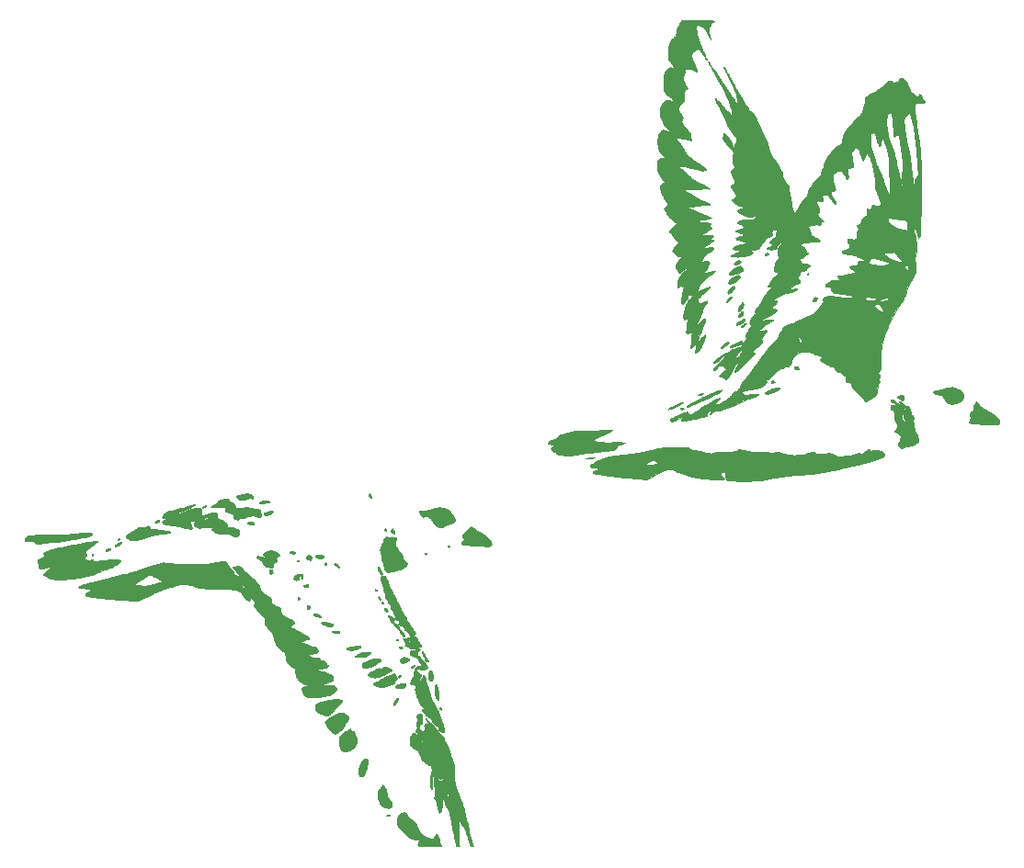
<source format=gbo>
G04 #@! TF.GenerationSoftware,KiCad,Pcbnew,(5.1.9)-1*
G04 #@! TF.CreationDate,2021-03-08T16:10:54-08:00*
G04 #@! TF.ProjectId,back-plate,6261636b-2d70-46c6-9174-652e6b696361,rev?*
G04 #@! TF.SameCoordinates,Original*
G04 #@! TF.FileFunction,Legend,Bot*
G04 #@! TF.FilePolarity,Positive*
%FSLAX46Y46*%
G04 Gerber Fmt 4.6, Leading zero omitted, Abs format (unit mm)*
G04 Created by KiCad (PCBNEW (5.1.9)-1) date 2021-03-08 16:10:54*
%MOMM*%
%LPD*%
G01*
G04 APERTURE LIST*
%ADD10C,0.010000*%
%ADD11C,2.200000*%
G04 APERTURE END LIST*
D10*
G36*
X106419056Y-133283048D02*
G01*
X106464063Y-133315190D01*
X106515958Y-133370650D01*
X106579329Y-133453678D01*
X106658763Y-133568525D01*
X106670418Y-133585879D01*
X106783211Y-133741037D01*
X106893734Y-133863601D01*
X107010429Y-133961933D01*
X107122226Y-134033534D01*
X107228071Y-134101961D01*
X107314903Y-134179335D01*
X107388268Y-134273232D01*
X107453710Y-134391230D01*
X107516773Y-134540904D01*
X107540246Y-134604799D01*
X107637527Y-134835645D01*
X107753792Y-135031966D01*
X107893080Y-135198846D01*
X108059431Y-135341367D01*
X108196779Y-135430905D01*
X108343327Y-135510202D01*
X108493573Y-135580036D01*
X108637833Y-135636590D01*
X108766421Y-135676046D01*
X108864780Y-135694175D01*
X108948609Y-135696575D01*
X109013043Y-135682404D01*
X109065566Y-135645982D01*
X109113663Y-135581629D01*
X109164819Y-135483664D01*
X109177218Y-135457058D01*
X109224697Y-135358352D01*
X109261103Y-135295842D01*
X109290116Y-135266039D01*
X109315417Y-135265461D01*
X109340684Y-135290620D01*
X109345532Y-135297642D01*
X109388451Y-135374278D01*
X109439967Y-135486733D01*
X109498123Y-135629831D01*
X109560962Y-135798392D01*
X109626528Y-135987241D01*
X109692864Y-136191199D01*
X109735404Y-136329208D01*
X109788070Y-136503833D01*
X107678334Y-136503833D01*
X107640023Y-136403516D01*
X107610702Y-136303806D01*
X107605421Y-136210521D01*
X107624889Y-136109530D01*
X107659643Y-136011485D01*
X107688595Y-135930861D01*
X107709257Y-135856909D01*
X107717166Y-135805606D01*
X107717166Y-135805515D01*
X107715218Y-135767948D01*
X107701978Y-135751068D01*
X107666359Y-135749262D01*
X107616625Y-135754619D01*
X107552469Y-135763026D01*
X107505306Y-135770579D01*
X107493746Y-135773135D01*
X107463439Y-135774157D01*
X107402612Y-135771098D01*
X107322812Y-135764604D01*
X107297627Y-135762156D01*
X107197205Y-135748439D01*
X107104465Y-135726647D01*
X107015074Y-135693850D01*
X106924701Y-135647120D01*
X106829014Y-135583525D01*
X106723682Y-135500137D01*
X106604374Y-135394026D01*
X106466757Y-135262262D01*
X106306501Y-135101915D01*
X106276807Y-135071718D01*
X106118544Y-134908483D01*
X105989029Y-134769763D01*
X105885611Y-134651680D01*
X105805642Y-134550353D01*
X105746471Y-134461905D01*
X105705448Y-134382456D01*
X105679923Y-134308126D01*
X105667247Y-134235037D01*
X105664574Y-134175500D01*
X105671378Y-134067869D01*
X105689388Y-133948799D01*
X105715400Y-133833943D01*
X105746209Y-133738958D01*
X105760289Y-133707822D01*
X105816055Y-133626938D01*
X105899018Y-133539659D01*
X105999296Y-133453532D01*
X106107006Y-133376103D01*
X106212267Y-133314920D01*
X106305194Y-133277530D01*
X106331359Y-133271717D01*
X106376351Y-133269974D01*
X106419056Y-133283048D01*
G37*
X106419056Y-133283048D02*
X106464063Y-133315190D01*
X106515958Y-133370650D01*
X106579329Y-133453678D01*
X106658763Y-133568525D01*
X106670418Y-133585879D01*
X106783211Y-133741037D01*
X106893734Y-133863601D01*
X107010429Y-133961933D01*
X107122226Y-134033534D01*
X107228071Y-134101961D01*
X107314903Y-134179335D01*
X107388268Y-134273232D01*
X107453710Y-134391230D01*
X107516773Y-134540904D01*
X107540246Y-134604799D01*
X107637527Y-134835645D01*
X107753792Y-135031966D01*
X107893080Y-135198846D01*
X108059431Y-135341367D01*
X108196779Y-135430905D01*
X108343327Y-135510202D01*
X108493573Y-135580036D01*
X108637833Y-135636590D01*
X108766421Y-135676046D01*
X108864780Y-135694175D01*
X108948609Y-135696575D01*
X109013043Y-135682404D01*
X109065566Y-135645982D01*
X109113663Y-135581629D01*
X109164819Y-135483664D01*
X109177218Y-135457058D01*
X109224697Y-135358352D01*
X109261103Y-135295842D01*
X109290116Y-135266039D01*
X109315417Y-135265461D01*
X109340684Y-135290620D01*
X109345532Y-135297642D01*
X109388451Y-135374278D01*
X109439967Y-135486733D01*
X109498123Y-135629831D01*
X109560962Y-135798392D01*
X109626528Y-135987241D01*
X109692864Y-136191199D01*
X109735404Y-136329208D01*
X109788070Y-136503833D01*
X107678334Y-136503833D01*
X107640023Y-136403516D01*
X107610702Y-136303806D01*
X107605421Y-136210521D01*
X107624889Y-136109530D01*
X107659643Y-136011485D01*
X107688595Y-135930861D01*
X107709257Y-135856909D01*
X107717166Y-135805606D01*
X107717166Y-135805515D01*
X107715218Y-135767948D01*
X107701978Y-135751068D01*
X107666359Y-135749262D01*
X107616625Y-135754619D01*
X107552469Y-135763026D01*
X107505306Y-135770579D01*
X107493746Y-135773135D01*
X107463439Y-135774157D01*
X107402612Y-135771098D01*
X107322812Y-135764604D01*
X107297627Y-135762156D01*
X107197205Y-135748439D01*
X107104465Y-135726647D01*
X107015074Y-135693850D01*
X106924701Y-135647120D01*
X106829014Y-135583525D01*
X106723682Y-135500137D01*
X106604374Y-135394026D01*
X106466757Y-135262262D01*
X106306501Y-135101915D01*
X106276807Y-135071718D01*
X106118544Y-134908483D01*
X105989029Y-134769763D01*
X105885611Y-134651680D01*
X105805642Y-134550353D01*
X105746471Y-134461905D01*
X105705448Y-134382456D01*
X105679923Y-134308126D01*
X105667247Y-134235037D01*
X105664574Y-134175500D01*
X105671378Y-134067869D01*
X105689388Y-133948799D01*
X105715400Y-133833943D01*
X105746209Y-133738958D01*
X105760289Y-133707822D01*
X105816055Y-133626938D01*
X105899018Y-133539659D01*
X105999296Y-133453532D01*
X106107006Y-133376103D01*
X106212267Y-133314920D01*
X106305194Y-133277530D01*
X106331359Y-133271717D01*
X106376351Y-133269974D01*
X106419056Y-133283048D01*
G36*
X107845396Y-124177902D02*
G01*
X107923999Y-124223778D01*
X107973949Y-124284586D01*
X108008736Y-124371625D01*
X108028095Y-124490843D01*
X108031465Y-124634778D01*
X108018283Y-124795972D01*
X108014545Y-124823246D01*
X107986904Y-124971869D01*
X107951715Y-125082403D01*
X107907237Y-125158693D01*
X107851730Y-125204585D01*
X107839319Y-125210384D01*
X107749651Y-125263946D01*
X107698919Y-125333877D01*
X107686672Y-125421029D01*
X107696933Y-125479466D01*
X107740857Y-125581055D01*
X107808244Y-125663343D01*
X107891600Y-125723462D01*
X107983434Y-125758542D01*
X108076251Y-125765713D01*
X108162560Y-125742107D01*
X108234474Y-125685322D01*
X108272858Y-125627497D01*
X108285467Y-125568685D01*
X108272176Y-125498235D01*
X108232860Y-125405494D01*
X108231148Y-125401992D01*
X108173629Y-125284714D01*
X108213106Y-125211411D01*
X108264782Y-125140756D01*
X108328149Y-125090243D01*
X108391356Y-125068749D01*
X108403545Y-125068757D01*
X108435085Y-125084261D01*
X108487697Y-125123692D01*
X108553113Y-125180461D01*
X108601348Y-125226258D01*
X108758355Y-125380750D01*
X108679422Y-125222000D01*
X108595280Y-125063596D01*
X108509044Y-124920940D01*
X108426905Y-124803956D01*
X108391674Y-124760888D01*
X108347089Y-124699724D01*
X108332609Y-124655214D01*
X108349107Y-124631804D01*
X108365909Y-124629333D01*
X108391701Y-124644145D01*
X108441646Y-124685551D01*
X108511219Y-124749005D01*
X108595894Y-124829961D01*
X108691146Y-124923874D01*
X108792449Y-125026199D01*
X108895279Y-125132390D01*
X108995109Y-125237901D01*
X109087415Y-125338186D01*
X109167671Y-125428701D01*
X109202624Y-125469781D01*
X109270662Y-125554002D01*
X109331552Y-125634414D01*
X109378115Y-125701230D01*
X109401453Y-125740833D01*
X109431023Y-125784737D01*
X109484878Y-125848078D01*
X109555418Y-125922450D01*
X109635040Y-125999447D01*
X109636720Y-126000999D01*
X109767656Y-126128104D01*
X109866306Y-126239110D01*
X109936720Y-126339635D01*
X109982950Y-126435302D01*
X110005289Y-126512325D01*
X110023349Y-126569400D01*
X110059040Y-126657697D01*
X110109702Y-126771283D01*
X110172676Y-126904225D01*
X110245301Y-127050593D01*
X110256813Y-127073242D01*
X110347662Y-127253199D01*
X110421038Y-127403444D01*
X110479911Y-127531331D01*
X110527256Y-127644217D01*
X110566045Y-127749455D01*
X110599251Y-127854401D01*
X110629847Y-127966409D01*
X110649052Y-128043626D01*
X110679285Y-128157352D01*
X110715030Y-128274972D01*
X110750734Y-128378810D01*
X110768757Y-128424626D01*
X110809273Y-128520486D01*
X110852082Y-128621740D01*
X110885698Y-128701227D01*
X110906648Y-128764322D01*
X110927078Y-128848846D01*
X110945374Y-128944273D01*
X110959927Y-129040072D01*
X110969123Y-129125715D01*
X110971351Y-129190674D01*
X110965649Y-129223471D01*
X110962994Y-129247886D01*
X110960460Y-129308254D01*
X110958195Y-129398192D01*
X110956348Y-129511319D01*
X110955066Y-129641254D01*
X110954775Y-129690359D01*
X110954513Y-129849809D01*
X110955948Y-129976733D01*
X110959772Y-130080926D01*
X110966681Y-130172184D01*
X110977367Y-130260302D01*
X110992524Y-130355075D01*
X111007834Y-130439583D01*
X111042269Y-130613992D01*
X111079375Y-130784062D01*
X111117560Y-130943810D01*
X111155234Y-131087250D01*
X111190804Y-131208398D01*
X111222680Y-131301270D01*
X111249270Y-131359880D01*
X111254772Y-131368297D01*
X111279995Y-131413837D01*
X111312456Y-131488316D01*
X111347337Y-131580092D01*
X111370442Y-131647859D01*
X111401551Y-131739145D01*
X111444519Y-131858699D01*
X111495287Y-131995561D01*
X111549793Y-132138773D01*
X111599179Y-132265269D01*
X111683213Y-132482380D01*
X111752158Y-132672763D01*
X111809479Y-132847740D01*
X111858639Y-133018634D01*
X111903103Y-133196767D01*
X111946336Y-133393462D01*
X111950464Y-133413327D01*
X111979430Y-133546337D01*
X112011989Y-133684586D01*
X112044600Y-133813674D01*
X112073720Y-133919201D01*
X112080081Y-133940350D01*
X112139832Y-134142439D01*
X112187380Y-134323790D01*
X112227094Y-134502623D01*
X112263342Y-134697154D01*
X112267879Y-134723672D01*
X112303211Y-134911871D01*
X112348287Y-135115613D01*
X112404475Y-135340246D01*
X112473143Y-135591117D01*
X112555657Y-135873575D01*
X112596395Y-136008232D01*
X112636288Y-136139910D01*
X112671622Y-136258446D01*
X112700615Y-136357699D01*
X112721483Y-136431530D01*
X112732442Y-136473800D01*
X112733666Y-136480872D01*
X112713859Y-136494360D01*
X112659473Y-136502306D01*
X112610324Y-136503833D01*
X112486981Y-136503833D01*
X112385186Y-136159875D01*
X112317294Y-135933779D01*
X112250529Y-135717714D01*
X112186326Y-135515956D01*
X112126122Y-135332781D01*
X112071353Y-135172465D01*
X112023456Y-135039282D01*
X111983867Y-134937510D01*
X111954023Y-134871423D01*
X111949665Y-134863416D01*
X111905523Y-134793366D01*
X111846152Y-134708742D01*
X111783898Y-134627093D01*
X111779858Y-134622074D01*
X111679297Y-134491599D01*
X111606350Y-134383473D01*
X111562287Y-134299764D01*
X111548333Y-134244759D01*
X111540158Y-134191978D01*
X111520159Y-134128130D01*
X111516982Y-134120274D01*
X111483436Y-134065395D01*
X111448891Y-134051729D01*
X111417533Y-134078476D01*
X111393760Y-134143861D01*
X111390227Y-134182156D01*
X111387611Y-134257640D01*
X111385863Y-134365181D01*
X111384936Y-134499646D01*
X111384781Y-134655903D01*
X111385350Y-134828819D01*
X111386595Y-135013262D01*
X111388467Y-135204098D01*
X111390919Y-135396195D01*
X111393901Y-135584421D01*
X111397366Y-135763642D01*
X111401265Y-135928726D01*
X111405551Y-136074541D01*
X111410174Y-136195953D01*
X111413705Y-136265708D01*
X111427675Y-136503833D01*
X111287324Y-136503833D01*
X111211657Y-136502560D01*
X111168172Y-136496606D01*
X111146744Y-136482764D01*
X111137247Y-136457827D01*
X111136898Y-136456208D01*
X111129583Y-136417586D01*
X111116994Y-136347062D01*
X111100865Y-136254485D01*
X111082929Y-136149702D01*
X111081962Y-136144000D01*
X111064051Y-136043412D01*
X111039356Y-135911881D01*
X111009912Y-135759867D01*
X110977754Y-135597831D01*
X110944919Y-135436233D01*
X110933702Y-135382000D01*
X110873090Y-135088204D01*
X110819511Y-134823226D01*
X110770565Y-134574611D01*
X110723850Y-134329908D01*
X110676967Y-134076663D01*
X110627514Y-133802425D01*
X110607818Y-133691639D01*
X110571796Y-133494260D01*
X110540057Y-133334942D01*
X110511351Y-133209776D01*
X110484427Y-133114852D01*
X110458036Y-133046262D01*
X110430927Y-133000096D01*
X110401851Y-132972445D01*
X110373985Y-132960408D01*
X110329905Y-132929431D01*
X110282448Y-132859745D01*
X110233159Y-132754690D01*
X110183578Y-132617603D01*
X110135248Y-132451824D01*
X110130372Y-132433132D01*
X110094004Y-132299893D01*
X110062271Y-132203271D01*
X110032537Y-132138181D01*
X110002164Y-132099535D01*
X109968516Y-132082247D01*
X109947291Y-132080000D01*
X109919407Y-132083817D01*
X109897818Y-132098812D01*
X109881151Y-132130298D01*
X109868033Y-132183588D01*
X109857088Y-132263995D01*
X109846945Y-132376834D01*
X109837851Y-132503333D01*
X109819409Y-132718598D01*
X109795386Y-132896708D01*
X109764833Y-133042585D01*
X109726800Y-133161153D01*
X109699103Y-133223000D01*
X109654183Y-133290794D01*
X109608356Y-133323886D01*
X109566507Y-133320276D01*
X109538694Y-133288732D01*
X109527938Y-133256129D01*
X109510540Y-133188606D01*
X109488030Y-133092777D01*
X109461942Y-132975259D01*
X109433806Y-132842668D01*
X109421110Y-132780948D01*
X109379820Y-132584032D01*
X109343395Y-132424370D01*
X109310340Y-132297366D01*
X109279159Y-132198423D01*
X109248358Y-132122942D01*
X109216441Y-132066326D01*
X109181913Y-132023977D01*
X109171775Y-132014235D01*
X109139909Y-131983532D01*
X109123471Y-131956709D01*
X109122224Y-131923026D01*
X109135929Y-131871740D01*
X109164348Y-131792110D01*
X109166709Y-131785670D01*
X109183016Y-131732560D01*
X109190407Y-131678824D01*
X109189425Y-131611424D01*
X109180614Y-131517321D01*
X109178631Y-131499920D01*
X109169419Y-131407856D01*
X109158993Y-131283103D01*
X109147861Y-131133953D01*
X109147607Y-131130234D01*
X110250504Y-131130234D01*
X110252559Y-131225602D01*
X110259582Y-131341250D01*
X110270828Y-131470033D01*
X110285551Y-131604807D01*
X110303006Y-131738426D01*
X110322447Y-131863745D01*
X110343129Y-131973619D01*
X110364307Y-132060903D01*
X110375593Y-132095875D01*
X110406984Y-132161356D01*
X110435173Y-132185954D01*
X110456582Y-132170076D01*
X110467634Y-132114129D01*
X110468394Y-132085291D01*
X110464699Y-132023438D01*
X110455021Y-131932915D01*
X110440904Y-131826710D01*
X110426724Y-131734754D01*
X110408050Y-131611890D01*
X110390692Y-131480647D01*
X110377013Y-131359767D01*
X110371092Y-131293995D01*
X110359074Y-131180594D01*
X110342353Y-131103691D01*
X110319685Y-131057593D01*
X110319334Y-131057158D01*
X110287129Y-131029542D01*
X110264280Y-131028921D01*
X110254162Y-131062292D01*
X110250504Y-131130234D01*
X109147607Y-131130234D01*
X109136533Y-130968695D01*
X109125515Y-130795619D01*
X109115317Y-130623017D01*
X109106445Y-130459179D01*
X109099410Y-130312394D01*
X109094718Y-130190953D01*
X109092878Y-130103146D01*
X109092872Y-130100916D01*
X109092814Y-130098128D01*
X109398057Y-130098128D01*
X109399336Y-130135524D01*
X109416910Y-130193645D01*
X109432618Y-130229883D01*
X109478388Y-130304005D01*
X109536479Y-130351891D01*
X109567008Y-130367435D01*
X109623440Y-130392830D01*
X109658720Y-130403899D01*
X109690842Y-130402430D01*
X109737802Y-130390212D01*
X109753097Y-130385929D01*
X109807781Y-130360244D01*
X109864910Y-130317947D01*
X109912364Y-130269997D01*
X109938028Y-130227351D01*
X109939666Y-130217221D01*
X109926213Y-130189424D01*
X109905686Y-130165210D01*
X109856481Y-130143155D01*
X109795391Y-130156126D01*
X109747499Y-130188086D01*
X109685747Y-130215954D01*
X109610429Y-130205261D01*
X109524243Y-130156531D01*
X109504259Y-130140896D01*
X109449957Y-130098991D01*
X109418473Y-130083143D01*
X109401981Y-130090200D01*
X109398057Y-130098128D01*
X109092814Y-130098128D01*
X109090048Y-129966105D01*
X109081726Y-129869717D01*
X109067197Y-129808117D01*
X109045753Y-129777666D01*
X109028995Y-129772833D01*
X108989829Y-129790048D01*
X108975132Y-129809875D01*
X108970381Y-129839922D01*
X108965108Y-129906603D01*
X108959589Y-130004225D01*
X108954103Y-130127095D01*
X108948924Y-130269521D01*
X108944332Y-130425811D01*
X108943446Y-130460750D01*
X108938359Y-130654389D01*
X108933363Y-130809781D01*
X108928031Y-130931011D01*
X108921936Y-131022162D01*
X108914650Y-131087317D01*
X108905747Y-131130559D01*
X108894799Y-131155974D01*
X108881379Y-131167644D01*
X108869276Y-131169833D01*
X108846446Y-131155856D01*
X108826664Y-131112052D01*
X108809368Y-131035608D01*
X108793995Y-130923712D01*
X108779983Y-130773551D01*
X108774031Y-130693583D01*
X108763704Y-130483898D01*
X108761779Y-130278558D01*
X108767783Y-130083852D01*
X108781242Y-129906070D01*
X108801683Y-129751502D01*
X108828632Y-129626436D01*
X108860954Y-129538456D01*
X108890982Y-129451195D01*
X108902323Y-129351558D01*
X108897137Y-129246996D01*
X108877583Y-129144964D01*
X108845824Y-129052914D01*
X108804019Y-128978299D01*
X108754329Y-128928573D01*
X108698914Y-128911189D01*
X108679876Y-128913785D01*
X108593751Y-128913842D01*
X108497524Y-128874287D01*
X108393205Y-128796071D01*
X108355768Y-128760355D01*
X108275017Y-128683914D01*
X108182341Y-128603018D01*
X108104481Y-128540383D01*
X108016580Y-128469652D01*
X107957178Y-128407690D01*
X107918327Y-128341731D01*
X107892080Y-128259008D01*
X107874646Y-128171201D01*
X107822483Y-127971411D01*
X107739198Y-127799210D01*
X107622893Y-127652069D01*
X107471666Y-127527460D01*
X107328624Y-127444470D01*
X107184156Y-127360841D01*
X107071758Y-127267919D01*
X106988388Y-127160092D01*
X106979737Y-127140743D01*
X107628600Y-127140743D01*
X107646619Y-127177700D01*
X107690355Y-127190042D01*
X107752790Y-127172729D01*
X107760891Y-127168588D01*
X107793125Y-127130618D01*
X107800683Y-127077424D01*
X107780889Y-127029949D01*
X107778881Y-127027848D01*
X107737934Y-127012373D01*
X107690453Y-127029597D01*
X107648849Y-127074359D01*
X107643320Y-127084208D01*
X107628600Y-127140743D01*
X106979737Y-127140743D01*
X106931005Y-127031752D01*
X106896567Y-126877287D01*
X106882031Y-126691087D01*
X106881794Y-126673041D01*
X107845376Y-126673041D01*
X107875009Y-126721726D01*
X107909290Y-126754701D01*
X107970423Y-126792966D01*
X108029882Y-126808868D01*
X108075380Y-126800161D01*
X108088158Y-126787402D01*
X108088720Y-126750733D01*
X108060333Y-126706480D01*
X108012221Y-126665358D01*
X107961746Y-126640550D01*
X107891174Y-126627166D01*
X107851574Y-126639758D01*
X107845376Y-126673041D01*
X106881794Y-126673041D01*
X106881083Y-126619000D01*
X106884968Y-126479518D01*
X106899490Y-126370100D01*
X106928952Y-126278949D01*
X106977655Y-126194272D01*
X107049903Y-126104274D01*
X107081598Y-126069281D01*
X107153569Y-126000542D01*
X107214569Y-125967969D01*
X107273873Y-125970550D01*
X107340759Y-126007275D01*
X107378500Y-126036916D01*
X107433079Y-126078384D01*
X107477957Y-126105270D01*
X107495842Y-126111000D01*
X107528764Y-126093924D01*
X107568673Y-126051826D01*
X107605433Y-125998400D01*
X107628908Y-125947338D01*
X107632500Y-125926385D01*
X107616139Y-125871936D01*
X107567084Y-125844353D01*
X107485370Y-125843654D01*
X107476554Y-125844889D01*
X107414936Y-125850596D01*
X107382707Y-125842362D01*
X107371122Y-125825971D01*
X107369278Y-125772643D01*
X107400100Y-125702864D01*
X107465002Y-125613527D01*
X107471391Y-125605823D01*
X107513630Y-125550160D01*
X107541392Y-125503787D01*
X107547833Y-125483877D01*
X107538731Y-125448893D01*
X107515355Y-125391710D01*
X107494916Y-125349000D01*
X107457063Y-125260849D01*
X107445186Y-125186305D01*
X107459288Y-125109235D01*
X107494970Y-125022742D01*
X107550249Y-124874380D01*
X107573728Y-124733928D01*
X107565126Y-124607546D01*
X107524162Y-124501396D01*
X107519083Y-124493357D01*
X107488986Y-124427374D01*
X107493512Y-124366614D01*
X107534521Y-124302634D01*
X107568854Y-124267209D01*
X107662355Y-124199382D01*
X107756358Y-124169691D01*
X107845396Y-124177902D01*
G37*
X107845396Y-124177902D02*
X107923999Y-124223778D01*
X107973949Y-124284586D01*
X108008736Y-124371625D01*
X108028095Y-124490843D01*
X108031465Y-124634778D01*
X108018283Y-124795972D01*
X108014545Y-124823246D01*
X107986904Y-124971869D01*
X107951715Y-125082403D01*
X107907237Y-125158693D01*
X107851730Y-125204585D01*
X107839319Y-125210384D01*
X107749651Y-125263946D01*
X107698919Y-125333877D01*
X107686672Y-125421029D01*
X107696933Y-125479466D01*
X107740857Y-125581055D01*
X107808244Y-125663343D01*
X107891600Y-125723462D01*
X107983434Y-125758542D01*
X108076251Y-125765713D01*
X108162560Y-125742107D01*
X108234474Y-125685322D01*
X108272858Y-125627497D01*
X108285467Y-125568685D01*
X108272176Y-125498235D01*
X108232860Y-125405494D01*
X108231148Y-125401992D01*
X108173629Y-125284714D01*
X108213106Y-125211411D01*
X108264782Y-125140756D01*
X108328149Y-125090243D01*
X108391356Y-125068749D01*
X108403545Y-125068757D01*
X108435085Y-125084261D01*
X108487697Y-125123692D01*
X108553113Y-125180461D01*
X108601348Y-125226258D01*
X108758355Y-125380750D01*
X108679422Y-125222000D01*
X108595280Y-125063596D01*
X108509044Y-124920940D01*
X108426905Y-124803956D01*
X108391674Y-124760888D01*
X108347089Y-124699724D01*
X108332609Y-124655214D01*
X108349107Y-124631804D01*
X108365909Y-124629333D01*
X108391701Y-124644145D01*
X108441646Y-124685551D01*
X108511219Y-124749005D01*
X108595894Y-124829961D01*
X108691146Y-124923874D01*
X108792449Y-125026199D01*
X108895279Y-125132390D01*
X108995109Y-125237901D01*
X109087415Y-125338186D01*
X109167671Y-125428701D01*
X109202624Y-125469781D01*
X109270662Y-125554002D01*
X109331552Y-125634414D01*
X109378115Y-125701230D01*
X109401453Y-125740833D01*
X109431023Y-125784737D01*
X109484878Y-125848078D01*
X109555418Y-125922450D01*
X109635040Y-125999447D01*
X109636720Y-126000999D01*
X109767656Y-126128104D01*
X109866306Y-126239110D01*
X109936720Y-126339635D01*
X109982950Y-126435302D01*
X110005289Y-126512325D01*
X110023349Y-126569400D01*
X110059040Y-126657697D01*
X110109702Y-126771283D01*
X110172676Y-126904225D01*
X110245301Y-127050593D01*
X110256813Y-127073242D01*
X110347662Y-127253199D01*
X110421038Y-127403444D01*
X110479911Y-127531331D01*
X110527256Y-127644217D01*
X110566045Y-127749455D01*
X110599251Y-127854401D01*
X110629847Y-127966409D01*
X110649052Y-128043626D01*
X110679285Y-128157352D01*
X110715030Y-128274972D01*
X110750734Y-128378810D01*
X110768757Y-128424626D01*
X110809273Y-128520486D01*
X110852082Y-128621740D01*
X110885698Y-128701227D01*
X110906648Y-128764322D01*
X110927078Y-128848846D01*
X110945374Y-128944273D01*
X110959927Y-129040072D01*
X110969123Y-129125715D01*
X110971351Y-129190674D01*
X110965649Y-129223471D01*
X110962994Y-129247886D01*
X110960460Y-129308254D01*
X110958195Y-129398192D01*
X110956348Y-129511319D01*
X110955066Y-129641254D01*
X110954775Y-129690359D01*
X110954513Y-129849809D01*
X110955948Y-129976733D01*
X110959772Y-130080926D01*
X110966681Y-130172184D01*
X110977367Y-130260302D01*
X110992524Y-130355075D01*
X111007834Y-130439583D01*
X111042269Y-130613992D01*
X111079375Y-130784062D01*
X111117560Y-130943810D01*
X111155234Y-131087250D01*
X111190804Y-131208398D01*
X111222680Y-131301270D01*
X111249270Y-131359880D01*
X111254772Y-131368297D01*
X111279995Y-131413837D01*
X111312456Y-131488316D01*
X111347337Y-131580092D01*
X111370442Y-131647859D01*
X111401551Y-131739145D01*
X111444519Y-131858699D01*
X111495287Y-131995561D01*
X111549793Y-132138773D01*
X111599179Y-132265269D01*
X111683213Y-132482380D01*
X111752158Y-132672763D01*
X111809479Y-132847740D01*
X111858639Y-133018634D01*
X111903103Y-133196767D01*
X111946336Y-133393462D01*
X111950464Y-133413327D01*
X111979430Y-133546337D01*
X112011989Y-133684586D01*
X112044600Y-133813674D01*
X112073720Y-133919201D01*
X112080081Y-133940350D01*
X112139832Y-134142439D01*
X112187380Y-134323790D01*
X112227094Y-134502623D01*
X112263342Y-134697154D01*
X112267879Y-134723672D01*
X112303211Y-134911871D01*
X112348287Y-135115613D01*
X112404475Y-135340246D01*
X112473143Y-135591117D01*
X112555657Y-135873575D01*
X112596395Y-136008232D01*
X112636288Y-136139910D01*
X112671622Y-136258446D01*
X112700615Y-136357699D01*
X112721483Y-136431530D01*
X112732442Y-136473800D01*
X112733666Y-136480872D01*
X112713859Y-136494360D01*
X112659473Y-136502306D01*
X112610324Y-136503833D01*
X112486981Y-136503833D01*
X112385186Y-136159875D01*
X112317294Y-135933779D01*
X112250529Y-135717714D01*
X112186326Y-135515956D01*
X112126122Y-135332781D01*
X112071353Y-135172465D01*
X112023456Y-135039282D01*
X111983867Y-134937510D01*
X111954023Y-134871423D01*
X111949665Y-134863416D01*
X111905523Y-134793366D01*
X111846152Y-134708742D01*
X111783898Y-134627093D01*
X111779858Y-134622074D01*
X111679297Y-134491599D01*
X111606350Y-134383473D01*
X111562287Y-134299764D01*
X111548333Y-134244759D01*
X111540158Y-134191978D01*
X111520159Y-134128130D01*
X111516982Y-134120274D01*
X111483436Y-134065395D01*
X111448891Y-134051729D01*
X111417533Y-134078476D01*
X111393760Y-134143861D01*
X111390227Y-134182156D01*
X111387611Y-134257640D01*
X111385863Y-134365181D01*
X111384936Y-134499646D01*
X111384781Y-134655903D01*
X111385350Y-134828819D01*
X111386595Y-135013262D01*
X111388467Y-135204098D01*
X111390919Y-135396195D01*
X111393901Y-135584421D01*
X111397366Y-135763642D01*
X111401265Y-135928726D01*
X111405551Y-136074541D01*
X111410174Y-136195953D01*
X111413705Y-136265708D01*
X111427675Y-136503833D01*
X111287324Y-136503833D01*
X111211657Y-136502560D01*
X111168172Y-136496606D01*
X111146744Y-136482764D01*
X111137247Y-136457827D01*
X111136898Y-136456208D01*
X111129583Y-136417586D01*
X111116994Y-136347062D01*
X111100865Y-136254485D01*
X111082929Y-136149702D01*
X111081962Y-136144000D01*
X111064051Y-136043412D01*
X111039356Y-135911881D01*
X111009912Y-135759867D01*
X110977754Y-135597831D01*
X110944919Y-135436233D01*
X110933702Y-135382000D01*
X110873090Y-135088204D01*
X110819511Y-134823226D01*
X110770565Y-134574611D01*
X110723850Y-134329908D01*
X110676967Y-134076663D01*
X110627514Y-133802425D01*
X110607818Y-133691639D01*
X110571796Y-133494260D01*
X110540057Y-133334942D01*
X110511351Y-133209776D01*
X110484427Y-133114852D01*
X110458036Y-133046262D01*
X110430927Y-133000096D01*
X110401851Y-132972445D01*
X110373985Y-132960408D01*
X110329905Y-132929431D01*
X110282448Y-132859745D01*
X110233159Y-132754690D01*
X110183578Y-132617603D01*
X110135248Y-132451824D01*
X110130372Y-132433132D01*
X110094004Y-132299893D01*
X110062271Y-132203271D01*
X110032537Y-132138181D01*
X110002164Y-132099535D01*
X109968516Y-132082247D01*
X109947291Y-132080000D01*
X109919407Y-132083817D01*
X109897818Y-132098812D01*
X109881151Y-132130298D01*
X109868033Y-132183588D01*
X109857088Y-132263995D01*
X109846945Y-132376834D01*
X109837851Y-132503333D01*
X109819409Y-132718598D01*
X109795386Y-132896708D01*
X109764833Y-133042585D01*
X109726800Y-133161153D01*
X109699103Y-133223000D01*
X109654183Y-133290794D01*
X109608356Y-133323886D01*
X109566507Y-133320276D01*
X109538694Y-133288732D01*
X109527938Y-133256129D01*
X109510540Y-133188606D01*
X109488030Y-133092777D01*
X109461942Y-132975259D01*
X109433806Y-132842668D01*
X109421110Y-132780948D01*
X109379820Y-132584032D01*
X109343395Y-132424370D01*
X109310340Y-132297366D01*
X109279159Y-132198423D01*
X109248358Y-132122942D01*
X109216441Y-132066326D01*
X109181913Y-132023977D01*
X109171775Y-132014235D01*
X109139909Y-131983532D01*
X109123471Y-131956709D01*
X109122224Y-131923026D01*
X109135929Y-131871740D01*
X109164348Y-131792110D01*
X109166709Y-131785670D01*
X109183016Y-131732560D01*
X109190407Y-131678824D01*
X109189425Y-131611424D01*
X109180614Y-131517321D01*
X109178631Y-131499920D01*
X109169419Y-131407856D01*
X109158993Y-131283103D01*
X109147861Y-131133953D01*
X109147607Y-131130234D01*
X110250504Y-131130234D01*
X110252559Y-131225602D01*
X110259582Y-131341250D01*
X110270828Y-131470033D01*
X110285551Y-131604807D01*
X110303006Y-131738426D01*
X110322447Y-131863745D01*
X110343129Y-131973619D01*
X110364307Y-132060903D01*
X110375593Y-132095875D01*
X110406984Y-132161356D01*
X110435173Y-132185954D01*
X110456582Y-132170076D01*
X110467634Y-132114129D01*
X110468394Y-132085291D01*
X110464699Y-132023438D01*
X110455021Y-131932915D01*
X110440904Y-131826710D01*
X110426724Y-131734754D01*
X110408050Y-131611890D01*
X110390692Y-131480647D01*
X110377013Y-131359767D01*
X110371092Y-131293995D01*
X110359074Y-131180594D01*
X110342353Y-131103691D01*
X110319685Y-131057593D01*
X110319334Y-131057158D01*
X110287129Y-131029542D01*
X110264280Y-131028921D01*
X110254162Y-131062292D01*
X110250504Y-131130234D01*
X109147607Y-131130234D01*
X109136533Y-130968695D01*
X109125515Y-130795619D01*
X109115317Y-130623017D01*
X109106445Y-130459179D01*
X109099410Y-130312394D01*
X109094718Y-130190953D01*
X109092878Y-130103146D01*
X109092872Y-130100916D01*
X109092814Y-130098128D01*
X109398057Y-130098128D01*
X109399336Y-130135524D01*
X109416910Y-130193645D01*
X109432618Y-130229883D01*
X109478388Y-130304005D01*
X109536479Y-130351891D01*
X109567008Y-130367435D01*
X109623440Y-130392830D01*
X109658720Y-130403899D01*
X109690842Y-130402430D01*
X109737802Y-130390212D01*
X109753097Y-130385929D01*
X109807781Y-130360244D01*
X109864910Y-130317947D01*
X109912364Y-130269997D01*
X109938028Y-130227351D01*
X109939666Y-130217221D01*
X109926213Y-130189424D01*
X109905686Y-130165210D01*
X109856481Y-130143155D01*
X109795391Y-130156126D01*
X109747499Y-130188086D01*
X109685747Y-130215954D01*
X109610429Y-130205261D01*
X109524243Y-130156531D01*
X109504259Y-130140896D01*
X109449957Y-130098991D01*
X109418473Y-130083143D01*
X109401981Y-130090200D01*
X109398057Y-130098128D01*
X109092814Y-130098128D01*
X109090048Y-129966105D01*
X109081726Y-129869717D01*
X109067197Y-129808117D01*
X109045753Y-129777666D01*
X109028995Y-129772833D01*
X108989829Y-129790048D01*
X108975132Y-129809875D01*
X108970381Y-129839922D01*
X108965108Y-129906603D01*
X108959589Y-130004225D01*
X108954103Y-130127095D01*
X108948924Y-130269521D01*
X108944332Y-130425811D01*
X108943446Y-130460750D01*
X108938359Y-130654389D01*
X108933363Y-130809781D01*
X108928031Y-130931011D01*
X108921936Y-131022162D01*
X108914650Y-131087317D01*
X108905747Y-131130559D01*
X108894799Y-131155974D01*
X108881379Y-131167644D01*
X108869276Y-131169833D01*
X108846446Y-131155856D01*
X108826664Y-131112052D01*
X108809368Y-131035608D01*
X108793995Y-130923712D01*
X108779983Y-130773551D01*
X108774031Y-130693583D01*
X108763704Y-130483898D01*
X108761779Y-130278558D01*
X108767783Y-130083852D01*
X108781242Y-129906070D01*
X108801683Y-129751502D01*
X108828632Y-129626436D01*
X108860954Y-129538456D01*
X108890982Y-129451195D01*
X108902323Y-129351558D01*
X108897137Y-129246996D01*
X108877583Y-129144964D01*
X108845824Y-129052914D01*
X108804019Y-128978299D01*
X108754329Y-128928573D01*
X108698914Y-128911189D01*
X108679876Y-128913785D01*
X108593751Y-128913842D01*
X108497524Y-128874287D01*
X108393205Y-128796071D01*
X108355768Y-128760355D01*
X108275017Y-128683914D01*
X108182341Y-128603018D01*
X108104481Y-128540383D01*
X108016580Y-128469652D01*
X107957178Y-128407690D01*
X107918327Y-128341731D01*
X107892080Y-128259008D01*
X107874646Y-128171201D01*
X107822483Y-127971411D01*
X107739198Y-127799210D01*
X107622893Y-127652069D01*
X107471666Y-127527460D01*
X107328624Y-127444470D01*
X107184156Y-127360841D01*
X107071758Y-127267919D01*
X106988388Y-127160092D01*
X106979737Y-127140743D01*
X107628600Y-127140743D01*
X107646619Y-127177700D01*
X107690355Y-127190042D01*
X107752790Y-127172729D01*
X107760891Y-127168588D01*
X107793125Y-127130618D01*
X107800683Y-127077424D01*
X107780889Y-127029949D01*
X107778881Y-127027848D01*
X107737934Y-127012373D01*
X107690453Y-127029597D01*
X107648849Y-127074359D01*
X107643320Y-127084208D01*
X107628600Y-127140743D01*
X106979737Y-127140743D01*
X106931005Y-127031752D01*
X106896567Y-126877287D01*
X106882031Y-126691087D01*
X106881794Y-126673041D01*
X107845376Y-126673041D01*
X107875009Y-126721726D01*
X107909290Y-126754701D01*
X107970423Y-126792966D01*
X108029882Y-126808868D01*
X108075380Y-126800161D01*
X108088158Y-126787402D01*
X108088720Y-126750733D01*
X108060333Y-126706480D01*
X108012221Y-126665358D01*
X107961746Y-126640550D01*
X107891174Y-126627166D01*
X107851574Y-126639758D01*
X107845376Y-126673041D01*
X106881794Y-126673041D01*
X106881083Y-126619000D01*
X106884968Y-126479518D01*
X106899490Y-126370100D01*
X106928952Y-126278949D01*
X106977655Y-126194272D01*
X107049903Y-126104274D01*
X107081598Y-126069281D01*
X107153569Y-126000542D01*
X107214569Y-125967969D01*
X107273873Y-125970550D01*
X107340759Y-126007275D01*
X107378500Y-126036916D01*
X107433079Y-126078384D01*
X107477957Y-126105270D01*
X107495842Y-126111000D01*
X107528764Y-126093924D01*
X107568673Y-126051826D01*
X107605433Y-125998400D01*
X107628908Y-125947338D01*
X107632500Y-125926385D01*
X107616139Y-125871936D01*
X107567084Y-125844353D01*
X107485370Y-125843654D01*
X107476554Y-125844889D01*
X107414936Y-125850596D01*
X107382707Y-125842362D01*
X107371122Y-125825971D01*
X107369278Y-125772643D01*
X107400100Y-125702864D01*
X107465002Y-125613527D01*
X107471391Y-125605823D01*
X107513630Y-125550160D01*
X107541392Y-125503787D01*
X107547833Y-125483877D01*
X107538731Y-125448893D01*
X107515355Y-125391710D01*
X107494916Y-125349000D01*
X107457063Y-125260849D01*
X107445186Y-125186305D01*
X107459288Y-125109235D01*
X107494970Y-125022742D01*
X107550249Y-124874380D01*
X107573728Y-124733928D01*
X107565126Y-124607546D01*
X107524162Y-124501396D01*
X107519083Y-124493357D01*
X107488986Y-124427374D01*
X107493512Y-124366614D01*
X107534521Y-124302634D01*
X107568854Y-124267209D01*
X107662355Y-124199382D01*
X107756358Y-124169691D01*
X107845396Y-124177902D01*
G36*
X105003028Y-133481273D02*
G01*
X105025620Y-133497454D01*
X105029000Y-133518133D01*
X105009541Y-133568919D01*
X104953577Y-133604427D01*
X104864723Y-133622884D01*
X104810859Y-133625166D01*
X104737384Y-133622324D01*
X104700933Y-133613037D01*
X104695506Y-133598708D01*
X104724008Y-133564959D01*
X104780009Y-133529515D01*
X104849512Y-133499061D01*
X104918520Y-133480281D01*
X104949625Y-133477348D01*
X105003028Y-133481273D01*
G37*
X105003028Y-133481273D02*
X105025620Y-133497454D01*
X105029000Y-133518133D01*
X105009541Y-133568919D01*
X104953577Y-133604427D01*
X104864723Y-133622884D01*
X104810859Y-133625166D01*
X104737384Y-133622324D01*
X104700933Y-133613037D01*
X104695506Y-133598708D01*
X104724008Y-133564959D01*
X104780009Y-133529515D01*
X104849512Y-133499061D01*
X104918520Y-133480281D01*
X104949625Y-133477348D01*
X105003028Y-133481273D01*
G36*
X104414374Y-130765086D02*
G01*
X104454094Y-130809634D01*
X104502064Y-130871842D01*
X104551493Y-130942408D01*
X104595588Y-131012028D01*
X104627555Y-131071399D01*
X104629772Y-131076298D01*
X104654638Y-131149797D01*
X104676904Y-131245596D01*
X104691974Y-131343707D01*
X104692561Y-131349350D01*
X104732733Y-131577787D01*
X104806243Y-131784328D01*
X104910801Y-131969048D01*
X104971376Y-132058449D01*
X105034365Y-132151350D01*
X105087905Y-132230259D01*
X105096606Y-132243075D01*
X105163329Y-132366017D01*
X105199380Y-132488485D01*
X105205345Y-132604296D01*
X105181811Y-132707265D01*
X105129364Y-132791211D01*
X105048590Y-132849950D01*
X105038616Y-132854351D01*
X104949796Y-132878743D01*
X104852125Y-132878030D01*
X104734382Y-132851849D01*
X104708085Y-132843732D01*
X104572843Y-132790199D01*
X104434355Y-132717717D01*
X104307648Y-132635066D01*
X104208502Y-132551783D01*
X104135326Y-132463353D01*
X104068087Y-132348584D01*
X104004102Y-132202146D01*
X103941316Y-132020699D01*
X103894383Y-131810379D01*
X103888847Y-131608736D01*
X103924755Y-131415376D01*
X104002153Y-131229907D01*
X104043570Y-131159665D01*
X104084747Y-131100164D01*
X104138885Y-131028600D01*
X104199787Y-130952352D01*
X104261257Y-130878799D01*
X104317096Y-130815321D01*
X104361110Y-130769297D01*
X104387100Y-130748105D01*
X104389699Y-130747501D01*
X104414374Y-130765086D01*
G37*
X104414374Y-130765086D02*
X104454094Y-130809634D01*
X104502064Y-130871842D01*
X104551493Y-130942408D01*
X104595588Y-131012028D01*
X104627555Y-131071399D01*
X104629772Y-131076298D01*
X104654638Y-131149797D01*
X104676904Y-131245596D01*
X104691974Y-131343707D01*
X104692561Y-131349350D01*
X104732733Y-131577787D01*
X104806243Y-131784328D01*
X104910801Y-131969048D01*
X104971376Y-132058449D01*
X105034365Y-132151350D01*
X105087905Y-132230259D01*
X105096606Y-132243075D01*
X105163329Y-132366017D01*
X105199380Y-132488485D01*
X105205345Y-132604296D01*
X105181811Y-132707265D01*
X105129364Y-132791211D01*
X105048590Y-132849950D01*
X105038616Y-132854351D01*
X104949796Y-132878743D01*
X104852125Y-132878030D01*
X104734382Y-132851849D01*
X104708085Y-132843732D01*
X104572843Y-132790199D01*
X104434355Y-132717717D01*
X104307648Y-132635066D01*
X104208502Y-132551783D01*
X104135326Y-132463353D01*
X104068087Y-132348584D01*
X104004102Y-132202146D01*
X103941316Y-132020699D01*
X103894383Y-131810379D01*
X103888847Y-131608736D01*
X103924755Y-131415376D01*
X104002153Y-131229907D01*
X104043570Y-131159665D01*
X104084747Y-131100164D01*
X104138885Y-131028600D01*
X104199787Y-130952352D01*
X104261257Y-130878799D01*
X104317096Y-130815321D01*
X104361110Y-130769297D01*
X104387100Y-130748105D01*
X104389699Y-130747501D01*
X104414374Y-130765086D01*
G36*
X102789831Y-128336398D02*
G01*
X102810115Y-128337859D01*
X102890919Y-128347047D01*
X102945098Y-128365502D01*
X102977171Y-128400314D01*
X102991657Y-128458573D01*
X102993075Y-128547369D01*
X102989471Y-128619250D01*
X102971878Y-128774326D01*
X102938070Y-128955460D01*
X102891198Y-129151068D01*
X102834415Y-129349563D01*
X102770873Y-129539360D01*
X102703724Y-129708875D01*
X102677127Y-129767222D01*
X102636772Y-129844766D01*
X102600115Y-129894111D01*
X102556933Y-129927038D01*
X102524038Y-129943633D01*
X102408191Y-129979130D01*
X102304746Y-129975292D01*
X102256166Y-129957562D01*
X102194756Y-129904452D01*
X102149708Y-129818154D01*
X102122283Y-129705028D01*
X102113746Y-129571435D01*
X102125358Y-129423735D01*
X102136936Y-129357103D01*
X102158685Y-129261232D01*
X102185292Y-129169481D01*
X102219903Y-129074101D01*
X102265659Y-128967341D01*
X102325703Y-128841452D01*
X102403180Y-128688684D01*
X102425478Y-128645698D01*
X102486895Y-128528716D01*
X102534859Y-128444268D01*
X102575568Y-128387393D01*
X102615220Y-128353129D01*
X102660016Y-128336516D01*
X102716153Y-128332593D01*
X102789831Y-128336398D01*
G37*
X102789831Y-128336398D02*
X102810115Y-128337859D01*
X102890919Y-128347047D01*
X102945098Y-128365502D01*
X102977171Y-128400314D01*
X102991657Y-128458573D01*
X102993075Y-128547369D01*
X102989471Y-128619250D01*
X102971878Y-128774326D01*
X102938070Y-128955460D01*
X102891198Y-129151068D01*
X102834415Y-129349563D01*
X102770873Y-129539360D01*
X102703724Y-129708875D01*
X102677127Y-129767222D01*
X102636772Y-129844766D01*
X102600115Y-129894111D01*
X102556933Y-129927038D01*
X102524038Y-129943633D01*
X102408191Y-129979130D01*
X102304746Y-129975292D01*
X102256166Y-129957562D01*
X102194756Y-129904452D01*
X102149708Y-129818154D01*
X102122283Y-129705028D01*
X102113746Y-129571435D01*
X102125358Y-129423735D01*
X102136936Y-129357103D01*
X102158685Y-129261232D01*
X102185292Y-129169481D01*
X102219903Y-129074101D01*
X102265659Y-128967341D01*
X102325703Y-128841452D01*
X102403180Y-128688684D01*
X102425478Y-128645698D01*
X102486895Y-128528716D01*
X102534859Y-128444268D01*
X102575568Y-128387393D01*
X102615220Y-128353129D01*
X102660016Y-128336516D01*
X102716153Y-128332593D01*
X102789831Y-128336398D01*
G36*
X101392472Y-125609865D02*
G01*
X101405591Y-125650574D01*
X101432340Y-125714125D01*
X101491177Y-125756452D01*
X101575111Y-125772614D01*
X101578251Y-125772645D01*
X101661164Y-125780880D01*
X101718493Y-125809540D01*
X101758210Y-125865794D01*
X101788287Y-125956810D01*
X101789787Y-125962833D01*
X101814557Y-126047504D01*
X101850656Y-126151742D01*
X101891458Y-126256773D01*
X101903935Y-126286347D01*
X101959552Y-126430945D01*
X101989534Y-126552777D01*
X101994957Y-126661922D01*
X101976894Y-126768459D01*
X101960814Y-126819879D01*
X101888707Y-126987219D01*
X101794494Y-127148256D01*
X101684459Y-127295096D01*
X101564887Y-127419842D01*
X101442064Y-127514598D01*
X101380750Y-127548572D01*
X101200501Y-127615113D01*
X101014179Y-127648968D01*
X100832142Y-127648944D01*
X100705695Y-127626256D01*
X100621989Y-127597251D01*
X100558341Y-127556899D01*
X100509528Y-127498142D01*
X100470327Y-127413918D01*
X100435517Y-127297168D01*
X100422495Y-127243416D01*
X100405807Y-127158850D01*
X100394235Y-127066472D01*
X100387074Y-126956826D01*
X100383619Y-126820459D01*
X100383026Y-126714250D01*
X100383372Y-126580726D01*
X100385057Y-126481763D01*
X100388911Y-126409592D01*
X100395766Y-126356443D01*
X100406452Y-126314547D01*
X100421801Y-126276134D01*
X100432203Y-126254342D01*
X100475447Y-126185670D01*
X100537172Y-126109941D01*
X100590074Y-126056641D01*
X100643329Y-126014028D01*
X100719911Y-125959669D01*
X100813124Y-125897617D01*
X100916277Y-125831923D01*
X101022673Y-125766641D01*
X101125621Y-125705822D01*
X101218426Y-125653520D01*
X101294394Y-125613787D01*
X101346832Y-125590674D01*
X101366427Y-125586630D01*
X101392472Y-125609865D01*
G37*
X101392472Y-125609865D02*
X101405591Y-125650574D01*
X101432340Y-125714125D01*
X101491177Y-125756452D01*
X101575111Y-125772614D01*
X101578251Y-125772645D01*
X101661164Y-125780880D01*
X101718493Y-125809540D01*
X101758210Y-125865794D01*
X101788287Y-125956810D01*
X101789787Y-125962833D01*
X101814557Y-126047504D01*
X101850656Y-126151742D01*
X101891458Y-126256773D01*
X101903935Y-126286347D01*
X101959552Y-126430945D01*
X101989534Y-126552777D01*
X101994957Y-126661922D01*
X101976894Y-126768459D01*
X101960814Y-126819879D01*
X101888707Y-126987219D01*
X101794494Y-127148256D01*
X101684459Y-127295096D01*
X101564887Y-127419842D01*
X101442064Y-127514598D01*
X101380750Y-127548572D01*
X101200501Y-127615113D01*
X101014179Y-127648968D01*
X100832142Y-127648944D01*
X100705695Y-127626256D01*
X100621989Y-127597251D01*
X100558341Y-127556899D01*
X100509528Y-127498142D01*
X100470327Y-127413918D01*
X100435517Y-127297168D01*
X100422495Y-127243416D01*
X100405807Y-127158850D01*
X100394235Y-127066472D01*
X100387074Y-126956826D01*
X100383619Y-126820459D01*
X100383026Y-126714250D01*
X100383372Y-126580726D01*
X100385057Y-126481763D01*
X100388911Y-126409592D01*
X100395766Y-126356443D01*
X100406452Y-126314547D01*
X100421801Y-126276134D01*
X100432203Y-126254342D01*
X100475447Y-126185670D01*
X100537172Y-126109941D01*
X100590074Y-126056641D01*
X100643329Y-126014028D01*
X100719911Y-125959669D01*
X100813124Y-125897617D01*
X100916277Y-125831923D01*
X101022673Y-125766641D01*
X101125621Y-125705822D01*
X101218426Y-125653520D01*
X101294394Y-125613787D01*
X101346832Y-125590674D01*
X101366427Y-125586630D01*
X101392472Y-125609865D01*
G36*
X100652310Y-124096389D02*
G01*
X100724356Y-124112171D01*
X100798236Y-124143920D01*
X100882634Y-124195645D01*
X100986233Y-124271355D01*
X101023998Y-124300629D01*
X101126488Y-124387979D01*
X101194044Y-124463799D01*
X101230576Y-124533391D01*
X101240166Y-124593622D01*
X101228883Y-124629016D01*
X101197776Y-124691832D01*
X101150960Y-124774577D01*
X101092549Y-124869757D01*
X101065541Y-124911650D01*
X100991575Y-125025073D01*
X100913990Y-125144622D01*
X100841299Y-125257147D01*
X100782012Y-125349500D01*
X100774500Y-125361273D01*
X100691189Y-125481228D01*
X100593812Y-125604141D01*
X100489714Y-125722088D01*
X100386242Y-125827147D01*
X100290738Y-125911396D01*
X100215635Y-125964056D01*
X100100881Y-126011162D01*
X99983725Y-126026040D01*
X99875407Y-126007978D01*
X99831629Y-125988404D01*
X99748382Y-125935217D01*
X99665868Y-125868060D01*
X99580490Y-125782811D01*
X99488649Y-125675347D01*
X99386745Y-125541547D01*
X99271181Y-125377289D01*
X99181063Y-125243233D01*
X98991712Y-124957551D01*
X99158147Y-124800292D01*
X99304968Y-124674269D01*
X99472347Y-124552184D01*
X99653392Y-124437483D01*
X99841215Y-124333612D01*
X100028924Y-124244016D01*
X100209629Y-124172141D01*
X100376439Y-124121433D01*
X100522464Y-124095337D01*
X100573416Y-124092563D01*
X100652310Y-124096389D01*
G37*
X100652310Y-124096389D02*
X100724356Y-124112171D01*
X100798236Y-124143920D01*
X100882634Y-124195645D01*
X100986233Y-124271355D01*
X101023998Y-124300629D01*
X101126488Y-124387979D01*
X101194044Y-124463799D01*
X101230576Y-124533391D01*
X101240166Y-124593622D01*
X101228883Y-124629016D01*
X101197776Y-124691832D01*
X101150960Y-124774577D01*
X101092549Y-124869757D01*
X101065541Y-124911650D01*
X100991575Y-125025073D01*
X100913990Y-125144622D01*
X100841299Y-125257147D01*
X100782012Y-125349500D01*
X100774500Y-125361273D01*
X100691189Y-125481228D01*
X100593812Y-125604141D01*
X100489714Y-125722088D01*
X100386242Y-125827147D01*
X100290738Y-125911396D01*
X100215635Y-125964056D01*
X100100881Y-126011162D01*
X99983725Y-126026040D01*
X99875407Y-126007978D01*
X99831629Y-125988404D01*
X99748382Y-125935217D01*
X99665868Y-125868060D01*
X99580490Y-125782811D01*
X99488649Y-125675347D01*
X99386745Y-125541547D01*
X99271181Y-125377289D01*
X99181063Y-125243233D01*
X98991712Y-124957551D01*
X99158147Y-124800292D01*
X99304968Y-124674269D01*
X99472347Y-124552184D01*
X99653392Y-124437483D01*
X99841215Y-124333612D01*
X100028924Y-124244016D01*
X100209629Y-124172141D01*
X100376439Y-124121433D01*
X100522464Y-124095337D01*
X100573416Y-124092563D01*
X100652310Y-124096389D01*
G36*
X104616250Y-111474250D02*
G01*
X104724632Y-111728250D01*
X104780909Y-111864661D01*
X104834947Y-112003941D01*
X104884319Y-112139008D01*
X104926596Y-112262781D01*
X104959353Y-112368179D01*
X104980161Y-112448122D01*
X104986666Y-112492657D01*
X105000595Y-112538715D01*
X105044603Y-112598450D01*
X105103083Y-112658681D01*
X105175853Y-112736039D01*
X105213316Y-112794814D01*
X105219500Y-112822536D01*
X105229944Y-112880407D01*
X105259789Y-112969924D01*
X105306805Y-113086348D01*
X105368758Y-113224937D01*
X105443419Y-113380949D01*
X105528556Y-113549643D01*
X105621937Y-113726277D01*
X105721332Y-113906111D01*
X105767359Y-113986700D01*
X105869480Y-114170400D01*
X105949149Y-114328421D01*
X106005451Y-114458690D01*
X106037470Y-114559136D01*
X106045000Y-114614610D01*
X106059899Y-114655923D01*
X106096160Y-114701602D01*
X106100061Y-114705236D01*
X106150769Y-114751321D01*
X106194773Y-114791586D01*
X106230135Y-114839583D01*
X106244216Y-114876253D01*
X106256095Y-114933653D01*
X106267535Y-114987916D01*
X106292826Y-115041091D01*
X106345497Y-115108322D01*
X106393462Y-115157250D01*
X106464899Y-115227690D01*
X106510758Y-115284075D01*
X106538447Y-115338880D01*
X106555374Y-115404585D01*
X106561286Y-115439930D01*
X106587729Y-115545462D01*
X106636730Y-115640845D01*
X106715676Y-115740194D01*
X106722155Y-115747272D01*
X106778263Y-115819359D01*
X106831836Y-115906099D01*
X106855001Y-115952498D01*
X106898617Y-116033433D01*
X106957794Y-116121475D01*
X107004825Y-116180165D01*
X107071768Y-116262995D01*
X107109314Y-116332177D01*
X107121895Y-116399515D01*
X107114707Y-116472813D01*
X107111025Y-116534538D01*
X107133016Y-116569549D01*
X107186808Y-116584112D01*
X107225041Y-116585675D01*
X107296644Y-116602726D01*
X107351313Y-116646480D01*
X107377639Y-116706923D01*
X107378500Y-116720407D01*
X107366382Y-116766274D01*
X107335589Y-116826685D01*
X107315000Y-116857807D01*
X107278083Y-116916131D01*
X107255181Y-116966486D01*
X107251500Y-116984702D01*
X107271058Y-117036817D01*
X107323300Y-117080475D01*
X107396523Y-117107129D01*
X107469641Y-117140794D01*
X107515192Y-117202175D01*
X107526873Y-117262751D01*
X107541320Y-117335067D01*
X107581693Y-117430249D01*
X107644221Y-117540997D01*
X107725131Y-117660008D01*
X107747629Y-117689989D01*
X107825412Y-117798812D01*
X107871466Y-117882399D01*
X107885738Y-117943599D01*
X107868175Y-117985263D01*
X107818725Y-118010239D01*
X107741444Y-118021147D01*
X107680094Y-118027337D01*
X107640674Y-118036286D01*
X107632705Y-118042314D01*
X107644999Y-118065737D01*
X107676488Y-118110620D01*
X107706788Y-118150020D01*
X107748028Y-118209225D01*
X107774844Y-118261783D01*
X107780666Y-118285690D01*
X107766676Y-118320604D01*
X107729618Y-118374518D01*
X107676856Y-118437006D01*
X107664250Y-118450473D01*
X107599026Y-118522737D01*
X107559215Y-118581845D01*
X107545972Y-118635164D01*
X107560449Y-118690064D01*
X107603799Y-118753915D01*
X107677175Y-118834085D01*
X107733041Y-118890071D01*
X107827966Y-118989185D01*
X107929037Y-119103965D01*
X108032309Y-119228984D01*
X108133834Y-119358817D01*
X108229666Y-119488037D01*
X108315858Y-119611217D01*
X108388463Y-119722931D01*
X108443535Y-119817753D01*
X108477126Y-119890256D01*
X108485757Y-119924989D01*
X108477280Y-119967109D01*
X108442574Y-120003751D01*
X108377135Y-120037581D01*
X108276455Y-120071265D01*
X108206760Y-120090099D01*
X108081798Y-120112174D01*
X107957970Y-120111227D01*
X107820511Y-120086584D01*
X107757144Y-120069579D01*
X107680960Y-120050651D01*
X107625284Y-120046855D01*
X107571357Y-120057502D01*
X107556350Y-120062209D01*
X107497864Y-120090247D01*
X107468046Y-120123443D01*
X107466906Y-120127623D01*
X107476526Y-120180314D01*
X107519754Y-120249851D01*
X107593339Y-120332266D01*
X107694027Y-120423589D01*
X107740001Y-120460811D01*
X107810458Y-120517622D01*
X107866325Y-120565375D01*
X107900478Y-120597823D01*
X107907666Y-120607890D01*
X107899112Y-120632217D01*
X107875980Y-120686071D01*
X107842064Y-120760844D01*
X107811148Y-120826916D01*
X107757689Y-120950352D01*
X107723025Y-121053623D01*
X107707786Y-121132913D01*
X107712602Y-121184412D01*
X107738102Y-121204306D01*
X107748916Y-121203714D01*
X107788400Y-121190679D01*
X107825625Y-121162162D01*
X107864735Y-121112616D01*
X107909876Y-121036491D01*
X107965193Y-120928239D01*
X107984653Y-120888125D01*
X108038849Y-120779545D01*
X108080362Y-120706386D01*
X108111797Y-120664590D01*
X108135764Y-120650103D01*
X108137743Y-120650000D01*
X108190172Y-120669678D01*
X108237979Y-120722765D01*
X108276426Y-120800333D01*
X108300778Y-120893457D01*
X108306942Y-120968816D01*
X108311163Y-121025352D01*
X108324772Y-121096805D01*
X108349370Y-121189118D01*
X108386554Y-121308235D01*
X108437924Y-121460098D01*
X108443272Y-121475500D01*
X108495363Y-121628743D01*
X108551136Y-121798695D01*
X108605601Y-121969768D01*
X108653765Y-122126371D01*
X108678458Y-122210003D01*
X108745659Y-122428013D01*
X108821811Y-122649446D01*
X108904492Y-122868889D01*
X108991278Y-123080930D01*
X109079748Y-123280157D01*
X109167479Y-123461157D01*
X109252047Y-123618518D01*
X109331030Y-123746828D01*
X109402006Y-123840673D01*
X109414428Y-123854205D01*
X109486938Y-123940967D01*
X109532440Y-124025512D01*
X109550215Y-124079000D01*
X109591052Y-124224018D01*
X109629050Y-124352354D01*
X109668117Y-124476136D01*
X109712157Y-124607492D01*
X109765079Y-124758551D01*
X109804829Y-124869548D01*
X109852676Y-125005562D01*
X109899488Y-125144286D01*
X109941601Y-125274460D01*
X109975353Y-125384822D01*
X109993195Y-125448657D01*
X110020354Y-125566972D01*
X110037965Y-125672970D01*
X110045352Y-125759334D01*
X110041839Y-125818745D01*
X110029625Y-125842678D01*
X109975339Y-125859276D01*
X109897961Y-125865168D01*
X109815619Y-125859294D01*
X109798062Y-125856203D01*
X109686614Y-125820075D01*
X109606564Y-125759692D01*
X109552676Y-125669759D01*
X109526725Y-125581833D01*
X109493702Y-125498166D01*
X109428410Y-125413529D01*
X109327058Y-125323276D01*
X109296580Y-125299991D01*
X109163487Y-125194113D01*
X109063030Y-125097127D01*
X108988959Y-125001198D01*
X108935023Y-124898488D01*
X108901864Y-124805149D01*
X108846349Y-124687133D01*
X108755420Y-124589041D01*
X108627218Y-124508904D01*
X108617954Y-124504460D01*
X108513355Y-124448253D01*
X108426737Y-124388529D01*
X108364588Y-124330702D01*
X108333400Y-124280183D01*
X108331000Y-124265190D01*
X108313144Y-124218525D01*
X108264350Y-124160403D01*
X108191778Y-124097824D01*
X108102588Y-124037788D01*
X108092201Y-124031715D01*
X108015545Y-123976557D01*
X107969921Y-123920834D01*
X107955954Y-123870260D01*
X107974269Y-123830550D01*
X108025492Y-123807419D01*
X108067277Y-123803833D01*
X108150086Y-123796139D01*
X108194731Y-123772677D01*
X108204000Y-123745881D01*
X108189512Y-123719448D01*
X108150006Y-123670918D01*
X108091418Y-123607069D01*
X108019687Y-123534681D01*
X108015445Y-123530556D01*
X107934254Y-123450326D01*
X107878121Y-123389902D01*
X107840779Y-123340613D01*
X107815960Y-123293789D01*
X107797398Y-123240760D01*
X107791771Y-123221118D01*
X107738726Y-123052312D01*
X107683155Y-122920617D01*
X107622733Y-122820810D01*
X107602126Y-122794908D01*
X107540904Y-122715721D01*
X107496919Y-122637538D01*
X107465521Y-122548384D01*
X107442062Y-122436283D01*
X107429490Y-122350192D01*
X107414200Y-122251314D01*
X107396267Y-122161981D01*
X107378387Y-122094611D01*
X107368484Y-122069265D01*
X107341506Y-121992483D01*
X107341014Y-121909202D01*
X107367147Y-121806955D01*
X107371585Y-121794208D01*
X107389789Y-121729261D01*
X107396121Y-121676632D01*
X107393742Y-121659926D01*
X107357833Y-121611926D01*
X107292065Y-121561805D01*
X107207956Y-121516380D01*
X107117024Y-121482471D01*
X107077948Y-121472981D01*
X106991524Y-121450161D01*
X106939266Y-121418216D01*
X106917917Y-121370184D01*
X106924222Y-121299104D01*
X106952529Y-121204835D01*
X106988810Y-121113861D01*
X107037028Y-121009715D01*
X107086135Y-120916060D01*
X107155227Y-120789578D01*
X107203604Y-120686378D01*
X107234882Y-120595097D01*
X107252675Y-120504373D01*
X107260599Y-120402843D01*
X107261679Y-120364250D01*
X107266577Y-120255439D01*
X107277784Y-120176264D01*
X107297469Y-120114229D01*
X107309405Y-120089083D01*
X107395841Y-119964880D01*
X107508015Y-119874190D01*
X107644848Y-119817769D01*
X107716987Y-119803358D01*
X107812197Y-119785172D01*
X107871457Y-119760653D01*
X107901074Y-119725972D01*
X107907666Y-119687602D01*
X107896405Y-119653964D01*
X107865802Y-119593245D01*
X107820630Y-119513159D01*
X107765661Y-119421418D01*
X107705667Y-119325737D01*
X107645420Y-119233829D01*
X107589693Y-119153408D01*
X107543257Y-119092186D01*
X107528938Y-119075446D01*
X107477163Y-119032998D01*
X107395137Y-118982922D01*
X107292934Y-118930481D01*
X107180627Y-118880935D01*
X107093721Y-118848111D01*
X107026971Y-118815159D01*
X106955952Y-118765792D01*
X106929680Y-118742985D01*
X106878236Y-118687146D01*
X106854307Y-118637821D01*
X106849333Y-118590523D01*
X106863889Y-118489101D01*
X106909291Y-118414114D01*
X106958910Y-118375738D01*
X106999482Y-118357095D01*
X107049844Y-118346790D01*
X107120989Y-118343546D01*
X107216398Y-118345781D01*
X107307792Y-118348786D01*
X107365218Y-118348025D01*
X107396983Y-118341969D01*
X107411393Y-118329088D01*
X107416604Y-118308917D01*
X107404532Y-118266305D01*
X107366161Y-118216414D01*
X107313381Y-118170229D01*
X107258086Y-118138732D01*
X107224305Y-118131306D01*
X107174784Y-118142909D01*
X107117908Y-118170914D01*
X107113916Y-118173500D01*
X107058607Y-118202280D01*
X107009681Y-118215588D01*
X107006574Y-118215693D01*
X106971400Y-118204723D01*
X106910479Y-118174945D01*
X106833150Y-118131238D01*
X106768295Y-118091160D01*
X106680228Y-118037877D01*
X106596779Y-117992967D01*
X106529161Y-117962181D01*
X106497150Y-117952096D01*
X106420441Y-117937705D01*
X106431576Y-117798987D01*
X106434976Y-117683536D01*
X106421538Y-117595378D01*
X106387925Y-117521685D01*
X106344704Y-117465022D01*
X106299480Y-117402598D01*
X106294063Y-117392008D01*
X106640399Y-117392008D01*
X106641687Y-117446056D01*
X106660184Y-117498690D01*
X106695175Y-117541229D01*
X106746476Y-117578529D01*
X106803987Y-117606669D01*
X106857604Y-117621728D01*
X106897227Y-117619788D01*
X106912754Y-117596927D01*
X106912754Y-117596708D01*
X106898187Y-117548224D01*
X106860745Y-117491839D01*
X106809435Y-117436023D01*
X106753267Y-117389247D01*
X106701252Y-117359982D01*
X106662398Y-117356697D01*
X106659219Y-117358344D01*
X106640399Y-117392008D01*
X106294063Y-117392008D01*
X106264689Y-117334592D01*
X106244834Y-117272691D01*
X106244418Y-117228579D01*
X106249973Y-117219226D01*
X106282916Y-117212547D01*
X106336045Y-117225483D01*
X106381048Y-117237488D01*
X106431390Y-117237556D01*
X106500758Y-117224870D01*
X106549798Y-117212727D01*
X106681253Y-117188190D01*
X106808064Y-117181244D01*
X106825883Y-117181961D01*
X106893501Y-117184716D01*
X106940304Y-117184608D01*
X106955205Y-117182148D01*
X106946108Y-117161619D01*
X106921498Y-117111488D01*
X106885346Y-117039737D01*
X106849930Y-116970482D01*
X106771381Y-116826765D01*
X106700665Y-116718120D01*
X106633494Y-116639057D01*
X106565577Y-116584088D01*
X106533661Y-116565766D01*
X106464563Y-116524923D01*
X106422824Y-116480676D01*
X106397723Y-116418285D01*
X106385432Y-116361994D01*
X106355448Y-116271936D01*
X106299425Y-116198287D01*
X106212360Y-116136657D01*
X106089254Y-116082656D01*
X106052715Y-116069986D01*
X105938169Y-116028869D01*
X105860307Y-115993003D01*
X105814321Y-115959242D01*
X105795404Y-115924441D01*
X105795087Y-115901467D01*
X105817114Y-115862694D01*
X105865083Y-115845166D01*
X105918876Y-115823635D01*
X105938985Y-115786767D01*
X105928987Y-115739313D01*
X105892462Y-115686025D01*
X105832990Y-115631652D01*
X105754147Y-115580945D01*
X105659515Y-115538656D01*
X105625729Y-115527448D01*
X105546329Y-115504315D01*
X105495481Y-115493729D01*
X105461523Y-115495005D01*
X105432794Y-115507458D01*
X105420194Y-115515391D01*
X105373589Y-115565858D01*
X105365135Y-115628598D01*
X105393508Y-115700595D01*
X105457383Y-115778833D01*
X105555435Y-115860297D01*
X105578853Y-115876591D01*
X105672836Y-115944143D01*
X105739598Y-116004402D01*
X105789592Y-116069384D01*
X105833270Y-116151105D01*
X105850110Y-116188419D01*
X105896354Y-116281106D01*
X105957177Y-116378302D01*
X106037783Y-116487474D01*
X106143376Y-116616086D01*
X106169663Y-116646787D01*
X106258902Y-116751783D01*
X106323578Y-116831843D01*
X106367915Y-116893074D01*
X106396136Y-116941580D01*
X106412463Y-116983467D01*
X106417845Y-117005600D01*
X106420494Y-117055871D01*
X106397561Y-117085809D01*
X106384936Y-117093320D01*
X106322960Y-117104202D01*
X106253737Y-117079329D01*
X106182125Y-117023512D01*
X106112982Y-116941564D01*
X106051165Y-116838295D01*
X106001532Y-116718516D01*
X105999149Y-116711226D01*
X105933401Y-116559939D01*
X105839805Y-116435821D01*
X105711695Y-116330063D01*
X105709730Y-116328741D01*
X105600164Y-116246056D01*
X105499789Y-116153403D01*
X105418205Y-116060546D01*
X105365814Y-115978923D01*
X105329659Y-115918178D01*
X105275463Y-115842867D01*
X105214655Y-115768815D01*
X105211789Y-115765589D01*
X105145171Y-115686610D01*
X105099565Y-115618137D01*
X105066086Y-115543606D01*
X105035848Y-115446453D01*
X105030893Y-115428349D01*
X104997359Y-115352334D01*
X104941987Y-115273448D01*
X104922683Y-115251997D01*
X104876998Y-115201883D01*
X104846425Y-115163436D01*
X104838500Y-115148467D01*
X104853550Y-115120809D01*
X104898341Y-115122549D01*
X104972330Y-115153501D01*
X105074978Y-115213480D01*
X105126079Y-115246995D01*
X105260050Y-115326302D01*
X105373256Y-115370118D01*
X105441627Y-115379500D01*
X105488926Y-115364775D01*
X105533114Y-115330100D01*
X105557236Y-115289719D01*
X105558166Y-115281590D01*
X105547223Y-115255421D01*
X105518137Y-115203974D01*
X105476526Y-115137009D01*
X105462916Y-115116077D01*
X105413241Y-115036455D01*
X105384284Y-114976468D01*
X105370832Y-114922292D01*
X105367666Y-114863452D01*
X105365927Y-114807210D01*
X105356281Y-114766210D01*
X105332090Y-114728341D01*
X105286713Y-114681490D01*
X105248206Y-114645555D01*
X105188120Y-114589030D01*
X105153426Y-114549860D01*
X105138361Y-114516742D01*
X105137161Y-114478368D01*
X105142145Y-114437506D01*
X105138141Y-114326895D01*
X105094023Y-114222209D01*
X105008688Y-114120844D01*
X105007882Y-114120083D01*
X104925079Y-114021389D01*
X104883356Y-113919352D01*
X104877487Y-113857749D01*
X104873367Y-113776871D01*
X104854071Y-113724101D01*
X104812657Y-113686023D01*
X104778752Y-113666897D01*
X104715138Y-113630110D01*
X104670377Y-113589847D01*
X104639276Y-113536773D01*
X104616644Y-113461550D01*
X104597289Y-113354841D01*
X104594295Y-113335196D01*
X104563666Y-113161599D01*
X104520703Y-112961184D01*
X104468544Y-112746536D01*
X104410327Y-112530243D01*
X104349190Y-112324889D01*
X104319811Y-112234151D01*
X104281296Y-112113462D01*
X104244481Y-111988700D01*
X104213494Y-111874424D01*
X104192460Y-111785192D01*
X104192168Y-111783756D01*
X104175494Y-111696468D01*
X104168365Y-111639505D01*
X104170640Y-111601982D01*
X104182176Y-111573015D01*
X104189267Y-111561515D01*
X104239725Y-111518030D01*
X104320663Y-111485982D01*
X104421031Y-111468600D01*
X104510748Y-111467596D01*
X104616250Y-111474250D01*
G37*
X104616250Y-111474250D02*
X104724632Y-111728250D01*
X104780909Y-111864661D01*
X104834947Y-112003941D01*
X104884319Y-112139008D01*
X104926596Y-112262781D01*
X104959353Y-112368179D01*
X104980161Y-112448122D01*
X104986666Y-112492657D01*
X105000595Y-112538715D01*
X105044603Y-112598450D01*
X105103083Y-112658681D01*
X105175853Y-112736039D01*
X105213316Y-112794814D01*
X105219500Y-112822536D01*
X105229944Y-112880407D01*
X105259789Y-112969924D01*
X105306805Y-113086348D01*
X105368758Y-113224937D01*
X105443419Y-113380949D01*
X105528556Y-113549643D01*
X105621937Y-113726277D01*
X105721332Y-113906111D01*
X105767359Y-113986700D01*
X105869480Y-114170400D01*
X105949149Y-114328421D01*
X106005451Y-114458690D01*
X106037470Y-114559136D01*
X106045000Y-114614610D01*
X106059899Y-114655923D01*
X106096160Y-114701602D01*
X106100061Y-114705236D01*
X106150769Y-114751321D01*
X106194773Y-114791586D01*
X106230135Y-114839583D01*
X106244216Y-114876253D01*
X106256095Y-114933653D01*
X106267535Y-114987916D01*
X106292826Y-115041091D01*
X106345497Y-115108322D01*
X106393462Y-115157250D01*
X106464899Y-115227690D01*
X106510758Y-115284075D01*
X106538447Y-115338880D01*
X106555374Y-115404585D01*
X106561286Y-115439930D01*
X106587729Y-115545462D01*
X106636730Y-115640845D01*
X106715676Y-115740194D01*
X106722155Y-115747272D01*
X106778263Y-115819359D01*
X106831836Y-115906099D01*
X106855001Y-115952498D01*
X106898617Y-116033433D01*
X106957794Y-116121475D01*
X107004825Y-116180165D01*
X107071768Y-116262995D01*
X107109314Y-116332177D01*
X107121895Y-116399515D01*
X107114707Y-116472813D01*
X107111025Y-116534538D01*
X107133016Y-116569549D01*
X107186808Y-116584112D01*
X107225041Y-116585675D01*
X107296644Y-116602726D01*
X107351313Y-116646480D01*
X107377639Y-116706923D01*
X107378500Y-116720407D01*
X107366382Y-116766274D01*
X107335589Y-116826685D01*
X107315000Y-116857807D01*
X107278083Y-116916131D01*
X107255181Y-116966486D01*
X107251500Y-116984702D01*
X107271058Y-117036817D01*
X107323300Y-117080475D01*
X107396523Y-117107129D01*
X107469641Y-117140794D01*
X107515192Y-117202175D01*
X107526873Y-117262751D01*
X107541320Y-117335067D01*
X107581693Y-117430249D01*
X107644221Y-117540997D01*
X107725131Y-117660008D01*
X107747629Y-117689989D01*
X107825412Y-117798812D01*
X107871466Y-117882399D01*
X107885738Y-117943599D01*
X107868175Y-117985263D01*
X107818725Y-118010239D01*
X107741444Y-118021147D01*
X107680094Y-118027337D01*
X107640674Y-118036286D01*
X107632705Y-118042314D01*
X107644999Y-118065737D01*
X107676488Y-118110620D01*
X107706788Y-118150020D01*
X107748028Y-118209225D01*
X107774844Y-118261783D01*
X107780666Y-118285690D01*
X107766676Y-118320604D01*
X107729618Y-118374518D01*
X107676856Y-118437006D01*
X107664250Y-118450473D01*
X107599026Y-118522737D01*
X107559215Y-118581845D01*
X107545972Y-118635164D01*
X107560449Y-118690064D01*
X107603799Y-118753915D01*
X107677175Y-118834085D01*
X107733041Y-118890071D01*
X107827966Y-118989185D01*
X107929037Y-119103965D01*
X108032309Y-119228984D01*
X108133834Y-119358817D01*
X108229666Y-119488037D01*
X108315858Y-119611217D01*
X108388463Y-119722931D01*
X108443535Y-119817753D01*
X108477126Y-119890256D01*
X108485757Y-119924989D01*
X108477280Y-119967109D01*
X108442574Y-120003751D01*
X108377135Y-120037581D01*
X108276455Y-120071265D01*
X108206760Y-120090099D01*
X108081798Y-120112174D01*
X107957970Y-120111227D01*
X107820511Y-120086584D01*
X107757144Y-120069579D01*
X107680960Y-120050651D01*
X107625284Y-120046855D01*
X107571357Y-120057502D01*
X107556350Y-120062209D01*
X107497864Y-120090247D01*
X107468046Y-120123443D01*
X107466906Y-120127623D01*
X107476526Y-120180314D01*
X107519754Y-120249851D01*
X107593339Y-120332266D01*
X107694027Y-120423589D01*
X107740001Y-120460811D01*
X107810458Y-120517622D01*
X107866325Y-120565375D01*
X107900478Y-120597823D01*
X107907666Y-120607890D01*
X107899112Y-120632217D01*
X107875980Y-120686071D01*
X107842064Y-120760844D01*
X107811148Y-120826916D01*
X107757689Y-120950352D01*
X107723025Y-121053623D01*
X107707786Y-121132913D01*
X107712602Y-121184412D01*
X107738102Y-121204306D01*
X107748916Y-121203714D01*
X107788400Y-121190679D01*
X107825625Y-121162162D01*
X107864735Y-121112616D01*
X107909876Y-121036491D01*
X107965193Y-120928239D01*
X107984653Y-120888125D01*
X108038849Y-120779545D01*
X108080362Y-120706386D01*
X108111797Y-120664590D01*
X108135764Y-120650103D01*
X108137743Y-120650000D01*
X108190172Y-120669678D01*
X108237979Y-120722765D01*
X108276426Y-120800333D01*
X108300778Y-120893457D01*
X108306942Y-120968816D01*
X108311163Y-121025352D01*
X108324772Y-121096805D01*
X108349370Y-121189118D01*
X108386554Y-121308235D01*
X108437924Y-121460098D01*
X108443272Y-121475500D01*
X108495363Y-121628743D01*
X108551136Y-121798695D01*
X108605601Y-121969768D01*
X108653765Y-122126371D01*
X108678458Y-122210003D01*
X108745659Y-122428013D01*
X108821811Y-122649446D01*
X108904492Y-122868889D01*
X108991278Y-123080930D01*
X109079748Y-123280157D01*
X109167479Y-123461157D01*
X109252047Y-123618518D01*
X109331030Y-123746828D01*
X109402006Y-123840673D01*
X109414428Y-123854205D01*
X109486938Y-123940967D01*
X109532440Y-124025512D01*
X109550215Y-124079000D01*
X109591052Y-124224018D01*
X109629050Y-124352354D01*
X109668117Y-124476136D01*
X109712157Y-124607492D01*
X109765079Y-124758551D01*
X109804829Y-124869548D01*
X109852676Y-125005562D01*
X109899488Y-125144286D01*
X109941601Y-125274460D01*
X109975353Y-125384822D01*
X109993195Y-125448657D01*
X110020354Y-125566972D01*
X110037965Y-125672970D01*
X110045352Y-125759334D01*
X110041839Y-125818745D01*
X110029625Y-125842678D01*
X109975339Y-125859276D01*
X109897961Y-125865168D01*
X109815619Y-125859294D01*
X109798062Y-125856203D01*
X109686614Y-125820075D01*
X109606564Y-125759692D01*
X109552676Y-125669759D01*
X109526725Y-125581833D01*
X109493702Y-125498166D01*
X109428410Y-125413529D01*
X109327058Y-125323276D01*
X109296580Y-125299991D01*
X109163487Y-125194113D01*
X109063030Y-125097127D01*
X108988959Y-125001198D01*
X108935023Y-124898488D01*
X108901864Y-124805149D01*
X108846349Y-124687133D01*
X108755420Y-124589041D01*
X108627218Y-124508904D01*
X108617954Y-124504460D01*
X108513355Y-124448253D01*
X108426737Y-124388529D01*
X108364588Y-124330702D01*
X108333400Y-124280183D01*
X108331000Y-124265190D01*
X108313144Y-124218525D01*
X108264350Y-124160403D01*
X108191778Y-124097824D01*
X108102588Y-124037788D01*
X108092201Y-124031715D01*
X108015545Y-123976557D01*
X107969921Y-123920834D01*
X107955954Y-123870260D01*
X107974269Y-123830550D01*
X108025492Y-123807419D01*
X108067277Y-123803833D01*
X108150086Y-123796139D01*
X108194731Y-123772677D01*
X108204000Y-123745881D01*
X108189512Y-123719448D01*
X108150006Y-123670918D01*
X108091418Y-123607069D01*
X108019687Y-123534681D01*
X108015445Y-123530556D01*
X107934254Y-123450326D01*
X107878121Y-123389902D01*
X107840779Y-123340613D01*
X107815960Y-123293789D01*
X107797398Y-123240760D01*
X107791771Y-123221118D01*
X107738726Y-123052312D01*
X107683155Y-122920617D01*
X107622733Y-122820810D01*
X107602126Y-122794908D01*
X107540904Y-122715721D01*
X107496919Y-122637538D01*
X107465521Y-122548384D01*
X107442062Y-122436283D01*
X107429490Y-122350192D01*
X107414200Y-122251314D01*
X107396267Y-122161981D01*
X107378387Y-122094611D01*
X107368484Y-122069265D01*
X107341506Y-121992483D01*
X107341014Y-121909202D01*
X107367147Y-121806955D01*
X107371585Y-121794208D01*
X107389789Y-121729261D01*
X107396121Y-121676632D01*
X107393742Y-121659926D01*
X107357833Y-121611926D01*
X107292065Y-121561805D01*
X107207956Y-121516380D01*
X107117024Y-121482471D01*
X107077948Y-121472981D01*
X106991524Y-121450161D01*
X106939266Y-121418216D01*
X106917917Y-121370184D01*
X106924222Y-121299104D01*
X106952529Y-121204835D01*
X106988810Y-121113861D01*
X107037028Y-121009715D01*
X107086135Y-120916060D01*
X107155227Y-120789578D01*
X107203604Y-120686378D01*
X107234882Y-120595097D01*
X107252675Y-120504373D01*
X107260599Y-120402843D01*
X107261679Y-120364250D01*
X107266577Y-120255439D01*
X107277784Y-120176264D01*
X107297469Y-120114229D01*
X107309405Y-120089083D01*
X107395841Y-119964880D01*
X107508015Y-119874190D01*
X107644848Y-119817769D01*
X107716987Y-119803358D01*
X107812197Y-119785172D01*
X107871457Y-119760653D01*
X107901074Y-119725972D01*
X107907666Y-119687602D01*
X107896405Y-119653964D01*
X107865802Y-119593245D01*
X107820630Y-119513159D01*
X107765661Y-119421418D01*
X107705667Y-119325737D01*
X107645420Y-119233829D01*
X107589693Y-119153408D01*
X107543257Y-119092186D01*
X107528938Y-119075446D01*
X107477163Y-119032998D01*
X107395137Y-118982922D01*
X107292934Y-118930481D01*
X107180627Y-118880935D01*
X107093721Y-118848111D01*
X107026971Y-118815159D01*
X106955952Y-118765792D01*
X106929680Y-118742985D01*
X106878236Y-118687146D01*
X106854307Y-118637821D01*
X106849333Y-118590523D01*
X106863889Y-118489101D01*
X106909291Y-118414114D01*
X106958910Y-118375738D01*
X106999482Y-118357095D01*
X107049844Y-118346790D01*
X107120989Y-118343546D01*
X107216398Y-118345781D01*
X107307792Y-118348786D01*
X107365218Y-118348025D01*
X107396983Y-118341969D01*
X107411393Y-118329088D01*
X107416604Y-118308917D01*
X107404532Y-118266305D01*
X107366161Y-118216414D01*
X107313381Y-118170229D01*
X107258086Y-118138732D01*
X107224305Y-118131306D01*
X107174784Y-118142909D01*
X107117908Y-118170914D01*
X107113916Y-118173500D01*
X107058607Y-118202280D01*
X107009681Y-118215588D01*
X107006574Y-118215693D01*
X106971400Y-118204723D01*
X106910479Y-118174945D01*
X106833150Y-118131238D01*
X106768295Y-118091160D01*
X106680228Y-118037877D01*
X106596779Y-117992967D01*
X106529161Y-117962181D01*
X106497150Y-117952096D01*
X106420441Y-117937705D01*
X106431576Y-117798987D01*
X106434976Y-117683536D01*
X106421538Y-117595378D01*
X106387925Y-117521685D01*
X106344704Y-117465022D01*
X106299480Y-117402598D01*
X106294063Y-117392008D01*
X106640399Y-117392008D01*
X106641687Y-117446056D01*
X106660184Y-117498690D01*
X106695175Y-117541229D01*
X106746476Y-117578529D01*
X106803987Y-117606669D01*
X106857604Y-117621728D01*
X106897227Y-117619788D01*
X106912754Y-117596927D01*
X106912754Y-117596708D01*
X106898187Y-117548224D01*
X106860745Y-117491839D01*
X106809435Y-117436023D01*
X106753267Y-117389247D01*
X106701252Y-117359982D01*
X106662398Y-117356697D01*
X106659219Y-117358344D01*
X106640399Y-117392008D01*
X106294063Y-117392008D01*
X106264689Y-117334592D01*
X106244834Y-117272691D01*
X106244418Y-117228579D01*
X106249973Y-117219226D01*
X106282916Y-117212547D01*
X106336045Y-117225483D01*
X106381048Y-117237488D01*
X106431390Y-117237556D01*
X106500758Y-117224870D01*
X106549798Y-117212727D01*
X106681253Y-117188190D01*
X106808064Y-117181244D01*
X106825883Y-117181961D01*
X106893501Y-117184716D01*
X106940304Y-117184608D01*
X106955205Y-117182148D01*
X106946108Y-117161619D01*
X106921498Y-117111488D01*
X106885346Y-117039737D01*
X106849930Y-116970482D01*
X106771381Y-116826765D01*
X106700665Y-116718120D01*
X106633494Y-116639057D01*
X106565577Y-116584088D01*
X106533661Y-116565766D01*
X106464563Y-116524923D01*
X106422824Y-116480676D01*
X106397723Y-116418285D01*
X106385432Y-116361994D01*
X106355448Y-116271936D01*
X106299425Y-116198287D01*
X106212360Y-116136657D01*
X106089254Y-116082656D01*
X106052715Y-116069986D01*
X105938169Y-116028869D01*
X105860307Y-115993003D01*
X105814321Y-115959242D01*
X105795404Y-115924441D01*
X105795087Y-115901467D01*
X105817114Y-115862694D01*
X105865083Y-115845166D01*
X105918876Y-115823635D01*
X105938985Y-115786767D01*
X105928987Y-115739313D01*
X105892462Y-115686025D01*
X105832990Y-115631652D01*
X105754147Y-115580945D01*
X105659515Y-115538656D01*
X105625729Y-115527448D01*
X105546329Y-115504315D01*
X105495481Y-115493729D01*
X105461523Y-115495005D01*
X105432794Y-115507458D01*
X105420194Y-115515391D01*
X105373589Y-115565858D01*
X105365135Y-115628598D01*
X105393508Y-115700595D01*
X105457383Y-115778833D01*
X105555435Y-115860297D01*
X105578853Y-115876591D01*
X105672836Y-115944143D01*
X105739598Y-116004402D01*
X105789592Y-116069384D01*
X105833270Y-116151105D01*
X105850110Y-116188419D01*
X105896354Y-116281106D01*
X105957177Y-116378302D01*
X106037783Y-116487474D01*
X106143376Y-116616086D01*
X106169663Y-116646787D01*
X106258902Y-116751783D01*
X106323578Y-116831843D01*
X106367915Y-116893074D01*
X106396136Y-116941580D01*
X106412463Y-116983467D01*
X106417845Y-117005600D01*
X106420494Y-117055871D01*
X106397561Y-117085809D01*
X106384936Y-117093320D01*
X106322960Y-117104202D01*
X106253737Y-117079329D01*
X106182125Y-117023512D01*
X106112982Y-116941564D01*
X106051165Y-116838295D01*
X106001532Y-116718516D01*
X105999149Y-116711226D01*
X105933401Y-116559939D01*
X105839805Y-116435821D01*
X105711695Y-116330063D01*
X105709730Y-116328741D01*
X105600164Y-116246056D01*
X105499789Y-116153403D01*
X105418205Y-116060546D01*
X105365814Y-115978923D01*
X105329659Y-115918178D01*
X105275463Y-115842867D01*
X105214655Y-115768815D01*
X105211789Y-115765589D01*
X105145171Y-115686610D01*
X105099565Y-115618137D01*
X105066086Y-115543606D01*
X105035848Y-115446453D01*
X105030893Y-115428349D01*
X104997359Y-115352334D01*
X104941987Y-115273448D01*
X104922683Y-115251997D01*
X104876998Y-115201883D01*
X104846425Y-115163436D01*
X104838500Y-115148467D01*
X104853550Y-115120809D01*
X104898341Y-115122549D01*
X104972330Y-115153501D01*
X105074978Y-115213480D01*
X105126079Y-115246995D01*
X105260050Y-115326302D01*
X105373256Y-115370118D01*
X105441627Y-115379500D01*
X105488926Y-115364775D01*
X105533114Y-115330100D01*
X105557236Y-115289719D01*
X105558166Y-115281590D01*
X105547223Y-115255421D01*
X105518137Y-115203974D01*
X105476526Y-115137009D01*
X105462916Y-115116077D01*
X105413241Y-115036455D01*
X105384284Y-114976468D01*
X105370832Y-114922292D01*
X105367666Y-114863452D01*
X105365927Y-114807210D01*
X105356281Y-114766210D01*
X105332090Y-114728341D01*
X105286713Y-114681490D01*
X105248206Y-114645555D01*
X105188120Y-114589030D01*
X105153426Y-114549860D01*
X105138361Y-114516742D01*
X105137161Y-114478368D01*
X105142145Y-114437506D01*
X105138141Y-114326895D01*
X105094023Y-114222209D01*
X105008688Y-114120844D01*
X105007882Y-114120083D01*
X104925079Y-114021389D01*
X104883356Y-113919352D01*
X104877487Y-113857749D01*
X104873367Y-113776871D01*
X104854071Y-113724101D01*
X104812657Y-113686023D01*
X104778752Y-113666897D01*
X104715138Y-113630110D01*
X104670377Y-113589847D01*
X104639276Y-113536773D01*
X104616644Y-113461550D01*
X104597289Y-113354841D01*
X104594295Y-113335196D01*
X104563666Y-113161599D01*
X104520703Y-112961184D01*
X104468544Y-112746536D01*
X104410327Y-112530243D01*
X104349190Y-112324889D01*
X104319811Y-112234151D01*
X104281296Y-112113462D01*
X104244481Y-111988700D01*
X104213494Y-111874424D01*
X104192460Y-111785192D01*
X104192168Y-111783756D01*
X104175494Y-111696468D01*
X104168365Y-111639505D01*
X104170640Y-111601982D01*
X104182176Y-111573015D01*
X104189267Y-111561515D01*
X104239725Y-111518030D01*
X104320663Y-111485982D01*
X104421031Y-111468600D01*
X104510748Y-111467596D01*
X104616250Y-111474250D01*
G36*
X100277537Y-122856430D02*
G01*
X100400399Y-122865363D01*
X100496587Y-122880106D01*
X100557541Y-122900049D01*
X100611566Y-122947419D01*
X100626246Y-123009179D01*
X100601450Y-123083778D01*
X100576182Y-123122751D01*
X100542164Y-123163791D01*
X100484017Y-123228333D01*
X100405879Y-123312176D01*
X100311886Y-123411118D01*
X100206175Y-123520957D01*
X100092883Y-123637491D01*
X99976146Y-123756517D01*
X99860101Y-123873834D01*
X99748885Y-123985239D01*
X99646635Y-124086531D01*
X99557487Y-124173507D01*
X99485579Y-124241966D01*
X99435047Y-124287706D01*
X99411412Y-124305896D01*
X99297991Y-124346375D01*
X99174358Y-124360672D01*
X99134083Y-124358612D01*
X99032149Y-124338908D01*
X98911398Y-124297824D01*
X98766940Y-124233456D01*
X98621557Y-124158849D01*
X98477298Y-124078204D01*
X98367819Y-124008840D01*
X98288406Y-123946803D01*
X98234342Y-123888139D01*
X98200911Y-123828896D01*
X98190319Y-123797305D01*
X98178315Y-123723090D01*
X98174340Y-123629706D01*
X98177677Y-123530587D01*
X98187608Y-123439166D01*
X98203417Y-123368876D01*
X98214533Y-123343810D01*
X98265959Y-123292043D01*
X98354610Y-123237052D01*
X98475644Y-123180369D01*
X98624219Y-123123526D01*
X98795496Y-123068057D01*
X98984633Y-123015492D01*
X99186788Y-122967364D01*
X99397121Y-122925205D01*
X99610790Y-122890547D01*
X99673833Y-122881969D01*
X99826146Y-122866078D01*
X99982685Y-122856629D01*
X100135723Y-122853466D01*
X100277537Y-122856430D01*
G37*
X100277537Y-122856430D02*
X100400399Y-122865363D01*
X100496587Y-122880106D01*
X100557541Y-122900049D01*
X100611566Y-122947419D01*
X100626246Y-123009179D01*
X100601450Y-123083778D01*
X100576182Y-123122751D01*
X100542164Y-123163791D01*
X100484017Y-123228333D01*
X100405879Y-123312176D01*
X100311886Y-123411118D01*
X100206175Y-123520957D01*
X100092883Y-123637491D01*
X99976146Y-123756517D01*
X99860101Y-123873834D01*
X99748885Y-123985239D01*
X99646635Y-124086531D01*
X99557487Y-124173507D01*
X99485579Y-124241966D01*
X99435047Y-124287706D01*
X99411412Y-124305896D01*
X99297991Y-124346375D01*
X99174358Y-124360672D01*
X99134083Y-124358612D01*
X99032149Y-124338908D01*
X98911398Y-124297824D01*
X98766940Y-124233456D01*
X98621557Y-124158849D01*
X98477298Y-124078204D01*
X98367819Y-124008840D01*
X98288406Y-123946803D01*
X98234342Y-123888139D01*
X98200911Y-123828896D01*
X98190319Y-123797305D01*
X98178315Y-123723090D01*
X98174340Y-123629706D01*
X98177677Y-123530587D01*
X98187608Y-123439166D01*
X98203417Y-123368876D01*
X98214533Y-123343810D01*
X98265959Y-123292043D01*
X98354610Y-123237052D01*
X98475644Y-123180369D01*
X98624219Y-123123526D01*
X98795496Y-123068057D01*
X98984633Y-123015492D01*
X99186788Y-122967364D01*
X99397121Y-122925205D01*
X99610790Y-122890547D01*
X99673833Y-122881969D01*
X99826146Y-122866078D01*
X99982685Y-122856629D01*
X100135723Y-122853466D01*
X100277537Y-122856430D01*
G36*
X109674332Y-123563057D02*
G01*
X109714436Y-123597215D01*
X109748215Y-123657954D01*
X109768018Y-123729542D01*
X109770333Y-123760448D01*
X109759323Y-123810208D01*
X109728790Y-123824868D01*
X109682483Y-123804690D01*
X109624359Y-123750180D01*
X109584756Y-123696761D01*
X109561362Y-123649140D01*
X109558666Y-123634508D01*
X109576820Y-123591581D01*
X109619646Y-123563645D01*
X109669697Y-123561478D01*
X109674332Y-123563057D01*
G37*
X109674332Y-123563057D02*
X109714436Y-123597215D01*
X109748215Y-123657954D01*
X109768018Y-123729542D01*
X109770333Y-123760448D01*
X109759323Y-123810208D01*
X109728790Y-123824868D01*
X109682483Y-123804690D01*
X109624359Y-123750180D01*
X109584756Y-123696761D01*
X109561362Y-123649140D01*
X109558666Y-123634508D01*
X109576820Y-123591581D01*
X109619646Y-123563645D01*
X109669697Y-123561478D01*
X109674332Y-123563057D01*
G36*
X105731531Y-122714779D02*
G01*
X105731915Y-122714898D01*
X105779014Y-122739150D01*
X105801808Y-122778045D01*
X105800011Y-122836194D01*
X105773336Y-122918206D01*
X105721498Y-123028690D01*
X105711207Y-123048633D01*
X105645916Y-123160968D01*
X105577262Y-123256563D01*
X105509713Y-123331099D01*
X105447737Y-123380257D01*
X105395803Y-123399717D01*
X105360611Y-123387555D01*
X105348096Y-123347573D01*
X105355713Y-123280273D01*
X105380201Y-123193618D01*
X105418303Y-123095575D01*
X105466756Y-122994107D01*
X105522303Y-122897181D01*
X105581683Y-122812760D01*
X105608911Y-122780837D01*
X105658677Y-122732077D01*
X105695766Y-122712086D01*
X105731531Y-122714779D01*
G37*
X105731531Y-122714779D02*
X105731915Y-122714898D01*
X105779014Y-122739150D01*
X105801808Y-122778045D01*
X105800011Y-122836194D01*
X105773336Y-122918206D01*
X105721498Y-123028690D01*
X105711207Y-123048633D01*
X105645916Y-123160968D01*
X105577262Y-123256563D01*
X105509713Y-123331099D01*
X105447737Y-123380257D01*
X105395803Y-123399717D01*
X105360611Y-123387555D01*
X105348096Y-123347573D01*
X105355713Y-123280273D01*
X105380201Y-123193618D01*
X105418303Y-123095575D01*
X105466756Y-122994107D01*
X105522303Y-122897181D01*
X105581683Y-122812760D01*
X105608911Y-122780837D01*
X105658677Y-122732077D01*
X105695766Y-122712086D01*
X105731531Y-122714779D01*
G36*
X109315530Y-121474451D02*
G01*
X109341280Y-121530915D01*
X109368726Y-121617887D01*
X109396933Y-121729530D01*
X109424963Y-121860006D01*
X109451881Y-122003479D01*
X109476751Y-122154111D01*
X109498636Y-122306064D01*
X109516601Y-122453502D01*
X109529709Y-122590587D01*
X109537025Y-122711482D01*
X109537612Y-122810350D01*
X109530533Y-122881352D01*
X109524652Y-122902518D01*
X109495785Y-122931974D01*
X109451274Y-122928914D01*
X109401198Y-122894442D01*
X109395411Y-122888375D01*
X109335849Y-122803862D01*
X109278598Y-122687190D01*
X109227027Y-122548516D01*
X109184504Y-122398002D01*
X109154396Y-122245806D01*
X109140981Y-122120946D01*
X109139907Y-122002758D01*
X109148543Y-121880231D01*
X109165232Y-121760655D01*
X109188320Y-121651320D01*
X109216149Y-121559515D01*
X109247064Y-121492532D01*
X109279410Y-121457658D01*
X109292411Y-121454333D01*
X109315530Y-121474451D01*
G37*
X109315530Y-121474451D02*
X109341280Y-121530915D01*
X109368726Y-121617887D01*
X109396933Y-121729530D01*
X109424963Y-121860006D01*
X109451881Y-122003479D01*
X109476751Y-122154111D01*
X109498636Y-122306064D01*
X109516601Y-122453502D01*
X109529709Y-122590587D01*
X109537025Y-122711482D01*
X109537612Y-122810350D01*
X109530533Y-122881352D01*
X109524652Y-122902518D01*
X109495785Y-122931974D01*
X109451274Y-122928914D01*
X109401198Y-122894442D01*
X109395411Y-122888375D01*
X109335849Y-122803862D01*
X109278598Y-122687190D01*
X109227027Y-122548516D01*
X109184504Y-122398002D01*
X109154396Y-122245806D01*
X109140981Y-122120946D01*
X109139907Y-122002758D01*
X109148543Y-121880231D01*
X109165232Y-121760655D01*
X109188320Y-121651320D01*
X109216149Y-121559515D01*
X109247064Y-121492532D01*
X109279410Y-121457658D01*
X109292411Y-121454333D01*
X109315530Y-121474451D01*
G36*
X90130212Y-110503685D02*
G01*
X90287647Y-110704693D01*
X90418199Y-110878344D01*
X90521349Y-111023896D01*
X90596581Y-111140607D01*
X90643377Y-111227734D01*
X90655084Y-111257283D01*
X90695713Y-111323472D01*
X90767345Y-111387822D01*
X90858903Y-111443857D01*
X90959312Y-111485103D01*
X91057495Y-111505085D01*
X91080563Y-111506000D01*
X91133631Y-111494064D01*
X91152754Y-111458154D01*
X91137860Y-111398119D01*
X91088876Y-111313806D01*
X91005727Y-111205062D01*
X90888342Y-111071735D01*
X90854329Y-111035278D01*
X90735959Y-110905801D01*
X90645954Y-110798973D01*
X90585226Y-110716043D01*
X90554689Y-110658259D01*
X90555254Y-110626871D01*
X90555635Y-110626475D01*
X90582430Y-110624082D01*
X90630821Y-110635606D01*
X90639574Y-110638634D01*
X90682238Y-110650492D01*
X90723269Y-110649923D01*
X90776345Y-110634831D01*
X90845982Y-110606985D01*
X90930473Y-110574888D01*
X90995084Y-110560746D01*
X91056660Y-110561454D01*
X91077957Y-110564232D01*
X91229915Y-110607546D01*
X91363120Y-110688266D01*
X91475277Y-110804792D01*
X91520652Y-110872453D01*
X91572546Y-110941850D01*
X91657462Y-111031003D01*
X91776216Y-111140688D01*
X91929624Y-111271676D01*
X92019981Y-111345728D01*
X92186826Y-111491353D01*
X92365744Y-111666447D01*
X92549067Y-111863027D01*
X92729127Y-112073115D01*
X92783676Y-112140478D01*
X92900125Y-112295240D01*
X92983257Y-112426000D01*
X93032841Y-112532347D01*
X93048666Y-112611502D01*
X93069114Y-112728112D01*
X93130624Y-112845615D01*
X93233446Y-112964258D01*
X93377829Y-113084286D01*
X93564023Y-113205944D01*
X93764092Y-113315276D01*
X93858378Y-113365720D01*
X93940613Y-113414377D01*
X94002218Y-113455853D01*
X94034618Y-113484759D01*
X94035312Y-113485768D01*
X94055950Y-113544102D01*
X94068558Y-113643692D01*
X94072234Y-113722575D01*
X94077022Y-113823686D01*
X94086773Y-113894918D01*
X94103930Y-113948652D01*
X94124407Y-113987000D01*
X94193899Y-114066304D01*
X94302624Y-114144748D01*
X94447497Y-114220253D01*
X94509166Y-114246831D01*
X94659338Y-114309856D01*
X94773613Y-114361257D01*
X94856110Y-114403217D01*
X94910951Y-114437920D01*
X94942254Y-114467548D01*
X94950062Y-114480459D01*
X94960562Y-114528423D01*
X94964480Y-114602844D01*
X94962001Y-114674266D01*
X94960602Y-114759651D01*
X94972086Y-114835279D01*
X94999827Y-114904387D01*
X95047200Y-114970216D01*
X95117579Y-115036003D01*
X95214339Y-115104989D01*
X95340854Y-115180411D01*
X95500498Y-115265509D01*
X95662750Y-115346878D01*
X95828011Y-115430018D01*
X95957928Y-115499984D01*
X96056303Y-115559704D01*
X96126943Y-115612110D01*
X96173652Y-115660129D01*
X96200236Y-115706691D01*
X96210499Y-115754725D01*
X96210966Y-115768910D01*
X96191425Y-115853346D01*
X96139047Y-115932698D01*
X96063203Y-115998604D01*
X95973262Y-116042702D01*
X95888341Y-116056833D01*
X95838473Y-116063442D01*
X95810341Y-116078930D01*
X95809364Y-116118476D01*
X95849393Y-116167142D01*
X95930147Y-116224694D01*
X96051346Y-116290898D01*
X96081372Y-116305618D01*
X96177337Y-116354959D01*
X96296369Y-116420769D01*
X96426291Y-116496064D01*
X96554928Y-116573861D01*
X96617493Y-116613129D01*
X96744663Y-116692195D01*
X96883268Y-116775114D01*
X97019793Y-116854002D01*
X97140723Y-116920973D01*
X97187047Y-116945429D01*
X97347823Y-117033936D01*
X97468082Y-117112566D01*
X97548353Y-117181820D01*
X97589160Y-117242198D01*
X97591029Y-117294203D01*
X97577490Y-117317265D01*
X97539507Y-117338959D01*
X97483961Y-117347999D01*
X97483877Y-117348000D01*
X97412979Y-117354558D01*
X97323398Y-117372346D01*
X97223454Y-117398532D01*
X97121470Y-117430283D01*
X97025768Y-117464769D01*
X96944670Y-117499158D01*
X96886497Y-117530619D01*
X96859572Y-117556318D01*
X96858666Y-117560735D01*
X96870040Y-117582809D01*
X96906560Y-117609453D01*
X96971821Y-117642421D01*
X97069419Y-117683469D01*
X97202950Y-117734351D01*
X97248763Y-117751145D01*
X97365358Y-117794881D01*
X97479789Y-117840065D01*
X97580245Y-117881889D01*
X97654916Y-117915543D01*
X97665770Y-117920898D01*
X97802752Y-117974346D01*
X97960455Y-118004294D01*
X97960493Y-118004298D01*
X98067854Y-118019279D01*
X98145664Y-118038657D01*
X98206703Y-118067338D01*
X98263748Y-118110225D01*
X98284014Y-118128461D01*
X98362147Y-118222715D01*
X98399730Y-118324502D01*
X98403833Y-118374923D01*
X98398575Y-118442301D01*
X98379355Y-118495152D01*
X98341004Y-118536777D01*
X98278355Y-118570478D01*
X98186238Y-118599556D01*
X98059486Y-118627312D01*
X97987925Y-118640581D01*
X97838687Y-118669326D01*
X97728367Y-118696344D01*
X97653741Y-118723911D01*
X97611583Y-118754303D01*
X97598669Y-118789795D01*
X97611774Y-118832663D01*
X97645387Y-118882293D01*
X97687425Y-118925756D01*
X97740342Y-118958642D01*
X97810840Y-118982806D01*
X97905623Y-119000103D01*
X98031394Y-119012387D01*
X98139076Y-119018875D01*
X98250419Y-119026040D01*
X98349500Y-119035232D01*
X98427149Y-119045399D01*
X98474192Y-119055485D01*
X98480561Y-119058114D01*
X98516201Y-119091294D01*
X98554574Y-119147362D01*
X98569859Y-119176608D01*
X98603785Y-119236542D01*
X98644094Y-119274062D01*
X98701359Y-119294400D01*
X98786154Y-119302789D01*
X98827166Y-119303920D01*
X98921263Y-119313562D01*
X98992325Y-119341739D01*
X99010696Y-119353787D01*
X99048510Y-119387444D01*
X99101361Y-119443050D01*
X99162872Y-119512834D01*
X99226667Y-119589029D01*
X99286368Y-119663864D01*
X99335598Y-119729572D01*
X99367982Y-119778381D01*
X99377500Y-119800677D01*
X99358830Y-119824471D01*
X99308914Y-119856661D01*
X99236895Y-119892953D01*
X99151913Y-119929054D01*
X99063111Y-119960671D01*
X98996500Y-119979599D01*
X98911005Y-119998535D01*
X98802705Y-120019790D01*
X98690699Y-120039680D01*
X98653957Y-120045668D01*
X98512813Y-120071742D01*
X98413986Y-120098483D01*
X98357468Y-120125764D01*
X98343249Y-120153456D01*
X98371321Y-120181427D01*
X98441676Y-120209551D01*
X98554303Y-120237697D01*
X98668416Y-120259065D01*
X98923582Y-120315329D01*
X99184489Y-120399947D01*
X99459960Y-120515834D01*
X99495251Y-120532377D01*
X99608683Y-120588391D01*
X99688667Y-120636821D01*
X99741003Y-120685946D01*
X99771491Y-120744045D01*
X99785930Y-120819399D01*
X99790122Y-120920287D01*
X99790250Y-120953495D01*
X99788216Y-121036333D01*
X99778122Y-121097656D01*
X99753976Y-121143414D01*
X99709789Y-121179557D01*
X99639569Y-121212033D01*
X99537325Y-121246794D01*
X99475745Y-121265844D01*
X99310776Y-121316329D01*
X99180785Y-121356363D01*
X99080230Y-121387755D01*
X99003572Y-121412314D01*
X98945268Y-121431851D01*
X98899779Y-121448173D01*
X98861562Y-121463092D01*
X98825902Y-121478061D01*
X98765227Y-121506957D01*
X98735871Y-121528787D01*
X98739651Y-121544000D01*
X98778384Y-121553043D01*
X98853889Y-121556363D01*
X98967983Y-121554409D01*
X99110857Y-121548222D01*
X99301912Y-121538913D01*
X99455569Y-121532559D01*
X99576675Y-121529334D01*
X99670074Y-121529419D01*
X99740613Y-121532989D01*
X99793136Y-121540224D01*
X99832490Y-121551299D01*
X99863518Y-121566394D01*
X99878648Y-121576371D01*
X99955881Y-121644779D01*
X100024334Y-121729334D01*
X100076317Y-121818218D01*
X100104143Y-121899610D01*
X100106787Y-121927105D01*
X100104116Y-121968689D01*
X100092165Y-122004454D01*
X100065030Y-122043209D01*
X100016805Y-122093764D01*
X99957011Y-122150549D01*
X99834744Y-122255646D01*
X99707653Y-122345046D01*
X99570428Y-122420645D01*
X99417762Y-122484338D01*
X99244348Y-122538021D01*
X99044876Y-122583589D01*
X98814040Y-122622937D01*
X98546531Y-122657960D01*
X98530833Y-122659777D01*
X98431458Y-122669088D01*
X98309602Y-122677210D01*
X98172926Y-122683974D01*
X98029093Y-122689211D01*
X97885765Y-122692752D01*
X97750605Y-122694428D01*
X97631274Y-122694070D01*
X97535435Y-122691508D01*
X97470750Y-122686574D01*
X97453892Y-122683546D01*
X97373971Y-122657210D01*
X97308473Y-122619512D01*
X97246103Y-122561940D01*
X97175567Y-122475985D01*
X97171743Y-122470948D01*
X97070361Y-122321905D01*
X96994730Y-122178399D01*
X96946445Y-122045291D01*
X96927101Y-121927441D01*
X96938296Y-121829706D01*
X96950965Y-121798706D01*
X96974448Y-121763906D01*
X97009541Y-121734212D01*
X97062661Y-121706711D01*
X97140227Y-121678489D01*
X97248658Y-121646635D01*
X97339348Y-121622440D01*
X97443391Y-121590972D01*
X97515724Y-121559719D01*
X97552966Y-121530556D01*
X97551736Y-121505358D01*
X97551276Y-121504887D01*
X97516761Y-121488869D01*
X97453276Y-121473593D01*
X97374152Y-121461464D01*
X97292721Y-121454890D01*
X97271416Y-121454373D01*
X97182826Y-121444124D01*
X97093281Y-121419630D01*
X97071935Y-121410918D01*
X96988491Y-121363391D01*
X96888172Y-121291383D01*
X96779138Y-121202363D01*
X96669547Y-121103805D01*
X96567558Y-121003179D01*
X96481332Y-120907957D01*
X96419028Y-120825612D01*
X96402694Y-120798071D01*
X96384503Y-120752461D01*
X96370621Y-120689049D01*
X96359940Y-120600375D01*
X96351355Y-120478979D01*
X96349118Y-120436962D01*
X96338712Y-120283931D01*
X96325017Y-120171637D01*
X96308118Y-120100725D01*
X96302485Y-120087712D01*
X96264784Y-120042899D01*
X96190622Y-119984689D01*
X96078727Y-119912121D01*
X96040622Y-119889194D01*
X95855629Y-119768317D01*
X95711242Y-119649120D01*
X95605850Y-119530114D01*
X95548003Y-119432916D01*
X95524637Y-119369027D01*
X95498366Y-119274279D01*
X95471976Y-119159764D01*
X95448253Y-119036571D01*
X95447879Y-119034406D01*
X95422453Y-118891122D01*
X95398655Y-118778191D01*
X95371796Y-118687709D01*
X95337185Y-118611773D01*
X95290135Y-118542477D01*
X95225956Y-118471918D01*
X95139959Y-118392190D01*
X95027455Y-118295391D01*
X94991310Y-118264782D01*
X94866300Y-118156140D01*
X94768276Y-118062706D01*
X94689660Y-117975239D01*
X94622880Y-117884500D01*
X94560359Y-117781248D01*
X94497858Y-117662853D01*
X94414030Y-117483822D01*
X94357357Y-117330869D01*
X94326238Y-117199001D01*
X94318666Y-117104234D01*
X94316723Y-117056199D01*
X94309058Y-117010409D01*
X94292921Y-116962377D01*
X94265558Y-116907619D01*
X94224218Y-116841650D01*
X94166148Y-116759984D01*
X94088598Y-116658138D01*
X93988814Y-116531624D01*
X93896775Y-116416666D01*
X93808263Y-116305178D01*
X93724894Y-116197722D01*
X93651850Y-116101166D01*
X93594315Y-116022381D01*
X93557472Y-115968235D01*
X93553406Y-115961583D01*
X93490644Y-115855750D01*
X93503995Y-115598511D01*
X93517346Y-115341273D01*
X93425881Y-115277477D01*
X93353789Y-115220535D01*
X93266559Y-115141011D01*
X93168353Y-115043748D01*
X93063336Y-114933589D01*
X92955670Y-114815379D01*
X92849519Y-114693960D01*
X92749046Y-114574177D01*
X92658416Y-114460873D01*
X92581790Y-114358891D01*
X92523333Y-114273076D01*
X92487208Y-114208270D01*
X92477166Y-114173763D01*
X92489032Y-114136058D01*
X92519253Y-114081082D01*
X92540666Y-114049359D01*
X92577659Y-113990363D01*
X92600549Y-113938590D01*
X92604166Y-113919632D01*
X92589799Y-113886997D01*
X92550597Y-113832749D01*
X92492407Y-113764442D01*
X92444254Y-113713074D01*
X92284341Y-113548583D01*
X92195545Y-113649297D01*
X92129398Y-113715125D01*
X92076413Y-113746218D01*
X92053497Y-113749838D01*
X92003459Y-113737589D01*
X91930460Y-113705037D01*
X91844746Y-113658133D01*
X91756563Y-113602831D01*
X91676158Y-113545082D01*
X91622697Y-113499583D01*
X91577255Y-113446833D01*
X91527658Y-113374789D01*
X91480659Y-113295276D01*
X91443016Y-113220120D01*
X91421484Y-113161147D01*
X91418850Y-113142749D01*
X91401259Y-113098733D01*
X91354271Y-113044099D01*
X91286492Y-112986886D01*
X91206524Y-112935132D01*
X91183533Y-112922921D01*
X91021082Y-112856008D01*
X90817356Y-112798438D01*
X90572368Y-112750215D01*
X90286135Y-112711339D01*
X89958668Y-112681812D01*
X89589984Y-112661636D01*
X89180096Y-112650813D01*
X88910583Y-112648805D01*
X88615617Y-112646939D01*
X88343696Y-112642055D01*
X88097938Y-112634309D01*
X87881456Y-112623857D01*
X87697367Y-112610854D01*
X87548785Y-112595456D01*
X87438827Y-112577818D01*
X87423804Y-112574517D01*
X87349482Y-112555385D01*
X87247432Y-112526519D01*
X87130094Y-112491556D01*
X87009905Y-112454131D01*
X86987586Y-112446982D01*
X86757245Y-112377075D01*
X86555090Y-112325540D01*
X86372044Y-112290656D01*
X86199033Y-112270705D01*
X86026978Y-112263968D01*
X86021333Y-112263951D01*
X85906709Y-112266017D01*
X85791473Y-112271959D01*
X85691614Y-112280770D01*
X85640333Y-112287943D01*
X85512412Y-112314787D01*
X85351417Y-112355121D01*
X85163662Y-112406922D01*
X84955462Y-112468166D01*
X84733129Y-112536830D01*
X84502979Y-112610892D01*
X84271326Y-112688328D01*
X84044485Y-112767114D01*
X83828768Y-112845228D01*
X83630491Y-112920647D01*
X83491916Y-112976336D01*
X83388020Y-113020949D01*
X83254049Y-113080981D01*
X83097743Y-113152823D01*
X82926844Y-113232866D01*
X82749091Y-113317502D01*
X82572225Y-113403121D01*
X82490470Y-113443236D01*
X81827691Y-113770002D01*
X81273387Y-113750002D01*
X81032755Y-113741141D01*
X80826946Y-113733095D01*
X80648469Y-113725471D01*
X80489831Y-113717877D01*
X80343540Y-113709919D01*
X80202103Y-113701204D01*
X80058029Y-113691338D01*
X79903825Y-113679929D01*
X79830083Y-113674261D01*
X79524309Y-113649185D01*
X79220710Y-113621686D01*
X78922941Y-113592241D01*
X78634653Y-113561326D01*
X78359501Y-113529418D01*
X78101139Y-113496995D01*
X77863218Y-113464533D01*
X77649393Y-113432510D01*
X77463317Y-113401403D01*
X77308644Y-113371687D01*
X77189027Y-113343841D01*
X77110166Y-113319154D01*
X77044030Y-113290877D01*
X77008011Y-113266107D01*
X76991966Y-113235254D01*
X76986969Y-113202645D01*
X76987656Y-113155378D01*
X77003064Y-113114435D01*
X77038291Y-113075341D01*
X77098434Y-113033620D01*
X77188593Y-112984797D01*
X77292531Y-112934420D01*
X77384200Y-112889992D01*
X77461501Y-112850252D01*
X77516479Y-112819449D01*
X77541183Y-112801830D01*
X77541404Y-112801501D01*
X77531010Y-112783234D01*
X77484442Y-112760429D01*
X77407450Y-112734435D01*
X77305780Y-112706599D01*
X77185183Y-112678272D01*
X77051405Y-112650803D01*
X76910196Y-112625539D01*
X76767304Y-112603831D01*
X76628477Y-112587026D01*
X76626647Y-112586838D01*
X76533754Y-112576409D01*
X76456454Y-112566044D01*
X76404556Y-112557156D01*
X76388522Y-112552528D01*
X76367030Y-112521737D01*
X76382645Y-112482162D01*
X76431729Y-112436492D01*
X76510642Y-112387419D01*
X76615744Y-112337634D01*
X76743396Y-112289830D01*
X76744093Y-112289597D01*
X76780099Y-112278715D01*
X81555166Y-112278715D01*
X81573078Y-112304164D01*
X81603559Y-112317889D01*
X81657355Y-112327783D01*
X81742298Y-112339358D01*
X81847296Y-112351450D01*
X81961260Y-112362894D01*
X82073097Y-112372526D01*
X82171718Y-112379182D01*
X82200750Y-112380580D01*
X82283964Y-112384273D01*
X82356940Y-112387948D01*
X82401833Y-112390673D01*
X82444012Y-112390457D01*
X82517240Y-112386804D01*
X82610428Y-112380364D01*
X82692201Y-112373618D01*
X82852184Y-112355893D01*
X83007231Y-112330538D01*
X83167326Y-112295257D01*
X83342453Y-112247755D01*
X83542593Y-112185735D01*
X83572410Y-112175939D01*
X91196360Y-112175939D01*
X91213787Y-112214921D01*
X91257139Y-112275605D01*
X91323823Y-112354486D01*
X91411250Y-112448056D01*
X91441274Y-112478607D01*
X91530279Y-112563722D01*
X91610661Y-112632410D01*
X91679051Y-112683090D01*
X91732082Y-112714177D01*
X91766386Y-112724089D01*
X91778594Y-112711242D01*
X91765340Y-112674054D01*
X91723506Y-112611275D01*
X91662166Y-112537405D01*
X91585779Y-112456899D01*
X91501213Y-112375733D01*
X91415335Y-112299882D01*
X91335011Y-112235323D01*
X91267109Y-112188032D01*
X91218495Y-112163986D01*
X91207447Y-112162166D01*
X91196360Y-112175939D01*
X83572410Y-112175939D01*
X83620430Y-112160163D01*
X83784704Y-112103706D01*
X83909940Y-112055908D01*
X83998170Y-112015162D01*
X84051425Y-111979862D01*
X84071737Y-111948402D01*
X84061138Y-111919174D01*
X84021660Y-111890572D01*
X83984053Y-111872656D01*
X83853890Y-111813969D01*
X83710489Y-111744593D01*
X83567160Y-111671322D01*
X83437212Y-111600948D01*
X83339367Y-111543638D01*
X83201441Y-111463950D01*
X83088806Y-111412583D01*
X82996891Y-111387851D01*
X82921125Y-111388068D01*
X82918801Y-111388489D01*
X82854116Y-111408408D01*
X82761092Y-111447602D01*
X82646908Y-111502317D01*
X82518741Y-111568793D01*
X82383770Y-111643274D01*
X82249176Y-111722003D01*
X82122135Y-111801222D01*
X82089897Y-111822316D01*
X81975389Y-111901309D01*
X81864642Y-111983518D01*
X81763035Y-112064348D01*
X81675952Y-112139207D01*
X81608773Y-112203502D01*
X81566879Y-112252639D01*
X81555166Y-112278715D01*
X76780099Y-112278715D01*
X76800779Y-112272465D01*
X76895378Y-112246028D01*
X77024694Y-112211097D01*
X77185533Y-112168482D01*
X77374701Y-112118993D01*
X77589002Y-112063441D01*
X77825241Y-112002635D01*
X78080225Y-111937385D01*
X78350757Y-111868501D01*
X78633644Y-111796795D01*
X78925690Y-111723075D01*
X79223701Y-111648152D01*
X79524482Y-111572836D01*
X79824839Y-111497937D01*
X80121575Y-111424265D01*
X80411497Y-111352630D01*
X80691410Y-111283843D01*
X80958119Y-111218714D01*
X81167824Y-111167857D01*
X81292189Y-111135188D01*
X81425205Y-111095976D01*
X81548594Y-111055808D01*
X81622907Y-111028771D01*
X81809832Y-110958209D01*
X82030843Y-110878654D01*
X82279217Y-110792383D01*
X82548235Y-110701675D01*
X82831175Y-110608805D01*
X83121317Y-110516052D01*
X83311050Y-110456760D01*
X83955684Y-110257207D01*
X84464634Y-110299132D01*
X84744673Y-110321640D01*
X84994621Y-110340309D01*
X85222937Y-110355481D01*
X85438076Y-110367494D01*
X85648497Y-110376689D01*
X85862657Y-110383406D01*
X86089012Y-110387983D01*
X86336022Y-110390762D01*
X86612143Y-110392082D01*
X86783333Y-110392311D01*
X87133425Y-110391383D01*
X87443944Y-110388165D01*
X87717597Y-110382460D01*
X87957091Y-110374072D01*
X88165136Y-110362802D01*
X88344437Y-110348453D01*
X88497705Y-110330830D01*
X88627645Y-110309733D01*
X88736966Y-110284967D01*
X88828376Y-110256333D01*
X88868250Y-110240488D01*
X88913665Y-110221924D01*
X88956389Y-110207921D01*
X89003558Y-110197672D01*
X89062309Y-110190369D01*
X89139781Y-110185204D01*
X89243110Y-110181370D01*
X89379434Y-110178060D01*
X89429166Y-110177021D01*
X89863083Y-110168121D01*
X90130212Y-110503685D01*
G37*
X90130212Y-110503685D02*
X90287647Y-110704693D01*
X90418199Y-110878344D01*
X90521349Y-111023896D01*
X90596581Y-111140607D01*
X90643377Y-111227734D01*
X90655084Y-111257283D01*
X90695713Y-111323472D01*
X90767345Y-111387822D01*
X90858903Y-111443857D01*
X90959312Y-111485103D01*
X91057495Y-111505085D01*
X91080563Y-111506000D01*
X91133631Y-111494064D01*
X91152754Y-111458154D01*
X91137860Y-111398119D01*
X91088876Y-111313806D01*
X91005727Y-111205062D01*
X90888342Y-111071735D01*
X90854329Y-111035278D01*
X90735959Y-110905801D01*
X90645954Y-110798973D01*
X90585226Y-110716043D01*
X90554689Y-110658259D01*
X90555254Y-110626871D01*
X90555635Y-110626475D01*
X90582430Y-110624082D01*
X90630821Y-110635606D01*
X90639574Y-110638634D01*
X90682238Y-110650492D01*
X90723269Y-110649923D01*
X90776345Y-110634831D01*
X90845982Y-110606985D01*
X90930473Y-110574888D01*
X90995084Y-110560746D01*
X91056660Y-110561454D01*
X91077957Y-110564232D01*
X91229915Y-110607546D01*
X91363120Y-110688266D01*
X91475277Y-110804792D01*
X91520652Y-110872453D01*
X91572546Y-110941850D01*
X91657462Y-111031003D01*
X91776216Y-111140688D01*
X91929624Y-111271676D01*
X92019981Y-111345728D01*
X92186826Y-111491353D01*
X92365744Y-111666447D01*
X92549067Y-111863027D01*
X92729127Y-112073115D01*
X92783676Y-112140478D01*
X92900125Y-112295240D01*
X92983257Y-112426000D01*
X93032841Y-112532347D01*
X93048666Y-112611502D01*
X93069114Y-112728112D01*
X93130624Y-112845615D01*
X93233446Y-112964258D01*
X93377829Y-113084286D01*
X93564023Y-113205944D01*
X93764092Y-113315276D01*
X93858378Y-113365720D01*
X93940613Y-113414377D01*
X94002218Y-113455853D01*
X94034618Y-113484759D01*
X94035312Y-113485768D01*
X94055950Y-113544102D01*
X94068558Y-113643692D01*
X94072234Y-113722575D01*
X94077022Y-113823686D01*
X94086773Y-113894918D01*
X94103930Y-113948652D01*
X94124407Y-113987000D01*
X94193899Y-114066304D01*
X94302624Y-114144748D01*
X94447497Y-114220253D01*
X94509166Y-114246831D01*
X94659338Y-114309856D01*
X94773613Y-114361257D01*
X94856110Y-114403217D01*
X94910951Y-114437920D01*
X94942254Y-114467548D01*
X94950062Y-114480459D01*
X94960562Y-114528423D01*
X94964480Y-114602844D01*
X94962001Y-114674266D01*
X94960602Y-114759651D01*
X94972086Y-114835279D01*
X94999827Y-114904387D01*
X95047200Y-114970216D01*
X95117579Y-115036003D01*
X95214339Y-115104989D01*
X95340854Y-115180411D01*
X95500498Y-115265509D01*
X95662750Y-115346878D01*
X95828011Y-115430018D01*
X95957928Y-115499984D01*
X96056303Y-115559704D01*
X96126943Y-115612110D01*
X96173652Y-115660129D01*
X96200236Y-115706691D01*
X96210499Y-115754725D01*
X96210966Y-115768910D01*
X96191425Y-115853346D01*
X96139047Y-115932698D01*
X96063203Y-115998604D01*
X95973262Y-116042702D01*
X95888341Y-116056833D01*
X95838473Y-116063442D01*
X95810341Y-116078930D01*
X95809364Y-116118476D01*
X95849393Y-116167142D01*
X95930147Y-116224694D01*
X96051346Y-116290898D01*
X96081372Y-116305618D01*
X96177337Y-116354959D01*
X96296369Y-116420769D01*
X96426291Y-116496064D01*
X96554928Y-116573861D01*
X96617493Y-116613129D01*
X96744663Y-116692195D01*
X96883268Y-116775114D01*
X97019793Y-116854002D01*
X97140723Y-116920973D01*
X97187047Y-116945429D01*
X97347823Y-117033936D01*
X97468082Y-117112566D01*
X97548353Y-117181820D01*
X97589160Y-117242198D01*
X97591029Y-117294203D01*
X97577490Y-117317265D01*
X97539507Y-117338959D01*
X97483961Y-117347999D01*
X97483877Y-117348000D01*
X97412979Y-117354558D01*
X97323398Y-117372346D01*
X97223454Y-117398532D01*
X97121470Y-117430283D01*
X97025768Y-117464769D01*
X96944670Y-117499158D01*
X96886497Y-117530619D01*
X96859572Y-117556318D01*
X96858666Y-117560735D01*
X96870040Y-117582809D01*
X96906560Y-117609453D01*
X96971821Y-117642421D01*
X97069419Y-117683469D01*
X97202950Y-117734351D01*
X97248763Y-117751145D01*
X97365358Y-117794881D01*
X97479789Y-117840065D01*
X97580245Y-117881889D01*
X97654916Y-117915543D01*
X97665770Y-117920898D01*
X97802752Y-117974346D01*
X97960455Y-118004294D01*
X97960493Y-118004298D01*
X98067854Y-118019279D01*
X98145664Y-118038657D01*
X98206703Y-118067338D01*
X98263748Y-118110225D01*
X98284014Y-118128461D01*
X98362147Y-118222715D01*
X98399730Y-118324502D01*
X98403833Y-118374923D01*
X98398575Y-118442301D01*
X98379355Y-118495152D01*
X98341004Y-118536777D01*
X98278355Y-118570478D01*
X98186238Y-118599556D01*
X98059486Y-118627312D01*
X97987925Y-118640581D01*
X97838687Y-118669326D01*
X97728367Y-118696344D01*
X97653741Y-118723911D01*
X97611583Y-118754303D01*
X97598669Y-118789795D01*
X97611774Y-118832663D01*
X97645387Y-118882293D01*
X97687425Y-118925756D01*
X97740342Y-118958642D01*
X97810840Y-118982806D01*
X97905623Y-119000103D01*
X98031394Y-119012387D01*
X98139076Y-119018875D01*
X98250419Y-119026040D01*
X98349500Y-119035232D01*
X98427149Y-119045399D01*
X98474192Y-119055485D01*
X98480561Y-119058114D01*
X98516201Y-119091294D01*
X98554574Y-119147362D01*
X98569859Y-119176608D01*
X98603785Y-119236542D01*
X98644094Y-119274062D01*
X98701359Y-119294400D01*
X98786154Y-119302789D01*
X98827166Y-119303920D01*
X98921263Y-119313562D01*
X98992325Y-119341739D01*
X99010696Y-119353787D01*
X99048510Y-119387444D01*
X99101361Y-119443050D01*
X99162872Y-119512834D01*
X99226667Y-119589029D01*
X99286368Y-119663864D01*
X99335598Y-119729572D01*
X99367982Y-119778381D01*
X99377500Y-119800677D01*
X99358830Y-119824471D01*
X99308914Y-119856661D01*
X99236895Y-119892953D01*
X99151913Y-119929054D01*
X99063111Y-119960671D01*
X98996500Y-119979599D01*
X98911005Y-119998535D01*
X98802705Y-120019790D01*
X98690699Y-120039680D01*
X98653957Y-120045668D01*
X98512813Y-120071742D01*
X98413986Y-120098483D01*
X98357468Y-120125764D01*
X98343249Y-120153456D01*
X98371321Y-120181427D01*
X98441676Y-120209551D01*
X98554303Y-120237697D01*
X98668416Y-120259065D01*
X98923582Y-120315329D01*
X99184489Y-120399947D01*
X99459960Y-120515834D01*
X99495251Y-120532377D01*
X99608683Y-120588391D01*
X99688667Y-120636821D01*
X99741003Y-120685946D01*
X99771491Y-120744045D01*
X99785930Y-120819399D01*
X99790122Y-120920287D01*
X99790250Y-120953495D01*
X99788216Y-121036333D01*
X99778122Y-121097656D01*
X99753976Y-121143414D01*
X99709789Y-121179557D01*
X99639569Y-121212033D01*
X99537325Y-121246794D01*
X99475745Y-121265844D01*
X99310776Y-121316329D01*
X99180785Y-121356363D01*
X99080230Y-121387755D01*
X99003572Y-121412314D01*
X98945268Y-121431851D01*
X98899779Y-121448173D01*
X98861562Y-121463092D01*
X98825902Y-121478061D01*
X98765227Y-121506957D01*
X98735871Y-121528787D01*
X98739651Y-121544000D01*
X98778384Y-121553043D01*
X98853889Y-121556363D01*
X98967983Y-121554409D01*
X99110857Y-121548222D01*
X99301912Y-121538913D01*
X99455569Y-121532559D01*
X99576675Y-121529334D01*
X99670074Y-121529419D01*
X99740613Y-121532989D01*
X99793136Y-121540224D01*
X99832490Y-121551299D01*
X99863518Y-121566394D01*
X99878648Y-121576371D01*
X99955881Y-121644779D01*
X100024334Y-121729334D01*
X100076317Y-121818218D01*
X100104143Y-121899610D01*
X100106787Y-121927105D01*
X100104116Y-121968689D01*
X100092165Y-122004454D01*
X100065030Y-122043209D01*
X100016805Y-122093764D01*
X99957011Y-122150549D01*
X99834744Y-122255646D01*
X99707653Y-122345046D01*
X99570428Y-122420645D01*
X99417762Y-122484338D01*
X99244348Y-122538021D01*
X99044876Y-122583589D01*
X98814040Y-122622937D01*
X98546531Y-122657960D01*
X98530833Y-122659777D01*
X98431458Y-122669088D01*
X98309602Y-122677210D01*
X98172926Y-122683974D01*
X98029093Y-122689211D01*
X97885765Y-122692752D01*
X97750605Y-122694428D01*
X97631274Y-122694070D01*
X97535435Y-122691508D01*
X97470750Y-122686574D01*
X97453892Y-122683546D01*
X97373971Y-122657210D01*
X97308473Y-122619512D01*
X97246103Y-122561940D01*
X97175567Y-122475985D01*
X97171743Y-122470948D01*
X97070361Y-122321905D01*
X96994730Y-122178399D01*
X96946445Y-122045291D01*
X96927101Y-121927441D01*
X96938296Y-121829706D01*
X96950965Y-121798706D01*
X96974448Y-121763906D01*
X97009541Y-121734212D01*
X97062661Y-121706711D01*
X97140227Y-121678489D01*
X97248658Y-121646635D01*
X97339348Y-121622440D01*
X97443391Y-121590972D01*
X97515724Y-121559719D01*
X97552966Y-121530556D01*
X97551736Y-121505358D01*
X97551276Y-121504887D01*
X97516761Y-121488869D01*
X97453276Y-121473593D01*
X97374152Y-121461464D01*
X97292721Y-121454890D01*
X97271416Y-121454373D01*
X97182826Y-121444124D01*
X97093281Y-121419630D01*
X97071935Y-121410918D01*
X96988491Y-121363391D01*
X96888172Y-121291383D01*
X96779138Y-121202363D01*
X96669547Y-121103805D01*
X96567558Y-121003179D01*
X96481332Y-120907957D01*
X96419028Y-120825612D01*
X96402694Y-120798071D01*
X96384503Y-120752461D01*
X96370621Y-120689049D01*
X96359940Y-120600375D01*
X96351355Y-120478979D01*
X96349118Y-120436962D01*
X96338712Y-120283931D01*
X96325017Y-120171637D01*
X96308118Y-120100725D01*
X96302485Y-120087712D01*
X96264784Y-120042899D01*
X96190622Y-119984689D01*
X96078727Y-119912121D01*
X96040622Y-119889194D01*
X95855629Y-119768317D01*
X95711242Y-119649120D01*
X95605850Y-119530114D01*
X95548003Y-119432916D01*
X95524637Y-119369027D01*
X95498366Y-119274279D01*
X95471976Y-119159764D01*
X95448253Y-119036571D01*
X95447879Y-119034406D01*
X95422453Y-118891122D01*
X95398655Y-118778191D01*
X95371796Y-118687709D01*
X95337185Y-118611773D01*
X95290135Y-118542477D01*
X95225956Y-118471918D01*
X95139959Y-118392190D01*
X95027455Y-118295391D01*
X94991310Y-118264782D01*
X94866300Y-118156140D01*
X94768276Y-118062706D01*
X94689660Y-117975239D01*
X94622880Y-117884500D01*
X94560359Y-117781248D01*
X94497858Y-117662853D01*
X94414030Y-117483822D01*
X94357357Y-117330869D01*
X94326238Y-117199001D01*
X94318666Y-117104234D01*
X94316723Y-117056199D01*
X94309058Y-117010409D01*
X94292921Y-116962377D01*
X94265558Y-116907619D01*
X94224218Y-116841650D01*
X94166148Y-116759984D01*
X94088598Y-116658138D01*
X93988814Y-116531624D01*
X93896775Y-116416666D01*
X93808263Y-116305178D01*
X93724894Y-116197722D01*
X93651850Y-116101166D01*
X93594315Y-116022381D01*
X93557472Y-115968235D01*
X93553406Y-115961583D01*
X93490644Y-115855750D01*
X93503995Y-115598511D01*
X93517346Y-115341273D01*
X93425881Y-115277477D01*
X93353789Y-115220535D01*
X93266559Y-115141011D01*
X93168353Y-115043748D01*
X93063336Y-114933589D01*
X92955670Y-114815379D01*
X92849519Y-114693960D01*
X92749046Y-114574177D01*
X92658416Y-114460873D01*
X92581790Y-114358891D01*
X92523333Y-114273076D01*
X92487208Y-114208270D01*
X92477166Y-114173763D01*
X92489032Y-114136058D01*
X92519253Y-114081082D01*
X92540666Y-114049359D01*
X92577659Y-113990363D01*
X92600549Y-113938590D01*
X92604166Y-113919632D01*
X92589799Y-113886997D01*
X92550597Y-113832749D01*
X92492407Y-113764442D01*
X92444254Y-113713074D01*
X92284341Y-113548583D01*
X92195545Y-113649297D01*
X92129398Y-113715125D01*
X92076413Y-113746218D01*
X92053497Y-113749838D01*
X92003459Y-113737589D01*
X91930460Y-113705037D01*
X91844746Y-113658133D01*
X91756563Y-113602831D01*
X91676158Y-113545082D01*
X91622697Y-113499583D01*
X91577255Y-113446833D01*
X91527658Y-113374789D01*
X91480659Y-113295276D01*
X91443016Y-113220120D01*
X91421484Y-113161147D01*
X91418850Y-113142749D01*
X91401259Y-113098733D01*
X91354271Y-113044099D01*
X91286492Y-112986886D01*
X91206524Y-112935132D01*
X91183533Y-112922921D01*
X91021082Y-112856008D01*
X90817356Y-112798438D01*
X90572368Y-112750215D01*
X90286135Y-112711339D01*
X89958668Y-112681812D01*
X89589984Y-112661636D01*
X89180096Y-112650813D01*
X88910583Y-112648805D01*
X88615617Y-112646939D01*
X88343696Y-112642055D01*
X88097938Y-112634309D01*
X87881456Y-112623857D01*
X87697367Y-112610854D01*
X87548785Y-112595456D01*
X87438827Y-112577818D01*
X87423804Y-112574517D01*
X87349482Y-112555385D01*
X87247432Y-112526519D01*
X87130094Y-112491556D01*
X87009905Y-112454131D01*
X86987586Y-112446982D01*
X86757245Y-112377075D01*
X86555090Y-112325540D01*
X86372044Y-112290656D01*
X86199033Y-112270705D01*
X86026978Y-112263968D01*
X86021333Y-112263951D01*
X85906709Y-112266017D01*
X85791473Y-112271959D01*
X85691614Y-112280770D01*
X85640333Y-112287943D01*
X85512412Y-112314787D01*
X85351417Y-112355121D01*
X85163662Y-112406922D01*
X84955462Y-112468166D01*
X84733129Y-112536830D01*
X84502979Y-112610892D01*
X84271326Y-112688328D01*
X84044485Y-112767114D01*
X83828768Y-112845228D01*
X83630491Y-112920647D01*
X83491916Y-112976336D01*
X83388020Y-113020949D01*
X83254049Y-113080981D01*
X83097743Y-113152823D01*
X82926844Y-113232866D01*
X82749091Y-113317502D01*
X82572225Y-113403121D01*
X82490470Y-113443236D01*
X81827691Y-113770002D01*
X81273387Y-113750002D01*
X81032755Y-113741141D01*
X80826946Y-113733095D01*
X80648469Y-113725471D01*
X80489831Y-113717877D01*
X80343540Y-113709919D01*
X80202103Y-113701204D01*
X80058029Y-113691338D01*
X79903825Y-113679929D01*
X79830083Y-113674261D01*
X79524309Y-113649185D01*
X79220710Y-113621686D01*
X78922941Y-113592241D01*
X78634653Y-113561326D01*
X78359501Y-113529418D01*
X78101139Y-113496995D01*
X77863218Y-113464533D01*
X77649393Y-113432510D01*
X77463317Y-113401403D01*
X77308644Y-113371687D01*
X77189027Y-113343841D01*
X77110166Y-113319154D01*
X77044030Y-113290877D01*
X77008011Y-113266107D01*
X76991966Y-113235254D01*
X76986969Y-113202645D01*
X76987656Y-113155378D01*
X77003064Y-113114435D01*
X77038291Y-113075341D01*
X77098434Y-113033620D01*
X77188593Y-112984797D01*
X77292531Y-112934420D01*
X77384200Y-112889992D01*
X77461501Y-112850252D01*
X77516479Y-112819449D01*
X77541183Y-112801830D01*
X77541404Y-112801501D01*
X77531010Y-112783234D01*
X77484442Y-112760429D01*
X77407450Y-112734435D01*
X77305780Y-112706599D01*
X77185183Y-112678272D01*
X77051405Y-112650803D01*
X76910196Y-112625539D01*
X76767304Y-112603831D01*
X76628477Y-112587026D01*
X76626647Y-112586838D01*
X76533754Y-112576409D01*
X76456454Y-112566044D01*
X76404556Y-112557156D01*
X76388522Y-112552528D01*
X76367030Y-112521737D01*
X76382645Y-112482162D01*
X76431729Y-112436492D01*
X76510642Y-112387419D01*
X76615744Y-112337634D01*
X76743396Y-112289830D01*
X76744093Y-112289597D01*
X76780099Y-112278715D01*
X81555166Y-112278715D01*
X81573078Y-112304164D01*
X81603559Y-112317889D01*
X81657355Y-112327783D01*
X81742298Y-112339358D01*
X81847296Y-112351450D01*
X81961260Y-112362894D01*
X82073097Y-112372526D01*
X82171718Y-112379182D01*
X82200750Y-112380580D01*
X82283964Y-112384273D01*
X82356940Y-112387948D01*
X82401833Y-112390673D01*
X82444012Y-112390457D01*
X82517240Y-112386804D01*
X82610428Y-112380364D01*
X82692201Y-112373618D01*
X82852184Y-112355893D01*
X83007231Y-112330538D01*
X83167326Y-112295257D01*
X83342453Y-112247755D01*
X83542593Y-112185735D01*
X83572410Y-112175939D01*
X91196360Y-112175939D01*
X91213787Y-112214921D01*
X91257139Y-112275605D01*
X91323823Y-112354486D01*
X91411250Y-112448056D01*
X91441274Y-112478607D01*
X91530279Y-112563722D01*
X91610661Y-112632410D01*
X91679051Y-112683090D01*
X91732082Y-112714177D01*
X91766386Y-112724089D01*
X91778594Y-112711242D01*
X91765340Y-112674054D01*
X91723506Y-112611275D01*
X91662166Y-112537405D01*
X91585779Y-112456899D01*
X91501213Y-112375733D01*
X91415335Y-112299882D01*
X91335011Y-112235323D01*
X91267109Y-112188032D01*
X91218495Y-112163986D01*
X91207447Y-112162166D01*
X91196360Y-112175939D01*
X83572410Y-112175939D01*
X83620430Y-112160163D01*
X83784704Y-112103706D01*
X83909940Y-112055908D01*
X83998170Y-112015162D01*
X84051425Y-111979862D01*
X84071737Y-111948402D01*
X84061138Y-111919174D01*
X84021660Y-111890572D01*
X83984053Y-111872656D01*
X83853890Y-111813969D01*
X83710489Y-111744593D01*
X83567160Y-111671322D01*
X83437212Y-111600948D01*
X83339367Y-111543638D01*
X83201441Y-111463950D01*
X83088806Y-111412583D01*
X82996891Y-111387851D01*
X82921125Y-111388068D01*
X82918801Y-111388489D01*
X82854116Y-111408408D01*
X82761092Y-111447602D01*
X82646908Y-111502317D01*
X82518741Y-111568793D01*
X82383770Y-111643274D01*
X82249176Y-111722003D01*
X82122135Y-111801222D01*
X82089897Y-111822316D01*
X81975389Y-111901309D01*
X81864642Y-111983518D01*
X81763035Y-112064348D01*
X81675952Y-112139207D01*
X81608773Y-112203502D01*
X81566879Y-112252639D01*
X81555166Y-112278715D01*
X76780099Y-112278715D01*
X76800779Y-112272465D01*
X76895378Y-112246028D01*
X77024694Y-112211097D01*
X77185533Y-112168482D01*
X77374701Y-112118993D01*
X77589002Y-112063441D01*
X77825241Y-112002635D01*
X78080225Y-111937385D01*
X78350757Y-111868501D01*
X78633644Y-111796795D01*
X78925690Y-111723075D01*
X79223701Y-111648152D01*
X79524482Y-111572836D01*
X79824839Y-111497937D01*
X80121575Y-111424265D01*
X80411497Y-111352630D01*
X80691410Y-111283843D01*
X80958119Y-111218714D01*
X81167824Y-111167857D01*
X81292189Y-111135188D01*
X81425205Y-111095976D01*
X81548594Y-111055808D01*
X81622907Y-111028771D01*
X81809832Y-110958209D01*
X82030843Y-110878654D01*
X82279217Y-110792383D01*
X82548235Y-110701675D01*
X82831175Y-110608805D01*
X83121317Y-110516052D01*
X83311050Y-110456760D01*
X83955684Y-110257207D01*
X84464634Y-110299132D01*
X84744673Y-110321640D01*
X84994621Y-110340309D01*
X85222937Y-110355481D01*
X85438076Y-110367494D01*
X85648497Y-110376689D01*
X85862657Y-110383406D01*
X86089012Y-110387983D01*
X86336022Y-110390762D01*
X86612143Y-110392082D01*
X86783333Y-110392311D01*
X87133425Y-110391383D01*
X87443944Y-110388165D01*
X87717597Y-110382460D01*
X87957091Y-110374072D01*
X88165136Y-110362802D01*
X88344437Y-110348453D01*
X88497705Y-110330830D01*
X88627645Y-110309733D01*
X88736966Y-110284967D01*
X88828376Y-110256333D01*
X88868250Y-110240488D01*
X88913665Y-110221924D01*
X88956389Y-110207921D01*
X89003558Y-110197672D01*
X89062309Y-110190369D01*
X89139781Y-110185204D01*
X89243110Y-110181370D01*
X89379434Y-110178060D01*
X89429166Y-110177021D01*
X89863083Y-110168121D01*
X90130212Y-110503685D01*
G36*
X106319942Y-121392353D02*
G01*
X106397705Y-121414050D01*
X106428456Y-121435623D01*
X106455866Y-121471755D01*
X106466139Y-121516574D01*
X106463144Y-121585556D01*
X106441550Y-121681072D01*
X106394845Y-121745566D01*
X106317512Y-121785541D01*
X106286320Y-121794003D01*
X106220960Y-121803352D01*
X106127762Y-121809288D01*
X106017550Y-121811929D01*
X105901147Y-121811394D01*
X105789377Y-121807800D01*
X105693064Y-121801268D01*
X105623032Y-121791914D01*
X105602089Y-121786513D01*
X105543282Y-121759122D01*
X105524131Y-121727004D01*
X105542592Y-121682318D01*
X105566786Y-121651026D01*
X105640318Y-121584193D01*
X105738640Y-121523960D01*
X105853692Y-121472344D01*
X105977410Y-121431360D01*
X106101732Y-121403023D01*
X106218597Y-121389349D01*
X106319942Y-121392353D01*
G37*
X106319942Y-121392353D02*
X106397705Y-121414050D01*
X106428456Y-121435623D01*
X106455866Y-121471755D01*
X106466139Y-121516574D01*
X106463144Y-121585556D01*
X106441550Y-121681072D01*
X106394845Y-121745566D01*
X106317512Y-121785541D01*
X106286320Y-121794003D01*
X106220960Y-121803352D01*
X106127762Y-121809288D01*
X106017550Y-121811929D01*
X105901147Y-121811394D01*
X105789377Y-121807800D01*
X105693064Y-121801268D01*
X105623032Y-121791914D01*
X105602089Y-121786513D01*
X105543282Y-121759122D01*
X105524131Y-121727004D01*
X105542592Y-121682318D01*
X105566786Y-121651026D01*
X105640318Y-121584193D01*
X105738640Y-121523960D01*
X105853692Y-121472344D01*
X105977410Y-121431360D01*
X106101732Y-121403023D01*
X106218597Y-121389349D01*
X106319942Y-121392353D01*
G36*
X105488433Y-120492465D02*
G01*
X105505292Y-120528146D01*
X105516539Y-120568040D01*
X105542410Y-120632609D01*
X105586038Y-120712049D01*
X105636580Y-120787199D01*
X105731725Y-120913815D01*
X105684338Y-120945949D01*
X105587745Y-121027059D01*
X105519691Y-121124413D01*
X105473671Y-121242089D01*
X105448094Y-121317564D01*
X105421920Y-121378135D01*
X105400742Y-121410894D01*
X105400432Y-121411156D01*
X105364640Y-121428467D01*
X105301611Y-121448480D01*
X105234313Y-121464784D01*
X105154292Y-121487454D01*
X105053757Y-121524367D01*
X104949199Y-121569212D01*
X104902000Y-121591916D01*
X104674442Y-121685990D01*
X104448853Y-121738184D01*
X104223301Y-121748774D01*
X104002416Y-121719486D01*
X103892168Y-121688980D01*
X103782958Y-121647644D01*
X103682301Y-121599615D01*
X103597710Y-121549031D01*
X103536700Y-121500031D01*
X103506787Y-121456754D01*
X103505000Y-121445558D01*
X103525440Y-121402288D01*
X103585036Y-121353761D01*
X103681197Y-121301754D01*
X103769583Y-121263953D01*
X104036568Y-121141580D01*
X104300441Y-120987421D01*
X104330500Y-120967612D01*
X104474558Y-120878423D01*
X104611061Y-120807096D01*
X104729359Y-120759122D01*
X104743250Y-120754765D01*
X104794991Y-120736137D01*
X104874452Y-120703856D01*
X104971075Y-120662354D01*
X105074304Y-120616063D01*
X105081036Y-120612973D01*
X105183369Y-120567875D01*
X105279124Y-120529157D01*
X105358082Y-120500728D01*
X105410029Y-120486493D01*
X105412899Y-120486059D01*
X105461783Y-120481718D01*
X105488433Y-120492465D01*
G37*
X105488433Y-120492465D02*
X105505292Y-120528146D01*
X105516539Y-120568040D01*
X105542410Y-120632609D01*
X105586038Y-120712049D01*
X105636580Y-120787199D01*
X105731725Y-120913815D01*
X105684338Y-120945949D01*
X105587745Y-121027059D01*
X105519691Y-121124413D01*
X105473671Y-121242089D01*
X105448094Y-121317564D01*
X105421920Y-121378135D01*
X105400742Y-121410894D01*
X105400432Y-121411156D01*
X105364640Y-121428467D01*
X105301611Y-121448480D01*
X105234313Y-121464784D01*
X105154292Y-121487454D01*
X105053757Y-121524367D01*
X104949199Y-121569212D01*
X104902000Y-121591916D01*
X104674442Y-121685990D01*
X104448853Y-121738184D01*
X104223301Y-121748774D01*
X104002416Y-121719486D01*
X103892168Y-121688980D01*
X103782958Y-121647644D01*
X103682301Y-121599615D01*
X103597710Y-121549031D01*
X103536700Y-121500031D01*
X103506787Y-121456754D01*
X103505000Y-121445558D01*
X103525440Y-121402288D01*
X103585036Y-121353761D01*
X103681197Y-121301754D01*
X103769583Y-121263953D01*
X104036568Y-121141580D01*
X104300441Y-120987421D01*
X104330500Y-120967612D01*
X104474558Y-120878423D01*
X104611061Y-120807096D01*
X104729359Y-120759122D01*
X104743250Y-120754765D01*
X104794991Y-120736137D01*
X104874452Y-120703856D01*
X104971075Y-120662354D01*
X105074304Y-120616063D01*
X105081036Y-120612973D01*
X105183369Y-120567875D01*
X105279124Y-120529157D01*
X105358082Y-120500728D01*
X105410029Y-120486493D01*
X105412899Y-120486059D01*
X105461783Y-120481718D01*
X105488433Y-120492465D01*
G36*
X108784971Y-120197706D02*
G01*
X108840201Y-120242746D01*
X108890369Y-120324447D01*
X108934022Y-120439998D01*
X108969709Y-120586591D01*
X108988218Y-120699173D01*
X108999885Y-120856422D01*
X108987571Y-120981789D01*
X108951707Y-121074285D01*
X108892719Y-121132916D01*
X108811036Y-121156691D01*
X108790379Y-121157152D01*
X108736531Y-121146351D01*
X108689600Y-121126852D01*
X108629106Y-121069924D01*
X108589361Y-120976497D01*
X108570452Y-120847022D01*
X108572463Y-120681948D01*
X108583297Y-120569686D01*
X108606290Y-120420115D01*
X108634469Y-120310052D01*
X108668823Y-120236880D01*
X108710342Y-120197983D01*
X108726130Y-120192134D01*
X108784971Y-120197706D01*
G37*
X108784971Y-120197706D02*
X108840201Y-120242746D01*
X108890369Y-120324447D01*
X108934022Y-120439998D01*
X108969709Y-120586591D01*
X108988218Y-120699173D01*
X108999885Y-120856422D01*
X108987571Y-120981789D01*
X108951707Y-121074285D01*
X108892719Y-121132916D01*
X108811036Y-121156691D01*
X108790379Y-121157152D01*
X108736531Y-121146351D01*
X108689600Y-121126852D01*
X108629106Y-121069924D01*
X108589361Y-120976497D01*
X108570452Y-120847022D01*
X108572463Y-120681948D01*
X108583297Y-120569686D01*
X108606290Y-120420115D01*
X108634469Y-120310052D01*
X108668823Y-120236880D01*
X108710342Y-120197983D01*
X108726130Y-120192134D01*
X108784971Y-120197706D01*
G36*
X104798640Y-119894848D02*
G01*
X104897706Y-119918323D01*
X104982626Y-119955896D01*
X105063210Y-120007682D01*
X105131013Y-120066261D01*
X105177593Y-120124210D01*
X105194505Y-120174109D01*
X105194177Y-120178912D01*
X105187779Y-120204401D01*
X105171582Y-120227862D01*
X105139893Y-120252973D01*
X105087017Y-120283416D01*
X105007262Y-120322870D01*
X104894934Y-120375016D01*
X104880833Y-120381462D01*
X104780941Y-120432759D01*
X104672328Y-120497230D01*
X104579549Y-120560179D01*
X104399943Y-120672974D01*
X104202726Y-120754828D01*
X104000573Y-120805652D01*
X103798334Y-120837613D01*
X103630142Y-120850427D01*
X103492369Y-120844253D01*
X103420333Y-120830883D01*
X103301848Y-120795096D01*
X103190368Y-120750952D01*
X103092928Y-120702331D01*
X103016566Y-120653113D01*
X102968319Y-120607179D01*
X102954666Y-120574113D01*
X102972799Y-120547303D01*
X103023263Y-120505656D01*
X103100160Y-120452515D01*
X103197589Y-120391221D01*
X103309651Y-120325117D01*
X103430446Y-120257545D01*
X103554075Y-120191846D01*
X103674638Y-120131364D01*
X103786235Y-120079439D01*
X103882966Y-120039415D01*
X103924489Y-120024722D01*
X103996073Y-120004189D01*
X104048216Y-119999327D01*
X104100470Y-120009321D01*
X104123262Y-120016461D01*
X104170775Y-120030255D01*
X104208488Y-120032166D01*
X104250192Y-120019426D01*
X104309678Y-119989273D01*
X104338772Y-119973251D01*
X104482908Y-119915101D01*
X104640847Y-119888510D01*
X104798640Y-119894848D01*
G37*
X104798640Y-119894848D02*
X104897706Y-119918323D01*
X104982626Y-119955896D01*
X105063210Y-120007682D01*
X105131013Y-120066261D01*
X105177593Y-120124210D01*
X105194505Y-120174109D01*
X105194177Y-120178912D01*
X105187779Y-120204401D01*
X105171582Y-120227862D01*
X105139893Y-120252973D01*
X105087017Y-120283416D01*
X105007262Y-120322870D01*
X104894934Y-120375016D01*
X104880833Y-120381462D01*
X104780941Y-120432759D01*
X104672328Y-120497230D01*
X104579549Y-120560179D01*
X104399943Y-120672974D01*
X104202726Y-120754828D01*
X104000573Y-120805652D01*
X103798334Y-120837613D01*
X103630142Y-120850427D01*
X103492369Y-120844253D01*
X103420333Y-120830883D01*
X103301848Y-120795096D01*
X103190368Y-120750952D01*
X103092928Y-120702331D01*
X103016566Y-120653113D01*
X102968319Y-120607179D01*
X102954666Y-120574113D01*
X102972799Y-120547303D01*
X103023263Y-120505656D01*
X103100160Y-120452515D01*
X103197589Y-120391221D01*
X103309651Y-120325117D01*
X103430446Y-120257545D01*
X103554075Y-120191846D01*
X103674638Y-120131364D01*
X103786235Y-120079439D01*
X103882966Y-120039415D01*
X103924489Y-120024722D01*
X103996073Y-120004189D01*
X104048216Y-119999327D01*
X104100470Y-120009321D01*
X104123262Y-120016461D01*
X104170775Y-120030255D01*
X104208488Y-120032166D01*
X104250192Y-120019426D01*
X104309678Y-119989273D01*
X104338772Y-119973251D01*
X104482908Y-119915101D01*
X104640847Y-119888510D01*
X104798640Y-119894848D01*
G36*
X105972311Y-120632873D02*
G01*
X106036240Y-120642211D01*
X106075894Y-120658359D01*
X106082332Y-120666419D01*
X106073434Y-120697603D01*
X106039838Y-120742388D01*
X105991979Y-120790761D01*
X105940291Y-120832705D01*
X105895210Y-120858207D01*
X105878901Y-120861666D01*
X105833961Y-120844558D01*
X105812911Y-120820724D01*
X105790577Y-120747632D01*
X105805738Y-120689088D01*
X105854844Y-120649277D01*
X105934345Y-120632381D01*
X105972311Y-120632873D01*
G37*
X105972311Y-120632873D02*
X106036240Y-120642211D01*
X106075894Y-120658359D01*
X106082332Y-120666419D01*
X106073434Y-120697603D01*
X106039838Y-120742388D01*
X105991979Y-120790761D01*
X105940291Y-120832705D01*
X105895210Y-120858207D01*
X105878901Y-120861666D01*
X105833961Y-120844558D01*
X105812911Y-120820724D01*
X105790577Y-120747632D01*
X105805738Y-120689088D01*
X105854844Y-120649277D01*
X105934345Y-120632381D01*
X105972311Y-120632873D01*
G36*
X107283534Y-119770363D02*
G01*
X107258411Y-119812899D01*
X107217986Y-119862331D01*
X107170701Y-119908352D01*
X107124995Y-119940658D01*
X107124456Y-119940938D01*
X107063006Y-119967471D01*
X107026224Y-119967784D01*
X107005523Y-119941857D01*
X107005050Y-119940647D01*
X107006137Y-119897585D01*
X107014616Y-119882438D01*
X107047091Y-119855524D01*
X107100288Y-119822388D01*
X107162483Y-119788993D01*
X107221952Y-119761296D01*
X107266971Y-119745260D01*
X107284916Y-119745027D01*
X107283534Y-119770363D01*
G37*
X107283534Y-119770363D02*
X107258411Y-119812899D01*
X107217986Y-119862331D01*
X107170701Y-119908352D01*
X107124995Y-119940658D01*
X107124456Y-119940938D01*
X107063006Y-119967471D01*
X107026224Y-119967784D01*
X107005523Y-119941857D01*
X107005050Y-119940647D01*
X107006137Y-119897585D01*
X107014616Y-119882438D01*
X107047091Y-119855524D01*
X107100288Y-119822388D01*
X107162483Y-119788993D01*
X107221952Y-119761296D01*
X107266971Y-119745260D01*
X107284916Y-119745027D01*
X107283534Y-119770363D01*
G36*
X103959565Y-119124479D02*
G01*
X104066013Y-119150261D01*
X104144488Y-119190418D01*
X104190157Y-119244682D01*
X104199170Y-119276957D01*
X104185621Y-119335812D01*
X104131377Y-119390803D01*
X104038009Y-119440488D01*
X104008757Y-119451904D01*
X103947268Y-119481637D01*
X103866895Y-119530209D01*
X103781136Y-119589193D01*
X103744174Y-119617053D01*
X103591680Y-119725931D01*
X103447112Y-119805696D01*
X103295674Y-119862952D01*
X103122573Y-119904307D01*
X103086100Y-119910898D01*
X102898760Y-119938582D01*
X102750241Y-119949970D01*
X102640297Y-119945064D01*
X102568677Y-119923865D01*
X102554782Y-119914458D01*
X102521952Y-119867031D01*
X102496238Y-119793647D01*
X102481616Y-119710566D01*
X102482067Y-119634047D01*
X102483711Y-119623983D01*
X102516651Y-119558447D01*
X102590276Y-119489263D01*
X102703176Y-119417253D01*
X102853937Y-119343240D01*
X103041149Y-119268044D01*
X103176916Y-119220519D01*
X103350721Y-119170427D01*
X103520722Y-119136045D01*
X103682086Y-119117104D01*
X103829978Y-119113337D01*
X103959565Y-119124479D01*
G37*
X103959565Y-119124479D02*
X104066013Y-119150261D01*
X104144488Y-119190418D01*
X104190157Y-119244682D01*
X104199170Y-119276957D01*
X104185621Y-119335812D01*
X104131377Y-119390803D01*
X104038009Y-119440488D01*
X104008757Y-119451904D01*
X103947268Y-119481637D01*
X103866895Y-119530209D01*
X103781136Y-119589193D01*
X103744174Y-119617053D01*
X103591680Y-119725931D01*
X103447112Y-119805696D01*
X103295674Y-119862952D01*
X103122573Y-119904307D01*
X103086100Y-119910898D01*
X102898760Y-119938582D01*
X102750241Y-119949970D01*
X102640297Y-119945064D01*
X102568677Y-119923865D01*
X102554782Y-119914458D01*
X102521952Y-119867031D01*
X102496238Y-119793647D01*
X102481616Y-119710566D01*
X102482067Y-119634047D01*
X102483711Y-119623983D01*
X102516651Y-119558447D01*
X102590276Y-119489263D01*
X102703176Y-119417253D01*
X102853937Y-119343240D01*
X103041149Y-119268044D01*
X103176916Y-119220519D01*
X103350721Y-119170427D01*
X103520722Y-119136045D01*
X103682086Y-119117104D01*
X103829978Y-119113337D01*
X103959565Y-119124479D01*
G36*
X106462520Y-118989168D02*
G01*
X106595237Y-119022038D01*
X106658833Y-119047352D01*
X106753906Y-119097988D01*
X106816914Y-119148444D01*
X106844246Y-119195331D01*
X106842328Y-119219557D01*
X106808243Y-119260302D01*
X106736128Y-119308475D01*
X106629263Y-119362253D01*
X106490928Y-119419812D01*
X106463155Y-119430353D01*
X106343656Y-119472875D01*
X106254295Y-119497500D01*
X106186792Y-119504119D01*
X106132872Y-119492623D01*
X106084257Y-119462903D01*
X106042509Y-119424823D01*
X105991988Y-119368373D01*
X105967348Y-119320247D01*
X105960375Y-119263679D01*
X105960333Y-119257114D01*
X105979245Y-119166020D01*
X106032010Y-119091117D01*
X106112675Y-119034192D01*
X106215284Y-118997033D01*
X106333884Y-118981429D01*
X106462520Y-118989168D01*
G37*
X106462520Y-118989168D02*
X106595237Y-119022038D01*
X106658833Y-119047352D01*
X106753906Y-119097988D01*
X106816914Y-119148444D01*
X106844246Y-119195331D01*
X106842328Y-119219557D01*
X106808243Y-119260302D01*
X106736128Y-119308475D01*
X106629263Y-119362253D01*
X106490928Y-119419812D01*
X106463155Y-119430353D01*
X106343656Y-119472875D01*
X106254295Y-119497500D01*
X106186792Y-119504119D01*
X106132872Y-119492623D01*
X106084257Y-119462903D01*
X106042509Y-119424823D01*
X105991988Y-119368373D01*
X105967348Y-119320247D01*
X105960375Y-119263679D01*
X105960333Y-119257114D01*
X105979245Y-119166020D01*
X106032010Y-119091117D01*
X106112675Y-119034192D01*
X106215284Y-118997033D01*
X106333884Y-118981429D01*
X106462520Y-118989168D01*
G36*
X108056860Y-118474654D02*
G01*
X108105719Y-118534295D01*
X108165914Y-118633570D01*
X108205204Y-118707536D01*
X108266575Y-118822594D01*
X108339830Y-118952911D01*
X108413542Y-119078408D01*
X108450800Y-119139158D01*
X108502961Y-119223482D01*
X108545660Y-119294512D01*
X108574479Y-119344756D01*
X108585000Y-119366699D01*
X108566210Y-119373841D01*
X108518916Y-119376796D01*
X108456730Y-119375649D01*
X108393265Y-119370489D01*
X108358995Y-119365263D01*
X108319028Y-119351622D01*
X108291233Y-119323471D01*
X108270756Y-119272126D01*
X108252745Y-119188905D01*
X108249210Y-119168824D01*
X108210502Y-119031168D01*
X108152408Y-118925407D01*
X108087143Y-118819763D01*
X108035128Y-118714314D01*
X107999226Y-118617105D01*
X107982299Y-118536179D01*
X107987210Y-118479578D01*
X107991029Y-118471942D01*
X108018807Y-118454064D01*
X108056860Y-118474654D01*
G37*
X108056860Y-118474654D02*
X108105719Y-118534295D01*
X108165914Y-118633570D01*
X108205204Y-118707536D01*
X108266575Y-118822594D01*
X108339830Y-118952911D01*
X108413542Y-119078408D01*
X108450800Y-119139158D01*
X108502961Y-119223482D01*
X108545660Y-119294512D01*
X108574479Y-119344756D01*
X108585000Y-119366699D01*
X108566210Y-119373841D01*
X108518916Y-119376796D01*
X108456730Y-119375649D01*
X108393265Y-119370489D01*
X108358995Y-119365263D01*
X108319028Y-119351622D01*
X108291233Y-119323471D01*
X108270756Y-119272126D01*
X108252745Y-119188905D01*
X108249210Y-119168824D01*
X108210502Y-119031168D01*
X108152408Y-118925407D01*
X108087143Y-118819763D01*
X108035128Y-118714314D01*
X107999226Y-118617105D01*
X107982299Y-118536179D01*
X107987210Y-118479578D01*
X107991029Y-118471942D01*
X108018807Y-118454064D01*
X108056860Y-118474654D01*
G36*
X102888705Y-118481478D02*
G01*
X103017624Y-118503082D01*
X103126058Y-118529013D01*
X103208306Y-118557377D01*
X103258665Y-118586278D01*
X103272166Y-118608907D01*
X103253093Y-118644670D01*
X103199674Y-118690784D01*
X103117613Y-118743877D01*
X103012612Y-118800579D01*
X102890373Y-118857517D01*
X102767646Y-118907190D01*
X102656287Y-118938337D01*
X102512939Y-118961869D01*
X102347405Y-118976915D01*
X102169489Y-118982605D01*
X101988993Y-118978068D01*
X101977014Y-118977375D01*
X101892221Y-118970610D01*
X101823942Y-118962044D01*
X101782955Y-118953153D01*
X101776679Y-118949901D01*
X101771093Y-118918386D01*
X101804353Y-118875712D01*
X101874790Y-118822985D01*
X101980733Y-118761312D01*
X102120511Y-118691800D01*
X102261484Y-118628748D01*
X102455758Y-118553613D01*
X102628853Y-118503642D01*
X102777066Y-118479702D01*
X102888705Y-118481478D01*
G37*
X102888705Y-118481478D02*
X103017624Y-118503082D01*
X103126058Y-118529013D01*
X103208306Y-118557377D01*
X103258665Y-118586278D01*
X103272166Y-118608907D01*
X103253093Y-118644670D01*
X103199674Y-118690784D01*
X103117613Y-118743877D01*
X103012612Y-118800579D01*
X102890373Y-118857517D01*
X102767646Y-118907190D01*
X102656287Y-118938337D01*
X102512939Y-118961869D01*
X102347405Y-118976915D01*
X102169489Y-118982605D01*
X101988993Y-118978068D01*
X101977014Y-118977375D01*
X101892221Y-118970610D01*
X101823942Y-118962044D01*
X101782955Y-118953153D01*
X101776679Y-118949901D01*
X101771093Y-118918386D01*
X101804353Y-118875712D01*
X101874790Y-118822985D01*
X101980733Y-118761312D01*
X102120511Y-118691800D01*
X102261484Y-118628748D01*
X102455758Y-118553613D01*
X102628853Y-118503642D01*
X102777066Y-118479702D01*
X102888705Y-118481478D01*
G36*
X102256172Y-117904821D02*
G01*
X102318600Y-117920318D01*
X102351546Y-117949041D01*
X102357201Y-117991137D01*
X102350249Y-118017902D01*
X102314512Y-118066669D01*
X102244405Y-118119436D01*
X102147138Y-118172258D01*
X102029920Y-118221184D01*
X101908004Y-118260091D01*
X101807795Y-118281600D01*
X101686206Y-118298879D01*
X101556353Y-118310940D01*
X101431346Y-118316798D01*
X101324299Y-118315465D01*
X101261333Y-118308731D01*
X101179113Y-118287903D01*
X101103219Y-118258923D01*
X101045576Y-118227172D01*
X101018487Y-118199105D01*
X101023270Y-118158227D01*
X101062798Y-118117738D01*
X101129854Y-118083637D01*
X101173378Y-118070377D01*
X101217936Y-118060578D01*
X101296245Y-118044534D01*
X101400450Y-118023808D01*
X101522695Y-117999959D01*
X101655123Y-117974549D01*
X101667766Y-117972145D01*
X101870058Y-117936211D01*
X102034094Y-117912914D01*
X102162068Y-117902402D01*
X102256172Y-117904821D01*
G37*
X102256172Y-117904821D02*
X102318600Y-117920318D01*
X102351546Y-117949041D01*
X102357201Y-117991137D01*
X102350249Y-118017902D01*
X102314512Y-118066669D01*
X102244405Y-118119436D01*
X102147138Y-118172258D01*
X102029920Y-118221184D01*
X101908004Y-118260091D01*
X101807795Y-118281600D01*
X101686206Y-118298879D01*
X101556353Y-118310940D01*
X101431346Y-118316798D01*
X101324299Y-118315465D01*
X101261333Y-118308731D01*
X101179113Y-118287903D01*
X101103219Y-118258923D01*
X101045576Y-118227172D01*
X101018487Y-118199105D01*
X101023270Y-118158227D01*
X101062798Y-118117738D01*
X101129854Y-118083637D01*
X101173378Y-118070377D01*
X101217936Y-118060578D01*
X101296245Y-118044534D01*
X101400450Y-118023808D01*
X101522695Y-117999959D01*
X101655123Y-117974549D01*
X101667766Y-117972145D01*
X101870058Y-117936211D01*
X102034094Y-117912914D01*
X102162068Y-117902402D01*
X102256172Y-117904821D01*
G36*
X106063702Y-117981746D02*
G01*
X106118172Y-118015071D01*
X106157154Y-118068065D01*
X106171469Y-118136487D01*
X106168366Y-118166534D01*
X106142949Y-118200406D01*
X106085736Y-118208196D01*
X106008906Y-118192780D01*
X105941955Y-118159995D01*
X105900814Y-118113439D01*
X105892053Y-118062126D01*
X105899146Y-118042178D01*
X105945010Y-117991060D01*
X106002921Y-117972329D01*
X106063702Y-117981746D01*
G37*
X106063702Y-117981746D02*
X106118172Y-118015071D01*
X106157154Y-118068065D01*
X106171469Y-118136487D01*
X106168366Y-118166534D01*
X106142949Y-118200406D01*
X106085736Y-118208196D01*
X106008906Y-118192780D01*
X105941955Y-118159995D01*
X105900814Y-118113439D01*
X105892053Y-118062126D01*
X105899146Y-118042178D01*
X105945010Y-117991060D01*
X106002921Y-117972329D01*
X106063702Y-117981746D01*
G36*
X105792884Y-117299986D02*
G01*
X105811878Y-117336338D01*
X105812166Y-117343102D01*
X105795211Y-117397545D01*
X105750715Y-117426538D01*
X105688230Y-117425030D01*
X105669291Y-117418648D01*
X105644476Y-117392383D01*
X105653723Y-117354586D01*
X105694548Y-117315095D01*
X105695586Y-117314410D01*
X105750949Y-117291896D01*
X105792884Y-117299986D01*
G37*
X105792884Y-117299986D02*
X105811878Y-117336338D01*
X105812166Y-117343102D01*
X105795211Y-117397545D01*
X105750715Y-117426538D01*
X105688230Y-117425030D01*
X105669291Y-117418648D01*
X105644476Y-117392383D01*
X105653723Y-117354586D01*
X105694548Y-117315095D01*
X105695586Y-117314410D01*
X105750949Y-117291896D01*
X105792884Y-117299986D01*
G36*
X100062810Y-116560031D02*
G01*
X100168724Y-116565678D01*
X100258554Y-116575466D01*
X100319416Y-116588819D01*
X100375510Y-116613412D01*
X100400079Y-116642012D01*
X100404083Y-116669804D01*
X100394821Y-116705943D01*
X100364266Y-116730945D01*
X100308261Y-116745423D01*
X100222649Y-116749990D01*
X100103275Y-116745259D01*
X99968459Y-116734030D01*
X99840932Y-116717284D01*
X99744306Y-116695215D01*
X99680872Y-116669181D01*
X99652926Y-116640539D01*
X99662761Y-116610646D01*
X99710875Y-116581608D01*
X99764844Y-116569314D01*
X99849242Y-116561711D01*
X99952440Y-116558663D01*
X100062810Y-116560031D01*
G37*
X100062810Y-116560031D02*
X100168724Y-116565678D01*
X100258554Y-116575466D01*
X100319416Y-116588819D01*
X100375510Y-116613412D01*
X100400079Y-116642012D01*
X100404083Y-116669804D01*
X100394821Y-116705943D01*
X100364266Y-116730945D01*
X100308261Y-116745423D01*
X100222649Y-116749990D01*
X100103275Y-116745259D01*
X99968459Y-116734030D01*
X99840932Y-116717284D01*
X99744306Y-116695215D01*
X99680872Y-116669181D01*
X99652926Y-116640539D01*
X99662761Y-116610646D01*
X99710875Y-116581608D01*
X99764844Y-116569314D01*
X99849242Y-116561711D01*
X99952440Y-116558663D01*
X100062810Y-116560031D01*
G36*
X99091263Y-115743425D02*
G01*
X99251346Y-115772605D01*
X99447188Y-115817574D01*
X99496913Y-115830016D01*
X99620913Y-115863032D01*
X99708295Y-115891347D01*
X99763997Y-115918329D01*
X99792957Y-115947348D01*
X99800115Y-115981771D01*
X99790409Y-116024967D01*
X99788944Y-116029208D01*
X99747282Y-116086785D01*
X99672658Y-116127927D01*
X99571808Y-116150899D01*
X99451469Y-116153966D01*
X99351325Y-116141952D01*
X99157939Y-116092640D01*
X98953065Y-116013619D01*
X98896378Y-115987231D01*
X98791487Y-115930118D01*
X98727809Y-115879480D01*
X98704902Y-115834238D01*
X98722323Y-115793313D01*
X98779630Y-115755626D01*
X98798211Y-115747384D01*
X98867431Y-115731138D01*
X98964203Y-115729711D01*
X99091263Y-115743425D01*
G37*
X99091263Y-115743425D02*
X99251346Y-115772605D01*
X99447188Y-115817574D01*
X99496913Y-115830016D01*
X99620913Y-115863032D01*
X99708295Y-115891347D01*
X99763997Y-115918329D01*
X99792957Y-115947348D01*
X99800115Y-115981771D01*
X99790409Y-116024967D01*
X99788944Y-116029208D01*
X99747282Y-116086785D01*
X99672658Y-116127927D01*
X99571808Y-116150899D01*
X99451469Y-116153966D01*
X99351325Y-116141952D01*
X99157939Y-116092640D01*
X98953065Y-116013619D01*
X98896378Y-115987231D01*
X98791487Y-115930118D01*
X98727809Y-115879480D01*
X98704902Y-115834238D01*
X98722323Y-115793313D01*
X98779630Y-115755626D01*
X98798211Y-115747384D01*
X98867431Y-115731138D01*
X98964203Y-115729711D01*
X99091263Y-115743425D01*
G36*
X98188992Y-114970671D02*
G01*
X98284684Y-114998171D01*
X98383526Y-115037395D01*
X98478910Y-115086297D01*
X98564226Y-115142831D01*
X98632865Y-115204952D01*
X98653891Y-115230528D01*
X98681904Y-115277404D01*
X98690811Y-115311723D01*
X98689303Y-115316453D01*
X98655527Y-115334634D01*
X98597657Y-115333794D01*
X98528746Y-115315222D01*
X98488500Y-115296636D01*
X98386354Y-115243355D01*
X98306689Y-115208592D01*
X98236846Y-115187260D01*
X98195795Y-115179029D01*
X98106337Y-115153345D01*
X98032818Y-115112524D01*
X97984427Y-115063084D01*
X97969916Y-115018823D01*
X97986913Y-114978971D01*
X98033497Y-114959025D01*
X98103060Y-114956941D01*
X98188992Y-114970671D01*
G37*
X98188992Y-114970671D02*
X98284684Y-114998171D01*
X98383526Y-115037395D01*
X98478910Y-115086297D01*
X98564226Y-115142831D01*
X98632865Y-115204952D01*
X98653891Y-115230528D01*
X98681904Y-115277404D01*
X98690811Y-115311723D01*
X98689303Y-115316453D01*
X98655527Y-115334634D01*
X98597657Y-115333794D01*
X98528746Y-115315222D01*
X98488500Y-115296636D01*
X98386354Y-115243355D01*
X98306689Y-115208592D01*
X98236846Y-115187260D01*
X98195795Y-115179029D01*
X98106337Y-115153345D01*
X98032818Y-115112524D01*
X97984427Y-115063084D01*
X97969916Y-115018823D01*
X97986913Y-114978971D01*
X98033497Y-114959025D01*
X98103060Y-114956941D01*
X98188992Y-114970671D01*
G36*
X104609746Y-114455700D02*
G01*
X104677716Y-114490877D01*
X104744831Y-114552882D01*
X104783521Y-114604493D01*
X104823639Y-114684660D01*
X104832937Y-114747722D01*
X104814564Y-114788727D01*
X104771672Y-114802723D01*
X104707412Y-114784756D01*
X104678847Y-114769014D01*
X104612130Y-114717135D01*
X104549111Y-114650515D01*
X104502588Y-114583706D01*
X104488963Y-114553098D01*
X104488597Y-114504289D01*
X104500676Y-114478900D01*
X104548280Y-114450619D01*
X104609746Y-114455700D01*
G37*
X104609746Y-114455700D02*
X104677716Y-114490877D01*
X104744831Y-114552882D01*
X104783521Y-114604493D01*
X104823639Y-114684660D01*
X104832937Y-114747722D01*
X104814564Y-114788727D01*
X104771672Y-114802723D01*
X104707412Y-114784756D01*
X104678847Y-114769014D01*
X104612130Y-114717135D01*
X104549111Y-114650515D01*
X104502588Y-114583706D01*
X104488963Y-114553098D01*
X104488597Y-114504289D01*
X104500676Y-114478900D01*
X104548280Y-114450619D01*
X104609746Y-114455700D01*
G36*
X97556947Y-114172882D02*
G01*
X97605076Y-114215954D01*
X97640163Y-114279494D01*
X97659721Y-114351409D01*
X97661265Y-114419600D01*
X97642311Y-114471973D01*
X97622058Y-114489755D01*
X97567734Y-114506063D01*
X97499468Y-114510915D01*
X97435284Y-114504585D01*
X97393203Y-114487346D01*
X97392066Y-114486266D01*
X97373094Y-114443350D01*
X97367506Y-114377944D01*
X97374771Y-114307539D01*
X97394358Y-114249626D01*
X97399502Y-114241373D01*
X97456153Y-114182818D01*
X97515087Y-114162369D01*
X97556947Y-114172882D01*
G37*
X97556947Y-114172882D02*
X97605076Y-114215954D01*
X97640163Y-114279494D01*
X97659721Y-114351409D01*
X97661265Y-114419600D01*
X97642311Y-114471973D01*
X97622058Y-114489755D01*
X97567734Y-114506063D01*
X97499468Y-114510915D01*
X97435284Y-114504585D01*
X97393203Y-114487346D01*
X97392066Y-114486266D01*
X97373094Y-114443350D01*
X97367506Y-114377944D01*
X97374771Y-114307539D01*
X97394358Y-114249626D01*
X97399502Y-114241373D01*
X97456153Y-114182818D01*
X97515087Y-114162369D01*
X97556947Y-114172882D01*
G36*
X104350943Y-113876367D02*
G01*
X104408603Y-113914421D01*
X104430077Y-113961429D01*
X104413234Y-114009908D01*
X104394343Y-114028811D01*
X104332829Y-114062226D01*
X104280300Y-114059457D01*
X104246578Y-114026224D01*
X104224275Y-113956915D01*
X104233434Y-113902511D01*
X104268886Y-113870434D01*
X104325461Y-113868106D01*
X104350943Y-113876367D01*
G37*
X104350943Y-113876367D02*
X104408603Y-113914421D01*
X104430077Y-113961429D01*
X104413234Y-114009908D01*
X104394343Y-114028811D01*
X104332829Y-114062226D01*
X104280300Y-114059457D01*
X104246578Y-114026224D01*
X104224275Y-113956915D01*
X104233434Y-113902511D01*
X104268886Y-113870434D01*
X104325461Y-113868106D01*
X104350943Y-113876367D01*
G36*
X96680029Y-113468977D02*
G01*
X96680872Y-113469532D01*
X96708104Y-113499208D01*
X96730002Y-113534127D01*
X96740633Y-113592558D01*
X96717479Y-113645015D01*
X96668632Y-113679334D01*
X96628873Y-113686166D01*
X96580577Y-113681597D01*
X96555277Y-113672055D01*
X96545017Y-113640655D01*
X96541566Y-113586190D01*
X96545051Y-113527398D01*
X96554014Y-113486814D01*
X96583444Y-113460994D01*
X96632077Y-113454146D01*
X96680029Y-113468977D01*
G37*
X96680029Y-113468977D02*
X96680872Y-113469532D01*
X96708104Y-113499208D01*
X96730002Y-113534127D01*
X96740633Y-113592558D01*
X96717479Y-113645015D01*
X96668632Y-113679334D01*
X96628873Y-113686166D01*
X96580577Y-113681597D01*
X96555277Y-113672055D01*
X96545017Y-113640655D01*
X96541566Y-113586190D01*
X96545051Y-113527398D01*
X96554014Y-113486814D01*
X96583444Y-113460994D01*
X96632077Y-113454146D01*
X96680029Y-113468977D01*
G36*
X104035882Y-113408169D02*
G01*
X104085928Y-113455015D01*
X104129127Y-113518130D01*
X104156327Y-113585269D01*
X104161166Y-113621275D01*
X104149242Y-113657626D01*
X104116453Y-113661082D01*
X104067273Y-113632657D01*
X104020790Y-113589409D01*
X103975833Y-113529096D01*
X103951240Y-113470188D01*
X103948525Y-113421946D01*
X103969205Y-113393629D01*
X103988143Y-113389833D01*
X104035882Y-113408169D01*
G37*
X104035882Y-113408169D02*
X104085928Y-113455015D01*
X104129127Y-113518130D01*
X104156327Y-113585269D01*
X104161166Y-113621275D01*
X104149242Y-113657626D01*
X104116453Y-113661082D01*
X104067273Y-113632657D01*
X104020790Y-113589409D01*
X103975833Y-113529096D01*
X103951240Y-113470188D01*
X103948525Y-113421946D01*
X103969205Y-113393629D01*
X103988143Y-113389833D01*
X104035882Y-113408169D01*
G36*
X103761038Y-112724082D02*
G01*
X103812374Y-112753982D01*
X103841508Y-112795788D01*
X103843666Y-112810285D01*
X103827987Y-112837451D01*
X103793971Y-112865869D01*
X103761152Y-112880223D01*
X103755099Y-112879723D01*
X103732046Y-112873122D01*
X103695500Y-112862894D01*
X103655752Y-112841108D01*
X103642844Y-112797286D01*
X103642583Y-112785629D01*
X103649206Y-112739723D01*
X103677617Y-112720385D01*
X103702663Y-112716205D01*
X103761038Y-112724082D01*
G37*
X103761038Y-112724082D02*
X103812374Y-112753982D01*
X103841508Y-112795788D01*
X103843666Y-112810285D01*
X103827987Y-112837451D01*
X103793971Y-112865869D01*
X103761152Y-112880223D01*
X103755099Y-112879723D01*
X103732046Y-112873122D01*
X103695500Y-112862894D01*
X103655752Y-112841108D01*
X103642844Y-112797286D01*
X103642583Y-112785629D01*
X103649206Y-112739723D01*
X103677617Y-112720385D01*
X103702663Y-112716205D01*
X103761038Y-112724082D01*
G36*
X97482132Y-112275289D02*
G01*
X97509134Y-112305154D01*
X97515022Y-112355432D01*
X97502104Y-112411271D01*
X97472686Y-112457820D01*
X97451333Y-112473576D01*
X97381999Y-112493003D01*
X97291167Y-112498665D01*
X97197286Y-112490799D01*
X97118808Y-112469643D01*
X97117958Y-112469276D01*
X97064786Y-112434402D01*
X97050578Y-112395301D01*
X97075625Y-112357287D01*
X97112026Y-112340516D01*
X97176850Y-112321450D01*
X97257494Y-112302630D01*
X97341358Y-112286599D01*
X97415840Y-112275897D01*
X97468339Y-112273067D01*
X97482132Y-112275289D01*
G37*
X97482132Y-112275289D02*
X97509134Y-112305154D01*
X97515022Y-112355432D01*
X97502104Y-112411271D01*
X97472686Y-112457820D01*
X97451333Y-112473576D01*
X97381999Y-112493003D01*
X97291167Y-112498665D01*
X97197286Y-112490799D01*
X97118808Y-112469643D01*
X97117958Y-112469276D01*
X97064786Y-112434402D01*
X97050578Y-112395301D01*
X97075625Y-112357287D01*
X97112026Y-112340516D01*
X97176850Y-112321450D01*
X97257494Y-112302630D01*
X97341358Y-112286599D01*
X97415840Y-112275897D01*
X97468339Y-112273067D01*
X97482132Y-112275289D01*
G36*
X96853116Y-111285952D02*
G01*
X96905110Y-111291843D01*
X96938192Y-111305872D01*
X96964037Y-111330928D01*
X96966324Y-111333719D01*
X97001050Y-111391047D01*
X96998639Y-111439374D01*
X96964500Y-111484833D01*
X96935388Y-111506860D01*
X96895382Y-111519802D01*
X96833589Y-111525837D01*
X96752833Y-111527166D01*
X96664712Y-111529780D01*
X96606276Y-111537097D01*
X96583592Y-111548326D01*
X96583500Y-111549190D01*
X96595153Y-111579768D01*
X96623648Y-111625412D01*
X96628026Y-111631439D01*
X96658343Y-111689695D01*
X96653324Y-111740179D01*
X96610732Y-111788147D01*
X96543160Y-111830955D01*
X96455411Y-111871578D01*
X96384246Y-111883456D01*
X96314995Y-111866401D01*
X96243685Y-111827115D01*
X96163331Y-111771418D01*
X96117053Y-111723638D01*
X96104882Y-111676824D01*
X96126846Y-111624028D01*
X96182977Y-111558298D01*
X96245096Y-111498569D01*
X96381786Y-111392010D01*
X96523656Y-111323840D01*
X96679943Y-111290310D01*
X96770532Y-111285313D01*
X96853116Y-111285952D01*
G37*
X96853116Y-111285952D02*
X96905110Y-111291843D01*
X96938192Y-111305872D01*
X96964037Y-111330928D01*
X96966324Y-111333719D01*
X97001050Y-111391047D01*
X96998639Y-111439374D01*
X96964500Y-111484833D01*
X96935388Y-111506860D01*
X96895382Y-111519802D01*
X96833589Y-111525837D01*
X96752833Y-111527166D01*
X96664712Y-111529780D01*
X96606276Y-111537097D01*
X96583592Y-111548326D01*
X96583500Y-111549190D01*
X96595153Y-111579768D01*
X96623648Y-111625412D01*
X96628026Y-111631439D01*
X96658343Y-111689695D01*
X96653324Y-111740179D01*
X96610732Y-111788147D01*
X96543160Y-111830955D01*
X96455411Y-111871578D01*
X96384246Y-111883456D01*
X96314995Y-111866401D01*
X96243685Y-111827115D01*
X96163331Y-111771418D01*
X96117053Y-111723638D01*
X96104882Y-111676824D01*
X96126846Y-111624028D01*
X96182977Y-111558298D01*
X96245096Y-111498569D01*
X96381786Y-111392010D01*
X96523656Y-111323840D01*
X96679943Y-111290310D01*
X96770532Y-111285313D01*
X96853116Y-111285952D01*
G36*
X78097052Y-108272091D02*
G01*
X78105000Y-108281444D01*
X78087466Y-108328009D01*
X78038082Y-108391602D01*
X77961675Y-108468106D01*
X77863071Y-108553406D01*
X77747095Y-108643388D01*
X77618574Y-108733937D01*
X77482333Y-108820936D01*
X77448833Y-108840943D01*
X77319866Y-108917513D01*
X77222365Y-108977277D01*
X77150888Y-109024160D01*
X77099988Y-109062084D01*
X77064222Y-109094972D01*
X77038145Y-109126748D01*
X77025407Y-109146066D01*
X76988334Y-109234905D01*
X76989539Y-109324135D01*
X77029612Y-109419728D01*
X77056537Y-109460915D01*
X77096018Y-109521139D01*
X77112630Y-109567319D01*
X77103788Y-109608927D01*
X77066906Y-109655433D01*
X76999399Y-109716308D01*
X76983038Y-109730161D01*
X76928458Y-109781250D01*
X76890280Y-109826664D01*
X76877333Y-109854332D01*
X76896320Y-109894918D01*
X76947263Y-109939398D01*
X77021135Y-109981059D01*
X77078416Y-110003869D01*
X77181487Y-110024659D01*
X77306919Y-110029170D01*
X77438266Y-110018039D01*
X77559081Y-109991903D01*
X77582098Y-109984383D01*
X77655811Y-109960895D01*
X77698137Y-109958154D01*
X77716831Y-109980781D01*
X77719645Y-110033395D01*
X77717970Y-110065326D01*
X77718915Y-110114891D01*
X77738060Y-110139526D01*
X77787270Y-110154446D01*
X77787500Y-110154497D01*
X77860660Y-110160826D01*
X77963158Y-110156416D01*
X78083752Y-110142591D01*
X78211203Y-110120675D01*
X78334268Y-110091993D01*
X78346424Y-110088658D01*
X78451950Y-110065699D01*
X78592088Y-110044866D01*
X78759151Y-110026576D01*
X78945452Y-110011247D01*
X79143305Y-109999295D01*
X79345023Y-109991137D01*
X79542919Y-109987189D01*
X79729307Y-109987870D01*
X79896499Y-109993595D01*
X79985818Y-109999747D01*
X80107269Y-110012074D01*
X80190770Y-110025804D01*
X80240702Y-110042666D01*
X80261449Y-110064386D01*
X80257391Y-110092692D01*
X80251035Y-110104290D01*
X80214883Y-110146476D01*
X80150213Y-110206377D01*
X80064032Y-110278684D01*
X79963346Y-110358086D01*
X79855162Y-110439275D01*
X79746486Y-110516940D01*
X79644325Y-110585771D01*
X79555684Y-110640459D01*
X79512583Y-110663932D01*
X79447695Y-110689462D01*
X79373028Y-110709458D01*
X79364416Y-110711092D01*
X79321050Y-110723002D01*
X79245049Y-110748285D01*
X79143067Y-110784545D01*
X79021755Y-110829382D01*
X78887764Y-110880399D01*
X78800433Y-110914399D01*
X78529460Y-111020381D01*
X78292460Y-111111959D01*
X78084265Y-111190852D01*
X77899704Y-111258777D01*
X77733607Y-111317450D01*
X77580803Y-111368590D01*
X77436124Y-111413913D01*
X77294399Y-111455138D01*
X77150458Y-111493980D01*
X76999131Y-111532159D01*
X76835248Y-111571390D01*
X76792666Y-111581341D01*
X76361144Y-111670428D01*
X75925116Y-111737045D01*
X75474340Y-111782410D01*
X74998575Y-111807744D01*
X74859859Y-111811406D01*
X74709000Y-111813361D01*
X74556515Y-111813199D01*
X74413243Y-111811083D01*
X74290025Y-111807177D01*
X74197700Y-111801647D01*
X74193873Y-111801312D01*
X74008669Y-111780375D01*
X73857596Y-111752872D01*
X73732686Y-111716681D01*
X73625970Y-111669680D01*
X73564842Y-111633790D01*
X73485925Y-111587799D01*
X73406101Y-111549217D01*
X73348754Y-111528301D01*
X73264474Y-111495265D01*
X73193646Y-111447719D01*
X73145959Y-111393726D01*
X73130833Y-111346992D01*
X73137702Y-111310777D01*
X73160724Y-111268183D01*
X73203519Y-111215109D01*
X73269709Y-111147455D01*
X73362914Y-111061120D01*
X73455973Y-110978806D01*
X73573968Y-110871636D01*
X73659665Y-110784599D01*
X73712343Y-110718584D01*
X73731284Y-110674484D01*
X73718093Y-110653957D01*
X73688295Y-110654847D01*
X73626375Y-110664465D01*
X73541260Y-110681203D01*
X73441881Y-110703453D01*
X73437750Y-110704432D01*
X73236652Y-110749288D01*
X73071875Y-110779484D01*
X72940156Y-110795364D01*
X72838231Y-110797275D01*
X72762838Y-110785564D01*
X72741965Y-110778248D01*
X72661496Y-110744626D01*
X72676098Y-110588795D01*
X72682221Y-110506296D01*
X72680087Y-110444874D01*
X72666722Y-110387207D01*
X72639149Y-110315972D01*
X72622739Y-110278120D01*
X72589269Y-110199722D01*
X72571622Y-110148197D01*
X72567943Y-110111953D01*
X72576374Y-110079398D01*
X72587078Y-110055543D01*
X72623674Y-110007242D01*
X72686602Y-109949645D01*
X72763878Y-109891447D01*
X72843512Y-109841346D01*
X72913521Y-109808037D01*
X72937938Y-109800991D01*
X73035649Y-109766921D01*
X73122445Y-109710561D01*
X73182086Y-109642918D01*
X73222756Y-109574081D01*
X73155437Y-109518749D01*
X73112824Y-109475599D01*
X73089699Y-109436362D01*
X73088309Y-109427916D01*
X73107837Y-109384315D01*
X73162208Y-109331855D01*
X73245716Y-109273834D01*
X73352653Y-109213549D01*
X73477312Y-109154300D01*
X73613986Y-109099384D01*
X73718127Y-109063908D01*
X73809214Y-109036397D01*
X73908338Y-109008796D01*
X74018798Y-108980406D01*
X74143896Y-108950528D01*
X74286931Y-108918464D01*
X74451204Y-108883513D01*
X74640017Y-108844978D01*
X74856668Y-108802159D01*
X75104460Y-108754357D01*
X75386692Y-108700874D01*
X75706665Y-108641010D01*
X75776666Y-108627990D01*
X76175384Y-108554453D01*
X76533658Y-108489583D01*
X76852451Y-108433235D01*
X77132727Y-108385268D01*
X77375448Y-108345537D01*
X77581577Y-108313899D01*
X77752078Y-108290211D01*
X77887913Y-108274330D01*
X77990045Y-108266112D01*
X78059437Y-108265413D01*
X78097052Y-108272091D01*
G37*
X78097052Y-108272091D02*
X78105000Y-108281444D01*
X78087466Y-108328009D01*
X78038082Y-108391602D01*
X77961675Y-108468106D01*
X77863071Y-108553406D01*
X77747095Y-108643388D01*
X77618574Y-108733937D01*
X77482333Y-108820936D01*
X77448833Y-108840943D01*
X77319866Y-108917513D01*
X77222365Y-108977277D01*
X77150888Y-109024160D01*
X77099988Y-109062084D01*
X77064222Y-109094972D01*
X77038145Y-109126748D01*
X77025407Y-109146066D01*
X76988334Y-109234905D01*
X76989539Y-109324135D01*
X77029612Y-109419728D01*
X77056537Y-109460915D01*
X77096018Y-109521139D01*
X77112630Y-109567319D01*
X77103788Y-109608927D01*
X77066906Y-109655433D01*
X76999399Y-109716308D01*
X76983038Y-109730161D01*
X76928458Y-109781250D01*
X76890280Y-109826664D01*
X76877333Y-109854332D01*
X76896320Y-109894918D01*
X76947263Y-109939398D01*
X77021135Y-109981059D01*
X77078416Y-110003869D01*
X77181487Y-110024659D01*
X77306919Y-110029170D01*
X77438266Y-110018039D01*
X77559081Y-109991903D01*
X77582098Y-109984383D01*
X77655811Y-109960895D01*
X77698137Y-109958154D01*
X77716831Y-109980781D01*
X77719645Y-110033395D01*
X77717970Y-110065326D01*
X77718915Y-110114891D01*
X77738060Y-110139526D01*
X77787270Y-110154446D01*
X77787500Y-110154497D01*
X77860660Y-110160826D01*
X77963158Y-110156416D01*
X78083752Y-110142591D01*
X78211203Y-110120675D01*
X78334268Y-110091993D01*
X78346424Y-110088658D01*
X78451950Y-110065699D01*
X78592088Y-110044866D01*
X78759151Y-110026576D01*
X78945452Y-110011247D01*
X79143305Y-109999295D01*
X79345023Y-109991137D01*
X79542919Y-109987189D01*
X79729307Y-109987870D01*
X79896499Y-109993595D01*
X79985818Y-109999747D01*
X80107269Y-110012074D01*
X80190770Y-110025804D01*
X80240702Y-110042666D01*
X80261449Y-110064386D01*
X80257391Y-110092692D01*
X80251035Y-110104290D01*
X80214883Y-110146476D01*
X80150213Y-110206377D01*
X80064032Y-110278684D01*
X79963346Y-110358086D01*
X79855162Y-110439275D01*
X79746486Y-110516940D01*
X79644325Y-110585771D01*
X79555684Y-110640459D01*
X79512583Y-110663932D01*
X79447695Y-110689462D01*
X79373028Y-110709458D01*
X79364416Y-110711092D01*
X79321050Y-110723002D01*
X79245049Y-110748285D01*
X79143067Y-110784545D01*
X79021755Y-110829382D01*
X78887764Y-110880399D01*
X78800433Y-110914399D01*
X78529460Y-111020381D01*
X78292460Y-111111959D01*
X78084265Y-111190852D01*
X77899704Y-111258777D01*
X77733607Y-111317450D01*
X77580803Y-111368590D01*
X77436124Y-111413913D01*
X77294399Y-111455138D01*
X77150458Y-111493980D01*
X76999131Y-111532159D01*
X76835248Y-111571390D01*
X76792666Y-111581341D01*
X76361144Y-111670428D01*
X75925116Y-111737045D01*
X75474340Y-111782410D01*
X74998575Y-111807744D01*
X74859859Y-111811406D01*
X74709000Y-111813361D01*
X74556515Y-111813199D01*
X74413243Y-111811083D01*
X74290025Y-111807177D01*
X74197700Y-111801647D01*
X74193873Y-111801312D01*
X74008669Y-111780375D01*
X73857596Y-111752872D01*
X73732686Y-111716681D01*
X73625970Y-111669680D01*
X73564842Y-111633790D01*
X73485925Y-111587799D01*
X73406101Y-111549217D01*
X73348754Y-111528301D01*
X73264474Y-111495265D01*
X73193646Y-111447719D01*
X73145959Y-111393726D01*
X73130833Y-111346992D01*
X73137702Y-111310777D01*
X73160724Y-111268183D01*
X73203519Y-111215109D01*
X73269709Y-111147455D01*
X73362914Y-111061120D01*
X73455973Y-110978806D01*
X73573968Y-110871636D01*
X73659665Y-110784599D01*
X73712343Y-110718584D01*
X73731284Y-110674484D01*
X73718093Y-110653957D01*
X73688295Y-110654847D01*
X73626375Y-110664465D01*
X73541260Y-110681203D01*
X73441881Y-110703453D01*
X73437750Y-110704432D01*
X73236652Y-110749288D01*
X73071875Y-110779484D01*
X72940156Y-110795364D01*
X72838231Y-110797275D01*
X72762838Y-110785564D01*
X72741965Y-110778248D01*
X72661496Y-110744626D01*
X72676098Y-110588795D01*
X72682221Y-110506296D01*
X72680087Y-110444874D01*
X72666722Y-110387207D01*
X72639149Y-110315972D01*
X72622739Y-110278120D01*
X72589269Y-110199722D01*
X72571622Y-110148197D01*
X72567943Y-110111953D01*
X72576374Y-110079398D01*
X72587078Y-110055543D01*
X72623674Y-110007242D01*
X72686602Y-109949645D01*
X72763878Y-109891447D01*
X72843512Y-109841346D01*
X72913521Y-109808037D01*
X72937938Y-109800991D01*
X73035649Y-109766921D01*
X73122445Y-109710561D01*
X73182086Y-109642918D01*
X73222756Y-109574081D01*
X73155437Y-109518749D01*
X73112824Y-109475599D01*
X73089699Y-109436362D01*
X73088309Y-109427916D01*
X73107837Y-109384315D01*
X73162208Y-109331855D01*
X73245716Y-109273834D01*
X73352653Y-109213549D01*
X73477312Y-109154300D01*
X73613986Y-109099384D01*
X73718127Y-109063908D01*
X73809214Y-109036397D01*
X73908338Y-109008796D01*
X74018798Y-108980406D01*
X74143896Y-108950528D01*
X74286931Y-108918464D01*
X74451204Y-108883513D01*
X74640017Y-108844978D01*
X74856668Y-108802159D01*
X75104460Y-108754357D01*
X75386692Y-108700874D01*
X75706665Y-108641010D01*
X75776666Y-108627990D01*
X76175384Y-108554453D01*
X76533658Y-108489583D01*
X76852451Y-108433235D01*
X77132727Y-108385268D01*
X77375448Y-108345537D01*
X77581577Y-108313899D01*
X77752078Y-108290211D01*
X77887913Y-108274330D01*
X77990045Y-108266112D01*
X78059437Y-108265413D01*
X78097052Y-108272091D01*
G36*
X96955348Y-111603601D02*
G01*
X96979189Y-111624452D01*
X97003645Y-111667357D01*
X96996707Y-111700227D01*
X96973571Y-111726738D01*
X96936402Y-111755592D01*
X96902433Y-111752324D01*
X96871285Y-111732355D01*
X96841638Y-111690425D01*
X96842440Y-111642615D01*
X96870370Y-111605037D01*
X96899814Y-111593948D01*
X96955348Y-111603601D01*
G37*
X96955348Y-111603601D02*
X96979189Y-111624452D01*
X97003645Y-111667357D01*
X96996707Y-111700227D01*
X96973571Y-111726738D01*
X96936402Y-111755592D01*
X96902433Y-111752324D01*
X96871285Y-111732355D01*
X96841638Y-111690425D01*
X96842440Y-111642615D01*
X96870370Y-111605037D01*
X96899814Y-111593948D01*
X96955348Y-111603601D01*
G36*
X104040705Y-110646308D02*
G01*
X104076408Y-110700852D01*
X104120479Y-110777753D01*
X104168680Y-110868771D01*
X104216771Y-110965667D01*
X104260514Y-111060200D01*
X104295669Y-111144131D01*
X104316114Y-111202603D01*
X104333677Y-111267261D01*
X104337441Y-111305120D01*
X104326955Y-111329555D01*
X104311291Y-111345478D01*
X104268963Y-111373594D01*
X104229629Y-111370849D01*
X104182970Y-111334927D01*
X104160795Y-111311682D01*
X104110706Y-111246087D01*
X104056799Y-111158205D01*
X104004326Y-111058893D01*
X103958539Y-110959011D01*
X103924691Y-110869413D01*
X103908035Y-110800959D01*
X103907166Y-110787398D01*
X103917655Y-110718931D01*
X103944473Y-110661765D01*
X103980649Y-110626320D01*
X104017610Y-110622362D01*
X104040705Y-110646308D01*
G37*
X104040705Y-110646308D02*
X104076408Y-110700852D01*
X104120479Y-110777753D01*
X104168680Y-110868771D01*
X104216771Y-110965667D01*
X104260514Y-111060200D01*
X104295669Y-111144131D01*
X104316114Y-111202603D01*
X104333677Y-111267261D01*
X104337441Y-111305120D01*
X104326955Y-111329555D01*
X104311291Y-111345478D01*
X104268963Y-111373594D01*
X104229629Y-111370849D01*
X104182970Y-111334927D01*
X104160795Y-111311682D01*
X104110706Y-111246087D01*
X104056799Y-111158205D01*
X104004326Y-111058893D01*
X103958539Y-110959011D01*
X103924691Y-110869413D01*
X103908035Y-110800959D01*
X103907166Y-110787398D01*
X103917655Y-110718931D01*
X103944473Y-110661765D01*
X103980649Y-110626320D01*
X104017610Y-110622362D01*
X104040705Y-110646308D01*
G36*
X94088465Y-110900817D02*
G01*
X94152337Y-110939534D01*
X94201569Y-111005620D01*
X94229768Y-111094168D01*
X94234000Y-111148936D01*
X94222593Y-111230227D01*
X94187132Y-111277875D01*
X94125755Y-111294288D01*
X94121548Y-111294333D01*
X94057061Y-111284002D01*
X94005755Y-111261298D01*
X93949211Y-111203682D01*
X93911847Y-111130157D01*
X93895841Y-111052262D01*
X93903366Y-110981538D01*
X93936599Y-110929524D01*
X93942376Y-110925116D01*
X94016347Y-110894375D01*
X94088465Y-110900817D01*
G37*
X94088465Y-110900817D02*
X94152337Y-110939534D01*
X94201569Y-111005620D01*
X94229768Y-111094168D01*
X94234000Y-111148936D01*
X94222593Y-111230227D01*
X94187132Y-111277875D01*
X94125755Y-111294288D01*
X94121548Y-111294333D01*
X94057061Y-111284002D01*
X94005755Y-111261298D01*
X93949211Y-111203682D01*
X93911847Y-111130157D01*
X93895841Y-111052262D01*
X93903366Y-110981538D01*
X93936599Y-110929524D01*
X93942376Y-110925116D01*
X94016347Y-110894375D01*
X94088465Y-110900817D01*
G36*
X104806314Y-107870426D02*
G01*
X104855937Y-107930761D01*
X104866368Y-107955291D01*
X104886796Y-107983898D01*
X104923738Y-107988916D01*
X104983447Y-107969731D01*
X105050564Y-107937194D01*
X105134596Y-107902313D01*
X105215718Y-107891598D01*
X105306806Y-107905107D01*
X105410000Y-107938797D01*
X105485038Y-107960851D01*
X105545329Y-107960832D01*
X105574020Y-107953811D01*
X105622792Y-107943722D01*
X105651070Y-107946837D01*
X105652334Y-107948249D01*
X105650523Y-107974149D01*
X105637365Y-108029618D01*
X105615452Y-108104255D01*
X105606692Y-108131470D01*
X105568302Y-108286799D01*
X105550033Y-108450150D01*
X105552111Y-108608778D01*
X105574761Y-108749937D01*
X105594620Y-108811889D01*
X105678717Y-108972617D01*
X105801151Y-109124442D01*
X105939355Y-109250430D01*
X106043382Y-109343784D01*
X106114290Y-109432961D01*
X106158440Y-109529066D01*
X106182195Y-109643203D01*
X106186176Y-109681253D01*
X106202864Y-109791812D01*
X106235460Y-109882833D01*
X106290284Y-109965093D01*
X106373652Y-110049365D01*
X106430196Y-110097407D01*
X106535552Y-110194522D01*
X106601332Y-110282029D01*
X106628700Y-110361832D01*
X106625114Y-110416226D01*
X106589022Y-110484221D01*
X106516297Y-110558103D01*
X106411850Y-110635620D01*
X106280589Y-110714518D01*
X106127427Y-110792545D01*
X105957272Y-110867448D01*
X105775035Y-110936975D01*
X105585626Y-110998871D01*
X105393956Y-111050885D01*
X105204934Y-111090764D01*
X105127432Y-111103365D01*
X105019639Y-111118939D01*
X104925921Y-111131979D01*
X104854725Y-111141348D01*
X104814496Y-111145906D01*
X104809825Y-111146166D01*
X104777560Y-111135333D01*
X104725723Y-111107856D01*
X104697438Y-111090380D01*
X104605673Y-111012337D01*
X104554407Y-110923116D01*
X104542166Y-110844561D01*
X104534870Y-110782575D01*
X104516210Y-110703746D01*
X104501465Y-110657327D01*
X104440759Y-110484987D01*
X104393072Y-110344963D01*
X104356311Y-110230029D01*
X104328380Y-110132958D01*
X104307186Y-110046522D01*
X104290633Y-109963496D01*
X104278128Y-109886750D01*
X104248987Y-109695276D01*
X104224410Y-109540658D01*
X104203465Y-109417774D01*
X104185216Y-109321504D01*
X104168729Y-109246729D01*
X104153070Y-109188328D01*
X104147307Y-109169868D01*
X104127371Y-109086140D01*
X104125489Y-109003456D01*
X104143391Y-108912939D01*
X104182809Y-108805711D01*
X104243362Y-108677087D01*
X104296171Y-108566171D01*
X104349755Y-108443970D01*
X104395703Y-108330024D01*
X104412685Y-108283689D01*
X104458894Y-108156534D01*
X104498248Y-108061706D01*
X104534973Y-107990676D01*
X104573290Y-107934912D01*
X104601459Y-107902375D01*
X104669594Y-107854339D01*
X104741039Y-107844321D01*
X104806314Y-107870426D01*
G37*
X104806314Y-107870426D02*
X104855937Y-107930761D01*
X104866368Y-107955291D01*
X104886796Y-107983898D01*
X104923738Y-107988916D01*
X104983447Y-107969731D01*
X105050564Y-107937194D01*
X105134596Y-107902313D01*
X105215718Y-107891598D01*
X105306806Y-107905107D01*
X105410000Y-107938797D01*
X105485038Y-107960851D01*
X105545329Y-107960832D01*
X105574020Y-107953811D01*
X105622792Y-107943722D01*
X105651070Y-107946837D01*
X105652334Y-107948249D01*
X105650523Y-107974149D01*
X105637365Y-108029618D01*
X105615452Y-108104255D01*
X105606692Y-108131470D01*
X105568302Y-108286799D01*
X105550033Y-108450150D01*
X105552111Y-108608778D01*
X105574761Y-108749937D01*
X105594620Y-108811889D01*
X105678717Y-108972617D01*
X105801151Y-109124442D01*
X105939355Y-109250430D01*
X106043382Y-109343784D01*
X106114290Y-109432961D01*
X106158440Y-109529066D01*
X106182195Y-109643203D01*
X106186176Y-109681253D01*
X106202864Y-109791812D01*
X106235460Y-109882833D01*
X106290284Y-109965093D01*
X106373652Y-110049365D01*
X106430196Y-110097407D01*
X106535552Y-110194522D01*
X106601332Y-110282029D01*
X106628700Y-110361832D01*
X106625114Y-110416226D01*
X106589022Y-110484221D01*
X106516297Y-110558103D01*
X106411850Y-110635620D01*
X106280589Y-110714518D01*
X106127427Y-110792545D01*
X105957272Y-110867448D01*
X105775035Y-110936975D01*
X105585626Y-110998871D01*
X105393956Y-111050885D01*
X105204934Y-111090764D01*
X105127432Y-111103365D01*
X105019639Y-111118939D01*
X104925921Y-111131979D01*
X104854725Y-111141348D01*
X104814496Y-111145906D01*
X104809825Y-111146166D01*
X104777560Y-111135333D01*
X104725723Y-111107856D01*
X104697438Y-111090380D01*
X104605673Y-111012337D01*
X104554407Y-110923116D01*
X104542166Y-110844561D01*
X104534870Y-110782575D01*
X104516210Y-110703746D01*
X104501465Y-110657327D01*
X104440759Y-110484987D01*
X104393072Y-110344963D01*
X104356311Y-110230029D01*
X104328380Y-110132958D01*
X104307186Y-110046522D01*
X104290633Y-109963496D01*
X104278128Y-109886750D01*
X104248987Y-109695276D01*
X104224410Y-109540658D01*
X104203465Y-109417774D01*
X104185216Y-109321504D01*
X104168729Y-109246729D01*
X104153070Y-109188328D01*
X104147307Y-109169868D01*
X104127371Y-109086140D01*
X104125489Y-109003456D01*
X104143391Y-108912939D01*
X104182809Y-108805711D01*
X104243362Y-108677087D01*
X104296171Y-108566171D01*
X104349755Y-108443970D01*
X104395703Y-108330024D01*
X104412685Y-108283689D01*
X104458894Y-108156534D01*
X104498248Y-108061706D01*
X104534973Y-107990676D01*
X104573290Y-107934912D01*
X104601459Y-107902375D01*
X104669594Y-107854339D01*
X104741039Y-107844321D01*
X104806314Y-107870426D01*
G36*
X100017998Y-110327759D02*
G01*
X100091778Y-110354633D01*
X100168081Y-110400408D01*
X100239530Y-110459911D01*
X100298751Y-110527970D01*
X100338368Y-110599414D01*
X100351166Y-110662509D01*
X100345726Y-110703860D01*
X100326592Y-110718427D01*
X100289537Y-110705144D01*
X100230340Y-110662948D01*
X100176883Y-110618566D01*
X100106431Y-110563447D01*
X100037019Y-110517658D01*
X99983344Y-110490864D01*
X99982103Y-110490446D01*
X99922364Y-110457303D01*
X99892940Y-110412272D01*
X99898683Y-110364394D01*
X99907509Y-110351400D01*
X99954117Y-110324957D01*
X100017998Y-110327759D01*
G37*
X100017998Y-110327759D02*
X100091778Y-110354633D01*
X100168081Y-110400408D01*
X100239530Y-110459911D01*
X100298751Y-110527970D01*
X100338368Y-110599414D01*
X100351166Y-110662509D01*
X100345726Y-110703860D01*
X100326592Y-110718427D01*
X100289537Y-110705144D01*
X100230340Y-110662948D01*
X100176883Y-110618566D01*
X100106431Y-110563447D01*
X100037019Y-110517658D01*
X99983344Y-110490864D01*
X99982103Y-110490446D01*
X99922364Y-110457303D01*
X99892940Y-110412272D01*
X99898683Y-110364394D01*
X99907509Y-110351400D01*
X99954117Y-110324957D01*
X100017998Y-110327759D01*
G36*
X94116410Y-109141236D02*
G01*
X94256229Y-109166063D01*
X94400660Y-109217003D01*
X94557056Y-109296590D01*
X94714231Y-109394876D01*
X94811747Y-109467208D01*
X94869244Y-109528460D01*
X94886877Y-109580907D01*
X94864799Y-109626819D01*
X94803165Y-109668471D01*
X94734703Y-109696981D01*
X94645298Y-109731940D01*
X94590482Y-109765053D01*
X94564137Y-109806088D01*
X94560141Y-109864809D01*
X94572376Y-109950983D01*
X94573075Y-109954910D01*
X94586522Y-110053434D01*
X94581436Y-110122915D01*
X94552288Y-110174595D01*
X94493554Y-110219719D01*
X94424500Y-110257166D01*
X94356826Y-110295280D01*
X94304120Y-110332200D01*
X94279527Y-110357610D01*
X94271094Y-110405466D01*
X94276847Y-110483396D01*
X94282099Y-110515521D01*
X94293533Y-110596066D01*
X94288681Y-110649402D01*
X94261576Y-110680919D01*
X94206251Y-110696004D01*
X94116740Y-110700045D01*
X94077949Y-110699866D01*
X93978773Y-110695511D01*
X93879701Y-110685745D01*
X93801120Y-110672618D01*
X93796863Y-110671614D01*
X93662454Y-110628159D01*
X93535187Y-110567333D01*
X93429196Y-110496462D01*
X93389368Y-110460349D01*
X93342410Y-110402972D01*
X93317881Y-110343089D01*
X93307660Y-110274238D01*
X93295617Y-110202559D01*
X93276161Y-110143963D01*
X93263760Y-110123462D01*
X93231561Y-110098246D01*
X93170821Y-110060096D01*
X93091012Y-110014707D01*
X93022928Y-109978618D01*
X92896376Y-109908420D01*
X92808005Y-109846742D01*
X92755108Y-109791136D01*
X92734977Y-109739154D01*
X92735517Y-109718657D01*
X92752750Y-109689351D01*
X92796305Y-109672996D01*
X92869318Y-109669575D01*
X92974924Y-109679071D01*
X93116261Y-109701469D01*
X93195111Y-109716290D01*
X93342829Y-109742793D01*
X93467506Y-109760532D01*
X93564915Y-109769172D01*
X93630829Y-109768378D01*
X93661021Y-109757817D01*
X93662500Y-109753255D01*
X93644801Y-109736643D01*
X93597878Y-109707936D01*
X93530992Y-109672675D01*
X93513586Y-109664138D01*
X93414182Y-109612465D01*
X93349785Y-109568998D01*
X93315144Y-109528854D01*
X93305005Y-109487151D01*
X93306257Y-109471398D01*
X93332818Y-109418926D01*
X93393256Y-109362010D01*
X93479924Y-109304445D01*
X93585177Y-109250029D01*
X93701366Y-109202557D01*
X93820847Y-109165824D01*
X93935972Y-109143628D01*
X93973851Y-109139993D01*
X94116410Y-109141236D01*
G37*
X94116410Y-109141236D02*
X94256229Y-109166063D01*
X94400660Y-109217003D01*
X94557056Y-109296590D01*
X94714231Y-109394876D01*
X94811747Y-109467208D01*
X94869244Y-109528460D01*
X94886877Y-109580907D01*
X94864799Y-109626819D01*
X94803165Y-109668471D01*
X94734703Y-109696981D01*
X94645298Y-109731940D01*
X94590482Y-109765053D01*
X94564137Y-109806088D01*
X94560141Y-109864809D01*
X94572376Y-109950983D01*
X94573075Y-109954910D01*
X94586522Y-110053434D01*
X94581436Y-110122915D01*
X94552288Y-110174595D01*
X94493554Y-110219719D01*
X94424500Y-110257166D01*
X94356826Y-110295280D01*
X94304120Y-110332200D01*
X94279527Y-110357610D01*
X94271094Y-110405466D01*
X94276847Y-110483396D01*
X94282099Y-110515521D01*
X94293533Y-110596066D01*
X94288681Y-110649402D01*
X94261576Y-110680919D01*
X94206251Y-110696004D01*
X94116740Y-110700045D01*
X94077949Y-110699866D01*
X93978773Y-110695511D01*
X93879701Y-110685745D01*
X93801120Y-110672618D01*
X93796863Y-110671614D01*
X93662454Y-110628159D01*
X93535187Y-110567333D01*
X93429196Y-110496462D01*
X93389368Y-110460349D01*
X93342410Y-110402972D01*
X93317881Y-110343089D01*
X93307660Y-110274238D01*
X93295617Y-110202559D01*
X93276161Y-110143963D01*
X93263760Y-110123462D01*
X93231561Y-110098246D01*
X93170821Y-110060096D01*
X93091012Y-110014707D01*
X93022928Y-109978618D01*
X92896376Y-109908420D01*
X92808005Y-109846742D01*
X92755108Y-109791136D01*
X92734977Y-109739154D01*
X92735517Y-109718657D01*
X92752750Y-109689351D01*
X92796305Y-109672996D01*
X92869318Y-109669575D01*
X92974924Y-109679071D01*
X93116261Y-109701469D01*
X93195111Y-109716290D01*
X93342829Y-109742793D01*
X93467506Y-109760532D01*
X93564915Y-109769172D01*
X93630829Y-109768378D01*
X93661021Y-109757817D01*
X93662500Y-109753255D01*
X93644801Y-109736643D01*
X93597878Y-109707936D01*
X93530992Y-109672675D01*
X93513586Y-109664138D01*
X93414182Y-109612465D01*
X93349785Y-109568998D01*
X93315144Y-109528854D01*
X93305005Y-109487151D01*
X93306257Y-109471398D01*
X93332818Y-109418926D01*
X93393256Y-109362010D01*
X93479924Y-109304445D01*
X93585177Y-109250029D01*
X93701366Y-109202557D01*
X93820847Y-109165824D01*
X93935972Y-109143628D01*
X93973851Y-109139993D01*
X94116410Y-109141236D01*
G36*
X99134530Y-110276490D02*
G01*
X99175965Y-110307708D01*
X99218560Y-110367352D01*
X99225928Y-110421389D01*
X99197505Y-110462532D01*
X99188391Y-110468088D01*
X99147533Y-110485615D01*
X99110687Y-110484238D01*
X99065924Y-110468407D01*
X99025668Y-110434611D01*
X99004599Y-110392390D01*
X99002837Y-110324953D01*
X99030101Y-110280095D01*
X99077098Y-110262410D01*
X99134530Y-110276490D01*
G37*
X99134530Y-110276490D02*
X99175965Y-110307708D01*
X99218560Y-110367352D01*
X99225928Y-110421389D01*
X99197505Y-110462532D01*
X99188391Y-110468088D01*
X99147533Y-110485615D01*
X99110687Y-110484238D01*
X99065924Y-110468407D01*
X99025668Y-110434611D01*
X99004599Y-110392390D01*
X99002837Y-110324953D01*
X99030101Y-110280095D01*
X99077098Y-110262410D01*
X99134530Y-110276490D01*
G36*
X96590016Y-110032929D02*
G01*
X96613736Y-110065264D01*
X96616839Y-110076046D01*
X96619211Y-110136203D01*
X96596414Y-110168421D01*
X96558247Y-110168144D01*
X96514509Y-110130814D01*
X96510616Y-110125456D01*
X96481203Y-110070326D01*
X96487102Y-110037401D01*
X96528920Y-110024645D01*
X96540763Y-110024333D01*
X96590016Y-110032929D01*
G37*
X96590016Y-110032929D02*
X96613736Y-110065264D01*
X96616839Y-110076046D01*
X96619211Y-110136203D01*
X96596414Y-110168421D01*
X96558247Y-110168144D01*
X96514509Y-110130814D01*
X96510616Y-110125456D01*
X96481203Y-110070326D01*
X96487102Y-110037401D01*
X96528920Y-110024645D01*
X96540763Y-110024333D01*
X96590016Y-110032929D01*
G36*
X97692712Y-109598004D02*
G01*
X97760886Y-109652426D01*
X97802242Y-109730679D01*
X97811166Y-109795405D01*
X97800534Y-109877702D01*
X97772651Y-109950496D01*
X97733537Y-110000287D01*
X97714968Y-110011184D01*
X97636195Y-110023100D01*
X97544730Y-110009349D01*
X97502604Y-109994309D01*
X97443926Y-109961464D01*
X97382129Y-109915795D01*
X97327734Y-109866572D01*
X97291263Y-109823065D01*
X97282000Y-109799951D01*
X97298151Y-109759366D01*
X97339420Y-109706808D01*
X97395033Y-109652747D01*
X97454214Y-109607653D01*
X97506188Y-109581999D01*
X97506334Y-109581959D01*
X97605326Y-109572740D01*
X97692712Y-109598004D01*
G37*
X97692712Y-109598004D02*
X97760886Y-109652426D01*
X97802242Y-109730679D01*
X97811166Y-109795405D01*
X97800534Y-109877702D01*
X97772651Y-109950496D01*
X97733537Y-110000287D01*
X97714968Y-110011184D01*
X97636195Y-110023100D01*
X97544730Y-110009349D01*
X97502604Y-109994309D01*
X97443926Y-109961464D01*
X97382129Y-109915795D01*
X97327734Y-109866572D01*
X97291263Y-109823065D01*
X97282000Y-109799951D01*
X97298151Y-109759366D01*
X97339420Y-109706808D01*
X97395033Y-109652747D01*
X97454214Y-109607653D01*
X97506188Y-109581999D01*
X97506334Y-109581959D01*
X97605326Y-109572740D01*
X97692712Y-109598004D01*
G36*
X98532297Y-109525399D02*
G01*
X98692208Y-109551451D01*
X98811483Y-109588872D01*
X98890286Y-109637743D01*
X98928781Y-109698151D01*
X98933000Y-109729744D01*
X98918487Y-109793841D01*
X98873147Y-109838334D01*
X98794274Y-109864601D01*
X98679163Y-109874018D01*
X98649687Y-109873979D01*
X98556371Y-109870242D01*
X98468732Y-109862402D01*
X98403944Y-109852055D01*
X98397920Y-109850562D01*
X98324827Y-109818545D01*
X98258865Y-109768226D01*
X98210993Y-109710088D01*
X98192171Y-109654610D01*
X98192166Y-109653800D01*
X98210754Y-109590101D01*
X98265409Y-109546226D01*
X98354465Y-109522803D01*
X98476257Y-109520460D01*
X98532297Y-109525399D01*
G37*
X98532297Y-109525399D02*
X98692208Y-109551451D01*
X98811483Y-109588872D01*
X98890286Y-109637743D01*
X98928781Y-109698151D01*
X98933000Y-109729744D01*
X98918487Y-109793841D01*
X98873147Y-109838334D01*
X98794274Y-109864601D01*
X98679163Y-109874018D01*
X98649687Y-109873979D01*
X98556371Y-109870242D01*
X98468732Y-109862402D01*
X98403944Y-109852055D01*
X98397920Y-109850562D01*
X98324827Y-109818545D01*
X98258865Y-109768226D01*
X98210993Y-109710088D01*
X98192171Y-109654610D01*
X98192166Y-109653800D01*
X98210754Y-109590101D01*
X98265409Y-109546226D01*
X98354465Y-109522803D01*
X98476257Y-109520460D01*
X98532297Y-109525399D01*
G36*
X77671295Y-109499957D02*
G01*
X77709038Y-109526026D01*
X77720333Y-109554540D01*
X77714249Y-109615077D01*
X77683104Y-109652086D01*
X77637437Y-109659461D01*
X77587928Y-109631238D01*
X77559074Y-109594068D01*
X77562341Y-109560100D01*
X77582310Y-109528952D01*
X77623588Y-109499919D01*
X77671295Y-109499957D01*
G37*
X77671295Y-109499957D02*
X77709038Y-109526026D01*
X77720333Y-109554540D01*
X77714249Y-109615077D01*
X77683104Y-109652086D01*
X77637437Y-109659461D01*
X77587928Y-109631238D01*
X77559074Y-109594068D01*
X77562341Y-109560100D01*
X77582310Y-109528952D01*
X77623588Y-109499919D01*
X77671295Y-109499957D01*
G36*
X108353352Y-109350281D02*
G01*
X108394124Y-109367793D01*
X108411279Y-109412568D01*
X108412069Y-109418786D01*
X108403950Y-109476716D01*
X108370992Y-109510489D01*
X108323438Y-109512819D01*
X108297706Y-109500134D01*
X108264007Y-109457570D01*
X108262146Y-109409208D01*
X108287068Y-109368658D01*
X108333720Y-109349528D01*
X108353352Y-109350281D01*
G37*
X108353352Y-109350281D02*
X108394124Y-109367793D01*
X108411279Y-109412568D01*
X108412069Y-109418786D01*
X108403950Y-109476716D01*
X108370992Y-109510489D01*
X108323438Y-109512819D01*
X108297706Y-109500134D01*
X108264007Y-109457570D01*
X108262146Y-109409208D01*
X108287068Y-109368658D01*
X108333720Y-109349528D01*
X108353352Y-109350281D01*
G36*
X96093572Y-109204907D02*
G01*
X96176582Y-109224507D01*
X96243225Y-109259073D01*
X96287901Y-109302461D01*
X96305011Y-109348527D01*
X96288955Y-109391127D01*
X96274839Y-109403809D01*
X96227446Y-109420687D01*
X96153707Y-109428461D01*
X96068670Y-109426904D01*
X95987381Y-109415791D01*
X95959083Y-109408557D01*
X95887493Y-109378136D01*
X95833622Y-109339042D01*
X95806274Y-109298884D01*
X95806522Y-109276734D01*
X95837341Y-109247561D01*
X95897955Y-109223396D01*
X95975868Y-109207366D01*
X96058582Y-109202599D01*
X96093572Y-109204907D01*
G37*
X96093572Y-109204907D02*
X96176582Y-109224507D01*
X96243225Y-109259073D01*
X96287901Y-109302461D01*
X96305011Y-109348527D01*
X96288955Y-109391127D01*
X96274839Y-109403809D01*
X96227446Y-109420687D01*
X96153707Y-109428461D01*
X96068670Y-109426904D01*
X95987381Y-109415791D01*
X95959083Y-109408557D01*
X95887493Y-109378136D01*
X95833622Y-109339042D01*
X95806274Y-109298884D01*
X95806522Y-109276734D01*
X95837341Y-109247561D01*
X95897955Y-109223396D01*
X95975868Y-109207366D01*
X96058582Y-109202599D01*
X96093572Y-109204907D01*
G36*
X79280759Y-108937247D02*
G01*
X79290333Y-108958209D01*
X79273686Y-108997045D01*
X79230413Y-109047687D01*
X79170513Y-109100713D01*
X79103984Y-109146699D01*
X79072289Y-109163668D01*
X78998195Y-109189232D01*
X78926386Y-109198279D01*
X78868942Y-109190711D01*
X78837945Y-109166432D01*
X78837590Y-109165549D01*
X78837241Y-109113545D01*
X78876868Y-109061192D01*
X78957415Y-109007451D01*
X79000932Y-108985508D01*
X79092587Y-108948863D01*
X79174907Y-108928120D01*
X79240196Y-108924006D01*
X79280759Y-108937247D01*
G37*
X79280759Y-108937247D02*
X79290333Y-108958209D01*
X79273686Y-108997045D01*
X79230413Y-109047687D01*
X79170513Y-109100713D01*
X79103984Y-109146699D01*
X79072289Y-109163668D01*
X78998195Y-109189232D01*
X78926386Y-109198279D01*
X78868942Y-109190711D01*
X78837945Y-109166432D01*
X78837590Y-109165549D01*
X78837241Y-109113545D01*
X78876868Y-109061192D01*
X78957415Y-109007451D01*
X79000932Y-108985508D01*
X79092587Y-108948863D01*
X79174907Y-108928120D01*
X79240196Y-108924006D01*
X79280759Y-108937247D01*
G36*
X110452268Y-108678257D02*
G01*
X110494182Y-108711127D01*
X110498313Y-108717291D01*
X110510163Y-108763190D01*
X110498313Y-108791375D01*
X110457139Y-108827688D01*
X110408749Y-108832854D01*
X110368740Y-108806111D01*
X110363687Y-108797951D01*
X110351605Y-108743751D01*
X110369796Y-108701269D01*
X110407078Y-108677204D01*
X110452268Y-108678257D01*
G37*
X110452268Y-108678257D02*
X110494182Y-108711127D01*
X110498313Y-108717291D01*
X110510163Y-108763190D01*
X110498313Y-108791375D01*
X110457139Y-108827688D01*
X110408749Y-108832854D01*
X110368740Y-108806111D01*
X110363687Y-108797951D01*
X110351605Y-108743751D01*
X110369796Y-108701269D01*
X110407078Y-108677204D01*
X110452268Y-108678257D01*
G36*
X80255103Y-108359504D02*
G01*
X80274378Y-108387420D01*
X80262917Y-108438715D01*
X80256465Y-108452104D01*
X80195828Y-108529883D01*
X80093751Y-108609473D01*
X79951055Y-108690235D01*
X79947685Y-108691912D01*
X79871022Y-108723847D01*
X79795288Y-108745345D01*
X79730272Y-108754886D01*
X79685765Y-108750951D01*
X79671333Y-108734790D01*
X79688363Y-108695938D01*
X79735036Y-108641568D01*
X79804726Y-108577999D01*
X79890808Y-108511546D01*
X79942638Y-108476124D01*
X80048861Y-108413277D01*
X80138746Y-108372708D01*
X80208693Y-108354692D01*
X80255103Y-108359504D01*
G37*
X80255103Y-108359504D02*
X80274378Y-108387420D01*
X80262917Y-108438715D01*
X80256465Y-108452104D01*
X80195828Y-108529883D01*
X80093751Y-108609473D01*
X79951055Y-108690235D01*
X79947685Y-108691912D01*
X79871022Y-108723847D01*
X79795288Y-108745345D01*
X79730272Y-108754886D01*
X79685765Y-108750951D01*
X79671333Y-108734790D01*
X79688363Y-108695938D01*
X79735036Y-108641568D01*
X79804726Y-108577999D01*
X79890808Y-108511546D01*
X79942638Y-108476124D01*
X80048861Y-108413277D01*
X80138746Y-108372708D01*
X80208693Y-108354692D01*
X80255103Y-108359504D01*
G36*
X112510748Y-106966033D02*
G01*
X112569589Y-106995370D01*
X112645157Y-107038279D01*
X112703978Y-107074366D01*
X112905462Y-107200733D01*
X113081121Y-107308379D01*
X113239943Y-107402668D01*
X113390917Y-107488963D01*
X113498413Y-107548397D01*
X113665658Y-107644169D01*
X113804179Y-107734798D01*
X113925329Y-107828786D01*
X114040458Y-107934635D01*
X114111896Y-108007935D01*
X114241619Y-108164212D01*
X114329741Y-108314019D01*
X114376437Y-108457709D01*
X114384666Y-108545559D01*
X114380746Y-108618603D01*
X114365014Y-108670982D01*
X114331507Y-108706244D01*
X114274265Y-108727933D01*
X114187329Y-108739595D01*
X114064737Y-108744775D01*
X114049215Y-108745094D01*
X113943888Y-108746163D01*
X113843519Y-108745519D01*
X113762419Y-108743330D01*
X113728500Y-108741306D01*
X113684281Y-108738016D01*
X113603722Y-108732510D01*
X113492739Y-108725173D01*
X113357243Y-108716391D01*
X113203150Y-108706548D01*
X113036373Y-108696029D01*
X112945333Y-108690341D01*
X112677732Y-108673436D01*
X112449257Y-108658307D01*
X112256762Y-108644492D01*
X112097097Y-108631527D01*
X111967117Y-108618948D01*
X111863673Y-108606294D01*
X111783617Y-108593100D01*
X111723803Y-108578904D01*
X111681083Y-108563242D01*
X111652308Y-108545651D01*
X111634332Y-108525668D01*
X111624007Y-108502830D01*
X111621996Y-108495610D01*
X111620576Y-108428126D01*
X111650974Y-108354540D01*
X111715582Y-108270551D01*
X111786752Y-108199237D01*
X111916844Y-108078058D01*
X111818506Y-107983833D01*
X111738948Y-107889723D01*
X111701096Y-107800319D01*
X111704936Y-107716362D01*
X111750451Y-107638594D01*
X111827088Y-107574472D01*
X111894793Y-107522984D01*
X111982075Y-107445782D01*
X112081706Y-107349919D01*
X112186458Y-107242443D01*
X112289100Y-107130408D01*
X112327692Y-107086193D01*
X112384635Y-107025031D01*
X112435723Y-106979115D01*
X112471915Y-106956330D01*
X112477920Y-106955166D01*
X112510748Y-106966033D01*
G37*
X112510748Y-106966033D02*
X112569589Y-106995370D01*
X112645157Y-107038279D01*
X112703978Y-107074366D01*
X112905462Y-107200733D01*
X113081121Y-107308379D01*
X113239943Y-107402668D01*
X113390917Y-107488963D01*
X113498413Y-107548397D01*
X113665658Y-107644169D01*
X113804179Y-107734798D01*
X113925329Y-107828786D01*
X114040458Y-107934635D01*
X114111896Y-108007935D01*
X114241619Y-108164212D01*
X114329741Y-108314019D01*
X114376437Y-108457709D01*
X114384666Y-108545559D01*
X114380746Y-108618603D01*
X114365014Y-108670982D01*
X114331507Y-108706244D01*
X114274265Y-108727933D01*
X114187329Y-108739595D01*
X114064737Y-108744775D01*
X114049215Y-108745094D01*
X113943888Y-108746163D01*
X113843519Y-108745519D01*
X113762419Y-108743330D01*
X113728500Y-108741306D01*
X113684281Y-108738016D01*
X113603722Y-108732510D01*
X113492739Y-108725173D01*
X113357243Y-108716391D01*
X113203150Y-108706548D01*
X113036373Y-108696029D01*
X112945333Y-108690341D01*
X112677732Y-108673436D01*
X112449257Y-108658307D01*
X112256762Y-108644492D01*
X112097097Y-108631527D01*
X111967117Y-108618948D01*
X111863673Y-108606294D01*
X111783617Y-108593100D01*
X111723803Y-108578904D01*
X111681083Y-108563242D01*
X111652308Y-108545651D01*
X111634332Y-108525668D01*
X111624007Y-108502830D01*
X111621996Y-108495610D01*
X111620576Y-108428126D01*
X111650974Y-108354540D01*
X111715582Y-108270551D01*
X111786752Y-108199237D01*
X111916844Y-108078058D01*
X111818506Y-107983833D01*
X111738948Y-107889723D01*
X111701096Y-107800319D01*
X111704936Y-107716362D01*
X111750451Y-107638594D01*
X111827088Y-107574472D01*
X111894793Y-107522984D01*
X111982075Y-107445782D01*
X112081706Y-107349919D01*
X112186458Y-107242443D01*
X112289100Y-107130408D01*
X112327692Y-107086193D01*
X112384635Y-107025031D01*
X112435723Y-106979115D01*
X112471915Y-106956330D01*
X112477920Y-106955166D01*
X112510748Y-106966033D01*
G36*
X77268799Y-107511571D02*
G01*
X77391410Y-107521079D01*
X77478333Y-107537006D01*
X77518602Y-107553612D01*
X77565880Y-107603481D01*
X77573291Y-107659820D01*
X77540875Y-107714975D01*
X77517625Y-107734387D01*
X77472898Y-107762463D01*
X77418879Y-107788608D01*
X77351503Y-107813830D01*
X77266706Y-107839137D01*
X77160423Y-107865537D01*
X77028591Y-107894037D01*
X76867145Y-107925647D01*
X76672021Y-107961373D01*
X76439155Y-108002224D01*
X76434330Y-108003058D01*
X76254436Y-108034550D01*
X76059345Y-108069405D01*
X75861857Y-108105289D01*
X75674771Y-108139869D01*
X75510886Y-108170810D01*
X75448238Y-108182900D01*
X75245080Y-108222311D01*
X75076880Y-108254355D01*
X74937079Y-108279925D01*
X74819114Y-108299913D01*
X74716425Y-108315211D01*
X74622452Y-108326711D01*
X74530632Y-108335306D01*
X74434406Y-108341888D01*
X74327211Y-108347349D01*
X74202488Y-108352582D01*
X74199750Y-108352691D01*
X73993526Y-108362963D01*
X73805255Y-108377285D01*
X73618592Y-108397312D01*
X73417194Y-108424698D01*
X73279000Y-108445903D01*
X73051440Y-108479813D01*
X72862236Y-108503139D01*
X72708787Y-108516015D01*
X72588495Y-108518574D01*
X72498760Y-108510950D01*
X72436982Y-108493276D01*
X72429490Y-108489509D01*
X72381858Y-108451004D01*
X72336318Y-108395167D01*
X72329559Y-108384348D01*
X72298037Y-108336862D01*
X72263732Y-108303549D01*
X72219527Y-108282869D01*
X72158306Y-108273280D01*
X72072953Y-108273242D01*
X71956350Y-108281214D01*
X71883556Y-108287773D01*
X71734825Y-108300250D01*
X71622053Y-108305445D01*
X71539353Y-108302476D01*
X71480838Y-108290461D01*
X71440620Y-108268521D01*
X71412811Y-108235773D01*
X71402016Y-108215692D01*
X71380011Y-108140336D01*
X71391179Y-108068320D01*
X71437792Y-107992712D01*
X71495144Y-107931614D01*
X71585322Y-107856315D01*
X71680165Y-107803013D01*
X71791399Y-107766844D01*
X71930752Y-107742944D01*
X71957736Y-107739790D01*
X72012521Y-107735854D01*
X72105363Y-107731729D01*
X72231985Y-107727510D01*
X72388111Y-107723294D01*
X72569466Y-107719176D01*
X72771773Y-107715255D01*
X72990756Y-107711626D01*
X73222140Y-107708386D01*
X73461648Y-107705631D01*
X73480083Y-107705444D01*
X73793817Y-107702123D01*
X74069235Y-107698769D01*
X74310357Y-107695217D01*
X74521199Y-107691304D01*
X74705780Y-107686867D01*
X74868117Y-107681741D01*
X75012229Y-107675762D01*
X75142134Y-107668768D01*
X75261849Y-107660595D01*
X75375393Y-107651078D01*
X75486783Y-107640055D01*
X75600038Y-107627361D01*
X75702583Y-107614910D01*
X75977902Y-107582763D01*
X76241809Y-107556216D01*
X76490838Y-107535386D01*
X76721519Y-107520389D01*
X76930385Y-107511343D01*
X77113968Y-107508364D01*
X77268799Y-107511571D01*
G37*
X77268799Y-107511571D02*
X77391410Y-107521079D01*
X77478333Y-107537006D01*
X77518602Y-107553612D01*
X77565880Y-107603481D01*
X77573291Y-107659820D01*
X77540875Y-107714975D01*
X77517625Y-107734387D01*
X77472898Y-107762463D01*
X77418879Y-107788608D01*
X77351503Y-107813830D01*
X77266706Y-107839137D01*
X77160423Y-107865537D01*
X77028591Y-107894037D01*
X76867145Y-107925647D01*
X76672021Y-107961373D01*
X76439155Y-108002224D01*
X76434330Y-108003058D01*
X76254436Y-108034550D01*
X76059345Y-108069405D01*
X75861857Y-108105289D01*
X75674771Y-108139869D01*
X75510886Y-108170810D01*
X75448238Y-108182900D01*
X75245080Y-108222311D01*
X75076880Y-108254355D01*
X74937079Y-108279925D01*
X74819114Y-108299913D01*
X74716425Y-108315211D01*
X74622452Y-108326711D01*
X74530632Y-108335306D01*
X74434406Y-108341888D01*
X74327211Y-108347349D01*
X74202488Y-108352582D01*
X74199750Y-108352691D01*
X73993526Y-108362963D01*
X73805255Y-108377285D01*
X73618592Y-108397312D01*
X73417194Y-108424698D01*
X73279000Y-108445903D01*
X73051440Y-108479813D01*
X72862236Y-108503139D01*
X72708787Y-108516015D01*
X72588495Y-108518574D01*
X72498760Y-108510950D01*
X72436982Y-108493276D01*
X72429490Y-108489509D01*
X72381858Y-108451004D01*
X72336318Y-108395167D01*
X72329559Y-108384348D01*
X72298037Y-108336862D01*
X72263732Y-108303549D01*
X72219527Y-108282869D01*
X72158306Y-108273280D01*
X72072953Y-108273242D01*
X71956350Y-108281214D01*
X71883556Y-108287773D01*
X71734825Y-108300250D01*
X71622053Y-108305445D01*
X71539353Y-108302476D01*
X71480838Y-108290461D01*
X71440620Y-108268521D01*
X71412811Y-108235773D01*
X71402016Y-108215692D01*
X71380011Y-108140336D01*
X71391179Y-108068320D01*
X71437792Y-107992712D01*
X71495144Y-107931614D01*
X71585322Y-107856315D01*
X71680165Y-107803013D01*
X71791399Y-107766844D01*
X71930752Y-107742944D01*
X71957736Y-107739790D01*
X72012521Y-107735854D01*
X72105363Y-107731729D01*
X72231985Y-107727510D01*
X72388111Y-107723294D01*
X72569466Y-107719176D01*
X72771773Y-107715255D01*
X72990756Y-107711626D01*
X73222140Y-107708386D01*
X73461648Y-107705631D01*
X73480083Y-107705444D01*
X73793817Y-107702123D01*
X74069235Y-107698769D01*
X74310357Y-107695217D01*
X74521199Y-107691304D01*
X74705780Y-107686867D01*
X74868117Y-107681741D01*
X75012229Y-107675762D01*
X75142134Y-107668768D01*
X75261849Y-107660595D01*
X75375393Y-107651078D01*
X75486783Y-107640055D01*
X75600038Y-107627361D01*
X75702583Y-107614910D01*
X75977902Y-107582763D01*
X76241809Y-107556216D01*
X76490838Y-107535386D01*
X76721519Y-107520389D01*
X76930385Y-107511343D01*
X77113968Y-107508364D01*
X77268799Y-107511571D01*
G36*
X82796858Y-106888963D02*
G01*
X82846773Y-106935145D01*
X82880779Y-106995229D01*
X82888666Y-107037359D01*
X82892604Y-107083793D01*
X82908419Y-107117568D01*
X82942112Y-107141204D01*
X82999683Y-107157221D01*
X83087133Y-107168138D01*
X83210463Y-107176476D01*
X83221384Y-107177071D01*
X83378724Y-107187916D01*
X83555648Y-107204124D01*
X83744554Y-107224650D01*
X83937842Y-107248444D01*
X84127910Y-107274461D01*
X84307158Y-107301652D01*
X84467984Y-107328970D01*
X84602788Y-107355368D01*
X84703969Y-107379799D01*
X84714291Y-107382786D01*
X84764869Y-107404195D01*
X84792134Y-107428161D01*
X84793666Y-107434022D01*
X84785889Y-107458759D01*
X84759949Y-107480436D01*
X84711932Y-107499995D01*
X84637924Y-107518379D01*
X84534012Y-107536530D01*
X84396281Y-107555391D01*
X84220817Y-107575902D01*
X84190416Y-107579243D01*
X84046886Y-107595774D01*
X83913689Y-107613320D01*
X83785695Y-107633078D01*
X83657778Y-107656243D01*
X83524810Y-107684009D01*
X83381663Y-107717572D01*
X83223209Y-107758127D01*
X83044320Y-107806868D01*
X82839869Y-107864991D01*
X82604729Y-107933691D01*
X82367612Y-108004064D01*
X82214430Y-108049069D01*
X82065232Y-108091651D01*
X81927705Y-108129711D01*
X81809537Y-108161148D01*
X81718413Y-108183864D01*
X81672542Y-108193896D01*
X81509515Y-108216272D01*
X81348940Y-108222241D01*
X81203709Y-108211881D01*
X81102563Y-108190482D01*
X81039759Y-108161180D01*
X80965567Y-108111661D01*
X80888152Y-108049399D01*
X80815678Y-107981869D01*
X80756308Y-107916546D01*
X80718208Y-107860906D01*
X80708500Y-107829678D01*
X80718466Y-107794494D01*
X80750610Y-107752747D01*
X80808296Y-107701663D01*
X80894889Y-107638467D01*
X81013753Y-107560387D01*
X81102317Y-107505022D01*
X81218311Y-107432051D01*
X81344016Y-107350654D01*
X81416253Y-107302661D01*
X82387214Y-107302661D01*
X82397922Y-107313953D01*
X82420418Y-107315000D01*
X82468343Y-107300553D01*
X82508438Y-107271894D01*
X82535721Y-107234974D01*
X82539515Y-107209325D01*
X82512249Y-107199348D01*
X82469733Y-107213385D01*
X82426182Y-107245057D01*
X82405831Y-107269323D01*
X82387214Y-107302661D01*
X81416253Y-107302661D01*
X81463682Y-107271151D01*
X81555166Y-107208363D01*
X81642972Y-107148860D01*
X81725861Y-107096608D01*
X81793481Y-107057914D01*
X81830333Y-107040706D01*
X81877265Y-107030610D01*
X81957020Y-107020379D01*
X82060100Y-107010959D01*
X82177007Y-107003293D01*
X82233839Y-107000573D01*
X82359121Y-106995020D01*
X82449651Y-106989638D01*
X82512986Y-106983062D01*
X82556678Y-106973930D01*
X82588284Y-106960876D01*
X82615357Y-106942537D01*
X82632338Y-106928623D01*
X82685276Y-106891978D01*
X82732617Y-106871837D01*
X82743086Y-106870500D01*
X82796858Y-106888963D01*
G37*
X82796858Y-106888963D02*
X82846773Y-106935145D01*
X82880779Y-106995229D01*
X82888666Y-107037359D01*
X82892604Y-107083793D01*
X82908419Y-107117568D01*
X82942112Y-107141204D01*
X82999683Y-107157221D01*
X83087133Y-107168138D01*
X83210463Y-107176476D01*
X83221384Y-107177071D01*
X83378724Y-107187916D01*
X83555648Y-107204124D01*
X83744554Y-107224650D01*
X83937842Y-107248444D01*
X84127910Y-107274461D01*
X84307158Y-107301652D01*
X84467984Y-107328970D01*
X84602788Y-107355368D01*
X84703969Y-107379799D01*
X84714291Y-107382786D01*
X84764869Y-107404195D01*
X84792134Y-107428161D01*
X84793666Y-107434022D01*
X84785889Y-107458759D01*
X84759949Y-107480436D01*
X84711932Y-107499995D01*
X84637924Y-107518379D01*
X84534012Y-107536530D01*
X84396281Y-107555391D01*
X84220817Y-107575902D01*
X84190416Y-107579243D01*
X84046886Y-107595774D01*
X83913689Y-107613320D01*
X83785695Y-107633078D01*
X83657778Y-107656243D01*
X83524810Y-107684009D01*
X83381663Y-107717572D01*
X83223209Y-107758127D01*
X83044320Y-107806868D01*
X82839869Y-107864991D01*
X82604729Y-107933691D01*
X82367612Y-108004064D01*
X82214430Y-108049069D01*
X82065232Y-108091651D01*
X81927705Y-108129711D01*
X81809537Y-108161148D01*
X81718413Y-108183864D01*
X81672542Y-108193896D01*
X81509515Y-108216272D01*
X81348940Y-108222241D01*
X81203709Y-108211881D01*
X81102563Y-108190482D01*
X81039759Y-108161180D01*
X80965567Y-108111661D01*
X80888152Y-108049399D01*
X80815678Y-107981869D01*
X80756308Y-107916546D01*
X80718208Y-107860906D01*
X80708500Y-107829678D01*
X80718466Y-107794494D01*
X80750610Y-107752747D01*
X80808296Y-107701663D01*
X80894889Y-107638467D01*
X81013753Y-107560387D01*
X81102317Y-107505022D01*
X81218311Y-107432051D01*
X81344016Y-107350654D01*
X81416253Y-107302661D01*
X82387214Y-107302661D01*
X82397922Y-107313953D01*
X82420418Y-107315000D01*
X82468343Y-107300553D01*
X82508438Y-107271894D01*
X82535721Y-107234974D01*
X82539515Y-107209325D01*
X82512249Y-107199348D01*
X82469733Y-107213385D01*
X82426182Y-107245057D01*
X82405831Y-107269323D01*
X82387214Y-107302661D01*
X81416253Y-107302661D01*
X81463682Y-107271151D01*
X81555166Y-107208363D01*
X81642972Y-107148860D01*
X81725861Y-107096608D01*
X81793481Y-107057914D01*
X81830333Y-107040706D01*
X81877265Y-107030610D01*
X81957020Y-107020379D01*
X82060100Y-107010959D01*
X82177007Y-107003293D01*
X82233839Y-107000573D01*
X82359121Y-106995020D01*
X82449651Y-106989638D01*
X82512986Y-106983062D01*
X82556678Y-106973930D01*
X82588284Y-106960876D01*
X82615357Y-106942537D01*
X82632338Y-106928623D01*
X82685276Y-106891978D01*
X82732617Y-106871837D01*
X82743086Y-106870500D01*
X82796858Y-106888963D01*
G36*
X80152435Y-108047711D02*
G01*
X80153565Y-108080066D01*
X80124698Y-108121704D01*
X80119458Y-108126636D01*
X80073156Y-108151752D01*
X80018011Y-108161163D01*
X79972128Y-108153285D01*
X79957284Y-108140826D01*
X79964942Y-108118375D01*
X79999066Y-108088403D01*
X80046850Y-108059200D01*
X80095492Y-108039055D01*
X80121125Y-108034745D01*
X80152435Y-108047711D01*
G37*
X80152435Y-108047711D02*
X80153565Y-108080066D01*
X80124698Y-108121704D01*
X80119458Y-108126636D01*
X80073156Y-108151752D01*
X80018011Y-108161163D01*
X79972128Y-108153285D01*
X79957284Y-108140826D01*
X79964942Y-108118375D01*
X79999066Y-108088403D01*
X80046850Y-108059200D01*
X80095492Y-108039055D01*
X80121125Y-108034745D01*
X80152435Y-108047711D01*
G36*
X87057360Y-104911046D02*
G01*
X87079466Y-104941068D01*
X87079666Y-104945244D01*
X87061002Y-104964409D01*
X87008596Y-104997227D01*
X86927832Y-105041180D01*
X86824092Y-105093750D01*
X86702757Y-105152421D01*
X86569211Y-105214674D01*
X86428834Y-105277991D01*
X86287011Y-105339856D01*
X86149122Y-105397750D01*
X86020551Y-105449155D01*
X85928374Y-105483787D01*
X85798683Y-105533898D01*
X85673639Y-105587981D01*
X85558581Y-105643098D01*
X85458847Y-105696308D01*
X85379776Y-105744669D01*
X85326705Y-105785241D01*
X85304975Y-105815084D01*
X85307970Y-105825525D01*
X85343916Y-105833768D01*
X85412390Y-105823193D01*
X85508756Y-105795254D01*
X85628380Y-105751406D01*
X85766624Y-105693104D01*
X85846548Y-105656517D01*
X86136753Y-105533859D01*
X86455469Y-105423593D01*
X86789757Y-105329493D01*
X87126682Y-105255334D01*
X87347061Y-105218738D01*
X87443596Y-105207468D01*
X87516574Y-105208106D01*
X87569874Y-105225432D01*
X87607374Y-105264226D01*
X87632952Y-105329267D01*
X87650488Y-105425335D01*
X87663859Y-105557210D01*
X87668431Y-105614772D01*
X87683734Y-105757322D01*
X87705236Y-105860286D01*
X87733782Y-105926070D01*
X87770215Y-105957081D01*
X87789558Y-105960333D01*
X87824188Y-105950514D01*
X87881208Y-105925104D01*
X87931945Y-105898525D01*
X88031232Y-105852001D01*
X88160439Y-105804219D01*
X88307406Y-105758532D01*
X88459971Y-105718295D01*
X88605973Y-105686860D01*
X88733251Y-105667583D01*
X88783583Y-105663657D01*
X88885655Y-105660891D01*
X88956244Y-105664899D01*
X89005962Y-105677980D01*
X89045422Y-105702430D01*
X89070961Y-105725871D01*
X89101018Y-105758530D01*
X89119343Y-105790341D01*
X89128826Y-105832715D01*
X89132355Y-105897061D01*
X89132833Y-105970250D01*
X89135975Y-106071571D01*
X89149668Y-106145120D01*
X89180308Y-106198738D01*
X89234293Y-106240271D01*
X89318021Y-106277561D01*
X89409242Y-106309125D01*
X89563782Y-106366032D01*
X89703806Y-106429524D01*
X89821455Y-106495458D01*
X89908869Y-106559690D01*
X89936214Y-106586899D01*
X89988536Y-106664264D01*
X90023278Y-106750847D01*
X90034909Y-106830892D01*
X90031604Y-106858627D01*
X90026856Y-106902620D01*
X90040461Y-106933033D01*
X90078023Y-106952326D01*
X90145147Y-106962960D01*
X90247434Y-106967395D01*
X90280352Y-106967835D01*
X90365370Y-106969127D01*
X90431748Y-106972806D01*
X90489737Y-106981387D01*
X90549588Y-106997382D01*
X90621552Y-107023306D01*
X90715880Y-107061672D01*
X90790192Y-107092853D01*
X90923077Y-107150285D01*
X91021085Y-107197776D01*
X91089087Y-107239962D01*
X91131952Y-107281475D01*
X91154548Y-107326949D01*
X91161746Y-107381019D01*
X91158837Y-107443664D01*
X91138512Y-107556506D01*
X91100960Y-107662894D01*
X91051253Y-107752731D01*
X90994463Y-107815920D01*
X90961877Y-107835729D01*
X90871764Y-107860369D01*
X90775851Y-107857326D01*
X90685731Y-107835120D01*
X90631518Y-107813935D01*
X90551811Y-107777549D01*
X90458081Y-107731390D01*
X90377247Y-107689215D01*
X90281484Y-107640548D01*
X90190681Y-107599161D01*
X90115967Y-107569858D01*
X90073182Y-107558001D01*
X90011829Y-107556005D01*
X89926332Y-107562418D01*
X89833736Y-107575869D01*
X89820750Y-107578318D01*
X89650478Y-107604530D01*
X89502930Y-107610004D01*
X89363544Y-107594053D01*
X89217760Y-107555988D01*
X89195791Y-107548782D01*
X89003480Y-107479541D01*
X88851984Y-107414122D01*
X88740034Y-107351758D01*
X88666360Y-107291678D01*
X88629695Y-107233113D01*
X88624833Y-107202721D01*
X88636959Y-107156760D01*
X88667891Y-107095736D01*
X88690729Y-107061050D01*
X88756626Y-106970083D01*
X88685438Y-106984497D01*
X88543686Y-107006351D01*
X88403304Y-107012202D01*
X88248710Y-107002156D01*
X88140695Y-106988256D01*
X88018513Y-106971891D01*
X87926011Y-106964903D01*
X87851347Y-106968414D01*
X87782680Y-106983545D01*
X87708170Y-107011419D01*
X87657181Y-107034064D01*
X87575073Y-107066521D01*
X87506687Y-107078676D01*
X87438523Y-107075413D01*
X87292894Y-107037166D01*
X87158545Y-106959435D01*
X87081024Y-106890537D01*
X87018317Y-106817493D01*
X86988330Y-106754103D01*
X86989376Y-106687818D01*
X87019763Y-106606092D01*
X87037858Y-106569903D01*
X87078477Y-106484217D01*
X87092575Y-106428370D01*
X87078059Y-106397629D01*
X87032835Y-106387257D01*
X86959196Y-106391996D01*
X86843690Y-106414181D01*
X86744472Y-106449673D01*
X86670454Y-106494429D01*
X86632275Y-106540310D01*
X86620755Y-
... [1216779 chars truncated]
</source>
